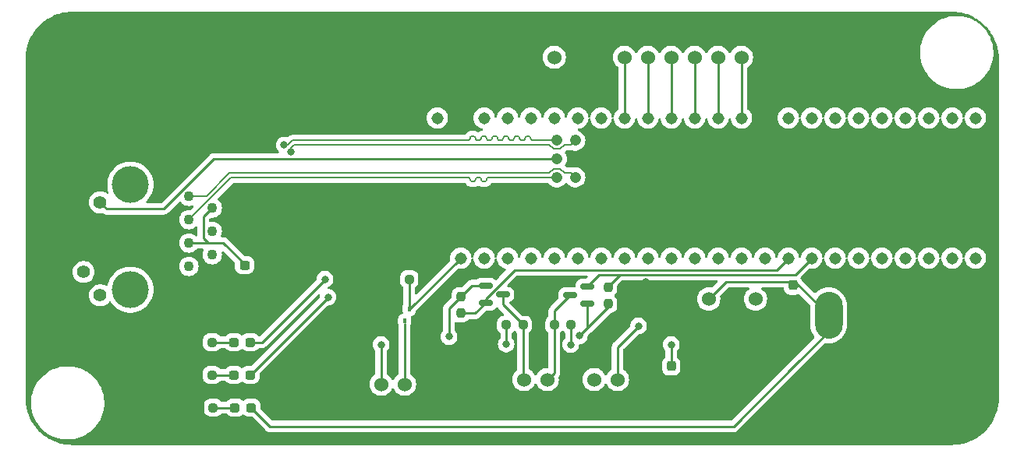
<source format=gbr>
%TF.GenerationSoftware,KiCad,Pcbnew,7.0.7*%
%TF.CreationDate,2024-03-26T15:49:53-05:00*%
%TF.ProjectId,InstrumentsBoard,496e7374-7275-46d6-956e-7473426f6172,rev?*%
%TF.SameCoordinates,Original*%
%TF.FileFunction,Copper,L1,Top*%
%TF.FilePolarity,Positive*%
%FSLAX46Y46*%
G04 Gerber Fmt 4.6, Leading zero omitted, Abs format (unit mm)*
G04 Created by KiCad (PCBNEW 7.0.7) date 2024-03-26 15:49:53*
%MOMM*%
%LPD*%
G01*
G04 APERTURE LIST*
G04 Aperture macros list*
%AMRoundRect*
0 Rectangle with rounded corners*
0 $1 Rounding radius*
0 $2 $3 $4 $5 $6 $7 $8 $9 X,Y pos of 4 corners*
0 Add a 4 corners polygon primitive as box body*
4,1,4,$2,$3,$4,$5,$6,$7,$8,$9,$2,$3,0*
0 Add four circle primitives for the rounded corners*
1,1,$1+$1,$2,$3*
1,1,$1+$1,$4,$5*
1,1,$1+$1,$6,$7*
1,1,$1+$1,$8,$9*
0 Add four rect primitives between the rounded corners*
20,1,$1+$1,$2,$3,$4,$5,0*
20,1,$1+$1,$4,$5,$6,$7,0*
20,1,$1+$1,$6,$7,$8,$9,0*
20,1,$1+$1,$8,$9,$2,$3,0*%
G04 Aperture macros list end*
%TA.AperFunction,SMDPad,CuDef*%
%ADD10RoundRect,0.237500X0.237500X-0.250000X0.237500X0.250000X-0.237500X0.250000X-0.237500X-0.250000X0*%
%TD*%
%TA.AperFunction,ComponentPad*%
%ADD11O,3.000000X5.100000*%
%TD*%
%TA.AperFunction,ComponentPad*%
%ADD12C,1.100000*%
%TD*%
%TA.AperFunction,ComponentPad*%
%ADD13C,1.400000*%
%TD*%
%TA.AperFunction,ComponentPad*%
%ADD14C,4.000000*%
%TD*%
%TA.AperFunction,ComponentPad*%
%ADD15C,2.000000*%
%TD*%
%TA.AperFunction,SMDPad,CuDef*%
%ADD16RoundRect,0.237500X-0.287500X-0.237500X0.287500X-0.237500X0.287500X0.237500X-0.287500X0.237500X0*%
%TD*%
%TA.AperFunction,ComponentPad*%
%ADD17C,1.524000*%
%TD*%
%TA.AperFunction,SMDPad,CuDef*%
%ADD18RoundRect,0.237500X-0.237500X0.300000X-0.237500X-0.300000X0.237500X-0.300000X0.237500X0.300000X0*%
%TD*%
%TA.AperFunction,SMDPad,CuDef*%
%ADD19RoundRect,0.237500X0.250000X0.237500X-0.250000X0.237500X-0.250000X-0.237500X0.250000X-0.237500X0*%
%TD*%
%TA.AperFunction,SMDPad,CuDef*%
%ADD20RoundRect,0.237500X-0.237500X0.250000X-0.237500X-0.250000X0.237500X-0.250000X0.237500X0.250000X0*%
%TD*%
%TA.AperFunction,SMDPad,CuDef*%
%ADD21RoundRect,0.150000X0.587500X0.150000X-0.587500X0.150000X-0.587500X-0.150000X0.587500X-0.150000X0*%
%TD*%
%TA.AperFunction,SMDPad,CuDef*%
%ADD22RoundRect,0.237500X-0.300000X-0.237500X0.300000X-0.237500X0.300000X0.237500X-0.300000X0.237500X0*%
%TD*%
%TA.AperFunction,ComponentPad*%
%ADD23C,1.308000*%
%TD*%
%TA.AperFunction,ComponentPad*%
%ADD24C,1.208000*%
%TD*%
%TA.AperFunction,SMDPad,CuDef*%
%ADD25RoundRect,0.150000X-0.587500X-0.150000X0.587500X-0.150000X0.587500X0.150000X-0.587500X0.150000X0*%
%TD*%
%TA.AperFunction,SMDPad,CuDef*%
%ADD26RoundRect,0.237500X-0.250000X-0.237500X0.250000X-0.237500X0.250000X0.237500X-0.250000X0.237500X0*%
%TD*%
%TA.AperFunction,SMDPad,CuDef*%
%ADD27R,0.400000X0.510000*%
%TD*%
%TA.AperFunction,ViaPad*%
%ADD28C,0.800000*%
%TD*%
%TA.AperFunction,Conductor*%
%ADD29C,0.254000*%
%TD*%
%TA.AperFunction,Conductor*%
%ADD30C,0.250000*%
%TD*%
%TA.AperFunction,Conductor*%
%ADD31C,0.200000*%
%TD*%
G04 APERTURE END LIST*
D10*
%TO.P,R6,1*%
%TO.N,+3V3*%
X87122000Y-58579500D03*
%TO.P,R6,2*%
%TO.N,CCD_CLK_3V3*%
X87122000Y-56754500D03*
%TD*%
D11*
%TO.P,Conn1,1,GND*%
%TO.N,GND*%
X111062800Y-67691000D03*
%TO.P,Conn1,2,V+Log*%
%TO.N,+12V*%
X111062800Y-59817000D03*
%TD*%
D12*
%TO.P,J1,1*%
%TO.N,T+*%
X41604500Y-46863000D03*
%TO.P,J1,2*%
%TO.N,Net-(C1-Pad1)*%
X44144500Y-48133000D03*
%TO.P,J1,3*%
%TO.N,T-*%
X41604500Y-49403000D03*
%TO.P,J1,4*%
%TO.N,R+*%
X44144500Y-50673000D03*
%TO.P,J1,5*%
%TO.N,Net-(C1-Pad1)*%
X41604500Y-51943000D03*
%TO.P,J1,6*%
%TO.N,R-*%
X44144500Y-53213000D03*
%TO.P,J1,7*%
%TO.N,unconnected-(J1-Pad7)*%
X41604500Y-54483000D03*
%TO.P,J1,8*%
%TO.N,GND*%
X44144500Y-55753000D03*
D13*
%TO.P,J1,9*%
X30174500Y-44983000D03*
%TO.P,J1,10*%
%TO.N,LED*%
X31964500Y-47523000D03*
%TO.P,J1,11*%
%TO.N,unconnected-(J1-Pad11)*%
X30174500Y-55093000D03*
%TO.P,J1,12*%
%TO.N,unconnected-(J1-Pad12)*%
X31964500Y-57633000D03*
D14*
%TO.P,J1,13*%
%TO.N,N/C*%
X35254500Y-45593000D03*
%TO.P,J1,14*%
X35254500Y-57023000D03*
D15*
%TO.P,J1,SH*%
%TO.N,GND*%
X38304500Y-43433000D03*
X38304500Y-59183000D03*
%TD*%
D16*
%TO.P,D2,1,K*%
%TO.N,Net-(D2-K)*%
X46510000Y-66294000D03*
%TO.P,D2,2,A*%
%TO.N,+5V*%
X48260000Y-66294000D03*
%TD*%
D17*
%TO.P,U2,1,Vi*%
%TO.N,+12V*%
X98044000Y-58039000D03*
%TO.P,U2,2,GND*%
%TO.N,GND*%
X100584000Y-58039000D03*
%TO.P,U2,3,Vo*%
%TO.N,+5V*%
X103124000Y-58039000D03*
%TD*%
D18*
%TO.P,C2,1*%
%TO.N,+12V*%
X107188000Y-56541500D03*
%TO.P,C2,2*%
%TO.N,GND*%
X107188000Y-58266500D03*
%TD*%
D17*
%TO.P,Conn4,1*%
%TO.N,+5V*%
X81280000Y-31750000D03*
%TO.P,Conn4,2*%
%TO.N,GND*%
X83820000Y-31750000D03*
%TO.P,Conn4,3*%
X86360000Y-31750000D03*
%TO.P,Conn4,4*%
%TO.N,EOS*%
X88900000Y-31750000D03*
%TO.P,Conn4,5*%
%TO.N,TRG*%
X91440000Y-31750000D03*
%TO.P,Conn4,6*%
%TO.N,START*%
X93980000Y-31750000D03*
%TO.P,Conn4,7*%
%TO.N,CLK*%
X96520000Y-31750000D03*
%TO.P,Conn4,8*%
%TO.N,VIDEO*%
X99060000Y-31750000D03*
%TO.P,Conn4,9*%
%TO.N,WHITE_LED*%
X101600000Y-31750000D03*
%TD*%
%TO.P,Conn5,1*%
%TO.N,Net-(Q3-D)*%
X65024000Y-67310000D03*
%TO.P,Conn5,2*%
%TO.N,+5V*%
X62484000Y-67310000D03*
%TD*%
D18*
%TO.P,C3,1*%
%TO.N,+5V*%
X93980000Y-65331000D03*
%TO.P,C3,2*%
%TO.N,GND*%
X93980000Y-67056000D03*
%TD*%
D17*
%TO.P,Conn2,1*%
%TO.N,CCD_Vout*%
X88138000Y-66802000D03*
%TO.P,Conn2,2*%
%TO.N,+5V*%
X85598000Y-66802000D03*
%TO.P,Conn2,3*%
%TO.N,GND*%
X83058000Y-66802000D03*
%TO.P,Conn2,4*%
%TO.N,CCD_CLK_5V*%
X80518000Y-66802000D03*
%TO.P,Conn2,5*%
%TO.N,CCD_ROG_5V*%
X77978000Y-66802000D03*
%TD*%
D16*
%TO.P,D1,1,K*%
%TO.N,Net-(D1-K)*%
X46510000Y-62738000D03*
%TO.P,D1,2,A*%
%TO.N,+3V3*%
X48260000Y-62738000D03*
%TD*%
D19*
%TO.P,R5,1*%
%TO.N,Net-(D3-K)*%
X44243000Y-69850000D03*
%TO.P,R5,2*%
%TO.N,GND*%
X42418000Y-69850000D03*
%TD*%
%TO.P,R8,1*%
%TO.N,Green_Laser_3V3*%
X65532000Y-55880000D03*
%TO.P,R8,2*%
%TO.N,GND*%
X63707000Y-55880000D03*
%TD*%
D20*
%TO.P,R7,1*%
%TO.N,+3V3*%
X71120000Y-57770500D03*
%TO.P,R7,2*%
%TO.N,CCD_ROG_3V3*%
X71120000Y-59595500D03*
%TD*%
D21*
%TO.P,Q1,1,G*%
%TO.N,+3V3*%
X84836000Y-58551000D03*
%TO.P,Q1,2,S*%
%TO.N,CCD_CLK_3V3*%
X84836000Y-56651000D03*
%TO.P,Q1,3,D*%
%TO.N,CCD_CLK_5V*%
X82961000Y-57601000D03*
%TD*%
D22*
%TO.P,C1,1*%
%TO.N,Net-(C1-Pad1)*%
X47651500Y-54356000D03*
%TO.P,C1,2*%
%TO.N,GND*%
X49376500Y-54356000D03*
%TD*%
D23*
%TO.P,U1,0,RX1*%
%TO.N,Green_Laser_3V3*%
X71120000Y-53594000D03*
%TO.P,U1,1,TX1*%
%TO.N,unconnected-(U1-TX1-Pad1)*%
X73660000Y-53594000D03*
%TO.P,U1,2,OUT2*%
%TO.N,unconnected-(U1-OUT2-Pad2)*%
X76200000Y-53594000D03*
%TO.P,U1,3,LRCLK2*%
%TO.N,unconnected-(U1-LRCLK2-Pad3)*%
X78740000Y-53594000D03*
%TO.P,U1,3.3V_1,3.3V*%
%TO.N,+3V3*%
X104140000Y-53594000D03*
%TO.P,U1,3.3V_2,3.3V*%
X73660000Y-38354000D03*
%TO.P,U1,4,BCLK2*%
%TO.N,unconnected-(U1-BCLK2-Pad4)*%
X81280000Y-53594000D03*
%TO.P,U1,5,IN2*%
%TO.N,unconnected-(U1-IN2-Pad5)*%
X83820000Y-53594000D03*
%TO.P,U1,6,OUT1D*%
%TO.N,unconnected-(U1-OUT1D-Pad6)*%
X86360000Y-53594000D03*
%TO.P,U1,7,RX2*%
%TO.N,unconnected-(U1-RX2-Pad7)*%
X88900000Y-53594000D03*
%TO.P,U1,8,TX2*%
%TO.N,unconnected-(U1-TX2-Pad8)*%
X91440000Y-53594000D03*
%TO.P,U1,9,OUT1C*%
%TO.N,unconnected-(U1-OUT1C-Pad9)*%
X93980000Y-53594000D03*
%TO.P,U1,10,CS1*%
%TO.N,unconnected-(U1-CS1-Pad10)*%
X96520000Y-53594000D03*
%TO.P,U1,11,MOSI*%
%TO.N,unconnected-(U1-MOSI-Pad11)*%
X99060000Y-53594000D03*
%TO.P,U1,12,MISO*%
%TO.N,unconnected-(U1-MISO-Pad12)*%
X101600000Y-53594000D03*
%TO.P,U1,13,SCK*%
%TO.N,WHITE_LED*%
X101600000Y-38354000D03*
%TO.P,U1,14,A0*%
%TO.N,VIDEO*%
X99060000Y-38354000D03*
%TO.P,U1,15,A1*%
%TO.N,CLK*%
X96520000Y-38354000D03*
%TO.P,U1,16,A2*%
%TO.N,START*%
X93980000Y-38354000D03*
%TO.P,U1,17,A3*%
%TO.N,TRG*%
X91440000Y-38354000D03*
%TO.P,U1,18,A4*%
%TO.N,EOS*%
X88900000Y-38354000D03*
%TO.P,U1,19,A5*%
%TO.N,unconnected-(U1-A5-Pad19)*%
X86360000Y-38354000D03*
%TO.P,U1,20,A6*%
%TO.N,unconnected-(U1-A6-Pad20)*%
X83820000Y-38354000D03*
%TO.P,U1,21,A7*%
%TO.N,unconnected-(U1-A7-Pad21)*%
X81280000Y-38354000D03*
%TO.P,U1,22,A8*%
%TO.N,unconnected-(U1-A8-Pad22)*%
X78740000Y-38354000D03*
%TO.P,U1,23,A9*%
%TO.N,unconnected-(U1-A9-Pad23)*%
X76200000Y-38354000D03*
%TO.P,U1,24,A10*%
%TO.N,CCD_ROG_3V3*%
X106680000Y-53594000D03*
%TO.P,U1,25,A11*%
%TO.N,CCD_CLK_3V3*%
X109220000Y-53594000D03*
%TO.P,U1,26,A12*%
%TO.N,CCD_Vout*%
X111760000Y-53594000D03*
%TO.P,U1,27,A13*%
%TO.N,unconnected-(U1-A13-Pad27)*%
X114300000Y-53594000D03*
%TO.P,U1,28,RX7*%
%TO.N,unconnected-(U1-RX7-Pad28)*%
X116840000Y-53594000D03*
%TO.P,U1,29,TX7*%
%TO.N,unconnected-(U1-TX7-Pad29)*%
X119380000Y-53594000D03*
%TO.P,U1,30,CRX3*%
%TO.N,unconnected-(U1-CRX3-Pad30)*%
X121920000Y-53594000D03*
%TO.P,U1,31,CTX3*%
%TO.N,unconnected-(U1-CTX3-Pad31)*%
X124460000Y-53594000D03*
%TO.P,U1,32,OUT1B*%
%TO.N,unconnected-(U1-OUT1B-Pad32)*%
X127000000Y-53594000D03*
%TO.P,U1,33,MCLK2*%
%TO.N,unconnected-(U1-MCLK2-Pad33)*%
X127000000Y-38354000D03*
%TO.P,U1,34,RX8*%
%TO.N,unconnected-(U1-RX8-Pad34)*%
X124460000Y-38354000D03*
%TO.P,U1,35,TX8*%
%TO.N,unconnected-(U1-TX8-Pad35)*%
X121920000Y-38354000D03*
%TO.P,U1,36,CS2*%
%TO.N,unconnected-(U1-CS2-Pad36)*%
X119380000Y-38354000D03*
%TO.P,U1,37,CS3*%
%TO.N,unconnected-(U1-CS3-Pad37)*%
X116840000Y-38354000D03*
%TO.P,U1,38,A14*%
%TO.N,unconnected-(U1-A14-Pad38)*%
X114300000Y-38354000D03*
%TO.P,U1,39,A15*%
%TO.N,unconnected-(U1-A15-Pad39)*%
X111760000Y-38354000D03*
%TO.P,U1,40,A16*%
%TO.N,unconnected-(U1-A16-Pad40)*%
X109220000Y-38354000D03*
%TO.P,U1,41,A17*%
%TO.N,unconnected-(U1-A17-Pad41)*%
X106680000Y-38354000D03*
%TO.P,U1,GND1,GND*%
%TO.N,GND*%
X68580000Y-53594000D03*
%TO.P,U1,GND2,GND*%
X104140000Y-38354000D03*
%TO.P,U1,GND3,GND*%
X71120000Y-38354000D03*
D24*
%TO.P,U1,GND5,GND*%
X83550000Y-42804000D03*
%TO.P,U1,LED,LED*%
%TO.N,LED*%
X81550000Y-42804000D03*
%TO.P,U1,R+,R+*%
%TO.N,R+*%
X81550000Y-40804000D03*
%TO.P,U1,R-,R-*%
%TO.N,R-*%
X83550000Y-40804000D03*
%TO.P,U1,T+,T+*%
%TO.N,T+*%
X83550000Y-44804000D03*
%TO.P,U1,T-,T-*%
%TO.N,T-*%
X81550000Y-44804000D03*
D23*
%TO.P,U1,VIN,VIN*%
%TO.N,+5V*%
X68580000Y-38354000D03*
%TD*%
D19*
%TO.P,R3,1*%
%TO.N,Net-(D1-K)*%
X44130000Y-62738000D03*
%TO.P,R3,2*%
%TO.N,GND*%
X42305000Y-62738000D03*
%TD*%
%TO.P,R4,1*%
%TO.N,Net-(D2-K)*%
X44130000Y-66293934D03*
%TO.P,R4,2*%
%TO.N,GND*%
X42305000Y-66293934D03*
%TD*%
D16*
%TO.P,D3,1,K*%
%TO.N,Net-(D3-K)*%
X46623000Y-69850000D03*
%TO.P,D3,2,A*%
%TO.N,+12V*%
X48373000Y-69850000D03*
%TD*%
D25*
%TO.P,Q2,1,G*%
%TO.N,+3V3*%
X73817000Y-56585000D03*
%TO.P,Q2,2,S*%
%TO.N,CCD_ROG_3V3*%
X73817000Y-58485000D03*
%TO.P,Q2,3,D*%
%TO.N,CCD_ROG_5V*%
X75692000Y-57535000D03*
%TD*%
D26*
%TO.P,R2,1*%
%TO.N,+5V*%
X76049500Y-60837000D03*
%TO.P,R2,2*%
%TO.N,CCD_ROG_5V*%
X77874500Y-60837000D03*
%TD*%
D27*
%TO.P,Q3,1,G*%
%TO.N,Green_Laser_3V3*%
X65524000Y-59123500D03*
%TO.P,Q3,2,S*%
%TO.N,GND*%
X64524000Y-59123500D03*
%TO.P,Q3,3,D*%
%TO.N,Net-(Q3-D)*%
X65024000Y-60413500D03*
%TD*%
D19*
%TO.P,R1,1*%
%TO.N,+5V*%
X83105122Y-60837000D03*
%TO.P,R1,2*%
%TO.N,CCD_CLK_5V*%
X81280122Y-60837000D03*
%TD*%
D28*
%TO.N,GND*%
X91186000Y-56134000D03*
X56896000Y-46736000D03*
X78994000Y-59445000D03*
X54610000Y-47752000D03*
X80518000Y-58683000D03*
X49530000Y-49276000D03*
X78740000Y-56397000D03*
%TO.N,+5V*%
X83058000Y-62992000D03*
X62484000Y-62992000D03*
X93980000Y-62992000D03*
X56715000Y-57839000D03*
X76049500Y-62954500D03*
%TO.N,CCD_Vout*%
X90424000Y-60960000D03*
%TO.N,R+*%
X51952768Y-41284768D03*
%TO.N,R-*%
X52695232Y-42027232D03*
%TO.N,+3V3*%
X56388000Y-55880000D03*
X69850000Y-62138500D03*
X83988451Y-62052951D03*
%TD*%
D29*
%TO.N,Net-(C1-Pad1)*%
X47651500Y-54356000D02*
X47651500Y-54255500D01*
X43180000Y-49097500D02*
X44144500Y-48133000D01*
X45339000Y-51943000D02*
X43688000Y-51943000D01*
X43180000Y-51943000D02*
X41604500Y-51943000D01*
X43180000Y-49097500D02*
X43180000Y-51435000D01*
X43180000Y-51435000D02*
X43688000Y-51943000D01*
X43688000Y-51943000D02*
X43180000Y-51943000D01*
X47651500Y-54255500D02*
X45339000Y-51943000D01*
%TO.N,+12V*%
X100737500Y-71882000D02*
X107442000Y-65177500D01*
X99949000Y-56134000D02*
X98044000Y-58039000D01*
X107379800Y-56134000D02*
X99949000Y-56134000D01*
X111062800Y-59817000D02*
X107379800Y-56134000D01*
D30*
X111062800Y-61149200D02*
X111062800Y-59817000D01*
D29*
X107442000Y-65177500D02*
X111062800Y-61556700D01*
X48373000Y-69850000D02*
X50405000Y-71882000D01*
X50405000Y-71882000D02*
X100737500Y-71882000D01*
X111062800Y-61556700D02*
X111062800Y-59817000D01*
%TO.N,+5V*%
X83105122Y-62944878D02*
X83058000Y-62992000D01*
D30*
X75983500Y-62954500D02*
X76049500Y-62954500D01*
D29*
X83105122Y-60837000D02*
X83105122Y-62944878D01*
D30*
X93980000Y-65331000D02*
X93980000Y-62992000D01*
D29*
X48260000Y-66294000D02*
X56715000Y-57839000D01*
D30*
X62484000Y-67310000D02*
X62484000Y-62992000D01*
D29*
X76049500Y-60837000D02*
X76049500Y-62954500D01*
D30*
X76049500Y-62888500D02*
X75983500Y-62954500D01*
%TO.N,CCD_CLK_5V*%
X81280000Y-60836878D02*
X81280000Y-59282000D01*
X81280122Y-60837000D02*
X81280122Y-66039878D01*
D29*
X81280000Y-60837122D02*
X81280122Y-60837000D01*
D30*
X81280000Y-59282000D02*
X82961000Y-57601000D01*
X81280122Y-60837000D02*
X81280000Y-60836878D01*
X81280122Y-66039878D02*
X80518000Y-66802000D01*
D29*
%TO.N,CCD_ROG_5V*%
X77874500Y-66698500D02*
X77978000Y-66802000D01*
X77874500Y-60837000D02*
X75692000Y-58654500D01*
X77874500Y-60837000D02*
X77874500Y-66698500D01*
X75692000Y-58654500D02*
X75692000Y-57535000D01*
D30*
%TO.N,CCD_Vout*%
X88138000Y-66802000D02*
X88138000Y-63246000D01*
X88138000Y-63246000D02*
X90424000Y-60960000D01*
%TO.N,Green_Laser_3V3*%
X71120000Y-53594000D02*
X65590500Y-59123500D01*
X65590500Y-59123500D02*
X65524000Y-59123500D01*
X65524000Y-56396000D02*
X65532000Y-56388000D01*
X65524000Y-59123500D02*
X65524000Y-56396000D01*
D29*
%TO.N,LED*%
X38899000Y-48223000D02*
X44318000Y-42804000D01*
X31964500Y-47523000D02*
X32664500Y-48223000D01*
X32664500Y-48223000D02*
X38899000Y-48223000D01*
X44318000Y-42804000D02*
X81550000Y-42804000D01*
D31*
%TO.N,T+*%
X83100000Y-44354000D02*
X83550000Y-44804000D01*
X43508103Y-46863000D02*
X46017103Y-44354000D01*
X82378450Y-44354000D02*
X83100000Y-44354000D01*
X81924450Y-43900000D02*
X82378450Y-44354000D01*
X81175550Y-43900000D02*
X81924450Y-43900000D01*
X41604500Y-46863000D02*
X43508103Y-46863000D01*
X46017103Y-44354000D02*
X80721550Y-44354000D01*
X80721550Y-44354000D02*
X81175550Y-43900000D01*
%TO.N,T-*%
X72503614Y-45268386D02*
X72368000Y-45268386D01*
X81550000Y-44804000D02*
X74168000Y-44804000D01*
X71768000Y-44804000D02*
X46203500Y-44804000D01*
X71903614Y-44804000D02*
X71768000Y-44804000D01*
X73703614Y-45268386D02*
X73568000Y-45268386D01*
X73103614Y-44804000D02*
X72968000Y-44804000D01*
X46203500Y-44804000D02*
X41604500Y-49403000D01*
X72135800Y-45036193D02*
G75*
G03*
X71903614Y-44804000I-232200J-7D01*
G01*
X74168000Y-44804007D02*
G75*
G03*
X73935807Y-45036193I0J-232193D01*
G01*
X72503614Y-45268407D02*
G75*
G03*
X72735807Y-45036193I-14J232207D01*
G01*
X73335800Y-45036193D02*
G75*
G03*
X73103614Y-44804000I-232200J-7D01*
G01*
X72968000Y-44804007D02*
G75*
G03*
X72735807Y-45036193I0J-232193D01*
G01*
X73703614Y-45268407D02*
G75*
G03*
X73935807Y-45036193I-14J232207D01*
G01*
X72135814Y-45036193D02*
G75*
G03*
X72368000Y-45268386I232186J-7D01*
G01*
X73335814Y-45036193D02*
G75*
G03*
X73568000Y-45268386I232186J-7D01*
G01*
%TO.N,R+*%
X77520734Y-40565265D02*
X77520734Y-40565266D01*
X78720724Y-40565275D02*
X78720724Y-40565276D01*
X73320734Y-40565266D02*
X73320734Y-40565265D01*
X76920734Y-40565266D02*
X76920734Y-40565265D01*
X72959468Y-40804000D02*
X73082000Y-40804000D01*
X75720734Y-40565266D02*
X75720734Y-40565265D01*
X51952768Y-41284768D02*
X52377033Y-41284768D01*
X72359468Y-40326531D02*
X72482000Y-40326531D01*
X75120734Y-40565265D02*
X75120734Y-40565266D01*
X52857801Y-40804000D02*
X71882000Y-40804000D01*
X52377033Y-41284768D02*
X52857801Y-40804000D01*
X73559468Y-40326531D02*
X73682000Y-40326531D01*
X74520734Y-40565266D02*
X74520734Y-40565265D01*
X72720734Y-40565265D02*
X72720734Y-40565266D01*
X72120734Y-40565266D02*
X72120734Y-40565265D01*
X73920734Y-40565265D02*
X73920734Y-40565266D01*
X76320734Y-40565265D02*
X76320734Y-40565266D01*
X74759468Y-40326531D02*
X74882000Y-40326531D01*
X78359448Y-40326551D02*
X78482000Y-40326551D01*
X77759468Y-40804000D02*
X77882000Y-40804000D01*
X79082000Y-40804000D02*
X81550000Y-40804000D01*
X78959448Y-40804000D02*
X79082000Y-40804000D01*
X74159468Y-40804000D02*
X74282000Y-40804000D01*
X75359468Y-40804000D02*
X75482000Y-40804000D01*
X75959468Y-40326531D02*
X76082000Y-40326531D01*
X77159468Y-40326531D02*
X77282000Y-40326531D01*
X78120724Y-40565276D02*
X78120724Y-40565275D01*
X76559468Y-40804000D02*
X76682000Y-40804000D01*
X75120769Y-40565265D02*
G75*
G03*
X74882000Y-40326531I-238769J-35D01*
G01*
X72359468Y-40326534D02*
G75*
G03*
X72120734Y-40565265I32J-238766D01*
G01*
X76682000Y-40804034D02*
G75*
G03*
X76920734Y-40565266I0J238734D01*
G01*
X74282000Y-40804034D02*
G75*
G03*
X74520734Y-40565266I0J238734D01*
G01*
X72720769Y-40565265D02*
G75*
G03*
X72482000Y-40326531I-238769J-35D01*
G01*
X75482000Y-40804034D02*
G75*
G03*
X75720734Y-40565266I0J238734D01*
G01*
X73920769Y-40565265D02*
G75*
G03*
X73682000Y-40326531I-238769J-35D01*
G01*
X73920800Y-40565266D02*
G75*
G03*
X74159468Y-40804000I238700J-34D01*
G01*
X78720700Y-40565276D02*
G75*
G03*
X78959448Y-40804000I238700J-24D01*
G01*
X75120800Y-40565266D02*
G75*
G03*
X75359468Y-40804000I238700J-34D01*
G01*
X72720800Y-40565266D02*
G75*
G03*
X72959468Y-40804000I238700J-34D01*
G01*
X77159468Y-40326534D02*
G75*
G03*
X76920734Y-40565265I32J-238766D01*
G01*
X74759468Y-40326534D02*
G75*
G03*
X74520734Y-40565265I32J-238766D01*
G01*
X76320769Y-40565265D02*
G75*
G03*
X76082000Y-40326531I-238769J-35D01*
G01*
X77882000Y-40804024D02*
G75*
G03*
X78120724Y-40565276I0J238724D01*
G01*
X71882000Y-40804034D02*
G75*
G03*
X72120734Y-40565266I0J238734D01*
G01*
X77520769Y-40565265D02*
G75*
G03*
X77282000Y-40326531I-238769J-35D01*
G01*
X75959468Y-40326534D02*
G75*
G03*
X75720734Y-40565265I32J-238766D01*
G01*
X73559468Y-40326534D02*
G75*
G03*
X73320734Y-40565265I32J-238766D01*
G01*
X76320800Y-40565266D02*
G75*
G03*
X76559468Y-40804000I238700J-34D01*
G01*
X78359448Y-40326624D02*
G75*
G03*
X78120724Y-40565275I-48J-238676D01*
G01*
X78720749Y-40565275D02*
G75*
G03*
X78482000Y-40326551I-238749J-25D01*
G01*
X77520800Y-40565266D02*
G75*
G03*
X77759468Y-40804000I238700J-34D01*
G01*
X73082000Y-40804034D02*
G75*
G03*
X73320734Y-40565266I0J238734D01*
G01*
%TO.N,R-*%
X81175550Y-41708000D02*
X81924450Y-41708000D01*
X53044199Y-41254000D02*
X80721550Y-41254000D01*
X52695232Y-42027232D02*
X52695232Y-41602967D01*
X83100000Y-41254000D02*
X83550000Y-40804000D01*
X80721550Y-41254000D02*
X81175550Y-41708000D01*
X52695232Y-41602967D02*
X53044199Y-41254000D01*
X82378450Y-41254000D02*
X83100000Y-41254000D01*
X81924450Y-41708000D02*
X82378450Y-41254000D01*
D29*
%TO.N,Net-(D1-K)*%
X44130000Y-62738000D02*
X46510000Y-62738000D01*
%TO.N,CCD_CLK_3V3*%
X87122000Y-56642000D02*
X88392000Y-55372000D01*
X88392000Y-55372000D02*
X107442000Y-55372000D01*
D30*
X84836000Y-56651000D02*
X84836000Y-56642000D01*
D29*
X86115000Y-55372000D02*
X84836000Y-56651000D01*
X88392000Y-55372000D02*
X86115000Y-55372000D01*
X87122000Y-56754500D02*
X87122000Y-56642000D01*
X107442000Y-55372000D02*
X109220000Y-53594000D01*
%TO.N,CCD_ROG_3V3*%
X72706500Y-59595500D02*
X73817000Y-58485000D01*
X75692000Y-56134000D02*
X75680920Y-56134000D01*
X105410000Y-54864000D02*
X76962000Y-54864000D01*
X73817000Y-57997920D02*
X73817000Y-58485000D01*
X106680000Y-53594000D02*
X105410000Y-54864000D01*
X75680920Y-56134000D02*
X73817000Y-57997920D01*
X76962000Y-54864000D02*
X75692000Y-56134000D01*
X71120000Y-59595500D02*
X72706500Y-59595500D01*
%TO.N,EOS*%
X88900000Y-31750000D02*
X88900000Y-38354000D01*
%TO.N,TRG*%
X91440000Y-31750000D02*
X91440000Y-38354000D01*
%TO.N,START*%
X93980000Y-38354000D02*
X93980000Y-31750000D01*
%TO.N,CLK*%
X96520000Y-31750000D02*
X96520000Y-38354000D01*
%TO.N,VIDEO*%
X99060000Y-38354000D02*
X99060000Y-31750000D01*
%TO.N,WHITE_LED*%
X101600000Y-31750000D02*
X101600000Y-38354000D01*
%TO.N,+3V3*%
X72305500Y-56585000D02*
X73817000Y-56585000D01*
X49530000Y-62738000D02*
X56388000Y-55880000D01*
X69850000Y-59040500D02*
X69850000Y-60960000D01*
X48260000Y-62738000D02*
X49530000Y-62738000D01*
X84836000Y-61205402D02*
X84831701Y-61209701D01*
X71120000Y-57770500D02*
X72305500Y-56585000D01*
X84836000Y-58551000D02*
X84836000Y-61205402D01*
X87122000Y-58919402D02*
X84831701Y-61209701D01*
X84831701Y-61209701D02*
X83988451Y-62052951D01*
D30*
X74017000Y-56585000D02*
X73817000Y-56585000D01*
D29*
X87122000Y-58579500D02*
X87122000Y-58919402D01*
X71120000Y-57770500D02*
X69850000Y-59040500D01*
X69850000Y-60960000D02*
X69850000Y-62138500D01*
%TO.N,Net-(D2-K)*%
X44130066Y-66294000D02*
X44130000Y-66293934D01*
X46510000Y-66294000D02*
X44130066Y-66294000D01*
%TO.N,Net-(D3-K)*%
X44243000Y-69850000D02*
X46623000Y-69850000D01*
D30*
%TO.N,Net-(Q3-D)*%
X65024000Y-60706000D02*
X65024000Y-67310000D01*
X65024000Y-67056000D02*
X64770000Y-67310000D01*
%TD*%
%TA.AperFunction,Conductor*%
%TO.N,GND*%
G36*
X84875758Y-55511185D02*
G01*
X84921513Y-55563989D01*
X84931457Y-55633147D01*
X84902432Y-55696703D01*
X84896400Y-55703181D01*
X84785400Y-55814181D01*
X84724077Y-55847666D01*
X84697719Y-55850500D01*
X84182804Y-55850500D01*
X84145932Y-55853401D01*
X84145926Y-55853402D01*
X83988106Y-55899254D01*
X83988103Y-55899255D01*
X83846637Y-55982917D01*
X83846629Y-55982923D01*
X83730423Y-56099129D01*
X83730417Y-56099137D01*
X83646755Y-56240603D01*
X83646754Y-56240606D01*
X83600902Y-56398426D01*
X83600901Y-56398432D01*
X83598000Y-56435304D01*
X83598000Y-56676500D01*
X83578315Y-56743539D01*
X83525511Y-56789294D01*
X83474000Y-56800500D01*
X82307804Y-56800500D01*
X82270932Y-56803401D01*
X82270926Y-56803402D01*
X82113106Y-56849254D01*
X82113103Y-56849255D01*
X81971637Y-56932917D01*
X81971629Y-56932923D01*
X81855423Y-57049129D01*
X81855417Y-57049137D01*
X81771755Y-57190603D01*
X81771754Y-57190606D01*
X81725902Y-57348426D01*
X81725901Y-57348432D01*
X81723000Y-57385304D01*
X81723000Y-57816696D01*
X81725901Y-57853562D01*
X81725902Y-57853569D01*
X81727492Y-57859041D01*
X81727290Y-57928911D01*
X81696095Y-57981313D01*
X80896208Y-58781199D01*
X80883951Y-58791020D01*
X80884134Y-58791241D01*
X80878123Y-58796213D01*
X80830772Y-58846636D01*
X80809889Y-58867519D01*
X80809877Y-58867532D01*
X80805621Y-58873017D01*
X80801837Y-58877447D01*
X80769937Y-58911418D01*
X80769936Y-58911420D01*
X80760284Y-58928976D01*
X80749610Y-58945226D01*
X80737329Y-58961061D01*
X80737324Y-58961068D01*
X80718815Y-59003838D01*
X80716245Y-59009084D01*
X80693803Y-59049906D01*
X80688822Y-59069307D01*
X80682521Y-59087710D01*
X80674562Y-59106102D01*
X80674561Y-59106105D01*
X80667271Y-59152127D01*
X80666087Y-59157846D01*
X80654501Y-59202972D01*
X80654500Y-59202982D01*
X80654500Y-59223016D01*
X80652973Y-59242415D01*
X80649840Y-59262194D01*
X80649840Y-59262195D01*
X80654225Y-59308583D01*
X80654500Y-59314421D01*
X80654499Y-59894883D01*
X80634814Y-59961923D01*
X80595600Y-60000419D01*
X80569274Y-60016658D01*
X80569271Y-60016660D01*
X80447283Y-60138648D01*
X80356715Y-60285481D01*
X80356713Y-60285486D01*
X80329341Y-60368088D01*
X80302448Y-60449247D01*
X80302448Y-60449248D01*
X80302447Y-60449248D01*
X80292122Y-60550315D01*
X80292122Y-61123669D01*
X80292123Y-61123687D01*
X80302447Y-61224752D01*
X80356714Y-61388515D01*
X80356715Y-61388518D01*
X80389724Y-61442034D01*
X80420675Y-61492214D01*
X80447283Y-61535351D01*
X80569272Y-61657340D01*
X80595718Y-61673652D01*
X80642443Y-61725600D01*
X80654622Y-61779191D01*
X80654622Y-65411307D01*
X80634937Y-65478346D01*
X80582133Y-65524101D01*
X80523413Y-65534218D01*
X80523413Y-65534677D01*
X80520750Y-65534677D01*
X80519827Y-65534836D01*
X80518008Y-65534677D01*
X80517998Y-65534677D01*
X80297937Y-65553929D01*
X80297929Y-65553930D01*
X80084554Y-65611104D01*
X80084548Y-65611107D01*
X79884340Y-65704465D01*
X79884338Y-65704466D01*
X79703377Y-65831175D01*
X79547175Y-65987377D01*
X79420466Y-66168338D01*
X79420465Y-66168340D01*
X79360382Y-66297189D01*
X79314209Y-66349628D01*
X79247016Y-66368780D01*
X79180135Y-66348564D01*
X79135618Y-66297189D01*
X79096751Y-66213840D01*
X79075534Y-66168339D01*
X78995955Y-66054688D01*
X78948827Y-65987381D01*
X78906459Y-65945013D01*
X78792620Y-65831174D01*
X78792616Y-65831171D01*
X78792615Y-65831170D01*
X78611663Y-65704466D01*
X78611660Y-65704464D01*
X78573593Y-65686713D01*
X78521155Y-65640540D01*
X78502000Y-65574332D01*
X78502000Y-61777956D01*
X78521685Y-61710917D01*
X78560903Y-61672418D01*
X78585350Y-61657340D01*
X78707340Y-61535350D01*
X78797908Y-61388516D01*
X78852174Y-61224753D01*
X78862500Y-61123677D01*
X78862499Y-60550324D01*
X78862229Y-60547684D01*
X78852174Y-60449247D01*
X78845062Y-60427784D01*
X78797908Y-60285484D01*
X78707340Y-60138650D01*
X78585350Y-60016660D01*
X78438516Y-59926092D01*
X78274753Y-59871826D01*
X78274751Y-59871825D01*
X78173684Y-59861500D01*
X78173677Y-59861500D01*
X77837781Y-59861500D01*
X77770742Y-59841815D01*
X77750100Y-59825181D01*
X76433817Y-58508898D01*
X76400332Y-58447575D01*
X76405316Y-58377883D01*
X76447188Y-58321950D01*
X76486903Y-58302141D01*
X76511175Y-58295088D01*
X76539898Y-58286744D01*
X76681365Y-58203081D01*
X76797581Y-58086865D01*
X76881244Y-57945398D01*
X76927098Y-57787569D01*
X76930000Y-57750694D01*
X76930000Y-57319306D01*
X76929982Y-57319082D01*
X76927098Y-57282432D01*
X76927097Y-57282426D01*
X76881245Y-57124606D01*
X76881244Y-57124603D01*
X76881244Y-57124602D01*
X76797581Y-56983135D01*
X76797579Y-56983133D01*
X76797576Y-56983129D01*
X76681370Y-56866923D01*
X76681362Y-56866917D01*
X76552872Y-56790929D01*
X76539898Y-56783256D01*
X76539897Y-56783255D01*
X76539896Y-56783255D01*
X76539893Y-56783254D01*
X76382073Y-56737402D01*
X76382067Y-56737401D01*
X76345196Y-56734500D01*
X76345194Y-56734500D01*
X76278280Y-56734500D01*
X76211241Y-56714815D01*
X76165486Y-56662011D01*
X76155542Y-56592853D01*
X76184567Y-56529297D01*
X76190599Y-56522819D01*
X77185600Y-55527819D01*
X77246923Y-55494334D01*
X77273281Y-55491500D01*
X84808719Y-55491500D01*
X84875758Y-55511185D01*
G37*
%TD.AperFunction*%
%TA.AperFunction,Conductor*%
G36*
X124677525Y-26806496D02*
G01*
X124882732Y-26815456D01*
X124887654Y-26815870D01*
X125105755Y-26843056D01*
X125310849Y-26870058D01*
X125315420Y-26870837D01*
X125530399Y-26915913D01*
X125732714Y-26960766D01*
X125736969Y-26961869D01*
X125855715Y-26997222D01*
X125947449Y-27024533D01*
X126000220Y-27041171D01*
X126145378Y-27086939D01*
X126149180Y-27088277D01*
X126353265Y-27167912D01*
X126353908Y-27168163D01*
X126545763Y-27247632D01*
X126549234Y-27249196D01*
X126739559Y-27342241D01*
X126746733Y-27345748D01*
X126931061Y-27441704D01*
X126934169Y-27443437D01*
X127056039Y-27516054D01*
X127123108Y-27556019D01*
X127298522Y-27667771D01*
X127301212Y-27669586D01*
X127480304Y-27797456D01*
X127645405Y-27924142D01*
X127647733Y-27926019D01*
X127815748Y-28068319D01*
X127953101Y-28194180D01*
X127970324Y-28209962D01*
X128127037Y-28366675D01*
X128268676Y-28521246D01*
X128410979Y-28689265D01*
X128412856Y-28691593D01*
X128539543Y-28856695D01*
X128667412Y-29035786D01*
X128669244Y-29038501D01*
X128780986Y-29213901D01*
X128893561Y-29402829D01*
X128895294Y-29405937D01*
X128991251Y-29590266D01*
X129087786Y-29787731D01*
X129089366Y-29791235D01*
X129168836Y-29983091D01*
X129200362Y-30063886D01*
X129248708Y-30187785D01*
X129250072Y-30191657D01*
X129312466Y-30389549D01*
X129375124Y-30600014D01*
X129376232Y-30604286D01*
X129421099Y-30806663D01*
X129466157Y-31021559D01*
X129466946Y-31026191D01*
X129493952Y-31231318D01*
X129521126Y-31449322D01*
X129521543Y-31454288D01*
X129530512Y-31659701D01*
X129539500Y-31877000D01*
X129539500Y-68834000D01*
X129530512Y-69051298D01*
X129521543Y-69256710D01*
X129521126Y-69261676D01*
X129493952Y-69479681D01*
X129466946Y-69684807D01*
X129466157Y-69689439D01*
X129421099Y-69904336D01*
X129376232Y-70106712D01*
X129375124Y-70110984D01*
X129312466Y-70321450D01*
X129250072Y-70519341D01*
X129248700Y-70523236D01*
X129168836Y-70727908D01*
X129089366Y-70919763D01*
X129087786Y-70923267D01*
X128991251Y-71120733D01*
X128895294Y-71305061D01*
X128893561Y-71308169D01*
X128780986Y-71497098D01*
X128669244Y-71672497D01*
X128667412Y-71675212D01*
X128539543Y-71854304D01*
X128412856Y-72019405D01*
X128410979Y-72021733D01*
X128268676Y-72189753D01*
X128127037Y-72344324D01*
X127970324Y-72501037D01*
X127815753Y-72642676D01*
X127647733Y-72784979D01*
X127645405Y-72786856D01*
X127480304Y-72913543D01*
X127301212Y-73041412D01*
X127298497Y-73043244D01*
X127123098Y-73154986D01*
X126934169Y-73267561D01*
X126931061Y-73269294D01*
X126746733Y-73365251D01*
X126549267Y-73461786D01*
X126545763Y-73463366D01*
X126353908Y-73542836D01*
X126149236Y-73622700D01*
X126145341Y-73624072D01*
X125947450Y-73686466D01*
X125736984Y-73749124D01*
X125732712Y-73750232D01*
X125530336Y-73795099D01*
X125315439Y-73840157D01*
X125310807Y-73840946D01*
X125105681Y-73867952D01*
X124887676Y-73895126D01*
X124882710Y-73895543D01*
X124677298Y-73904512D01*
X124460000Y-73913500D01*
X28956000Y-73913500D01*
X28738701Y-73904512D01*
X28533288Y-73895543D01*
X28528322Y-73895126D01*
X28310318Y-73867952D01*
X28105191Y-73840946D01*
X28100559Y-73840157D01*
X27885663Y-73795099D01*
X27683286Y-73750232D01*
X27679014Y-73749124D01*
X27468549Y-73686466D01*
X27270657Y-73624072D01*
X27266785Y-73622708D01*
X27134255Y-73570995D01*
X27062091Y-73542836D01*
X26870235Y-73463366D01*
X26866731Y-73461786D01*
X26669266Y-73365251D01*
X26484937Y-73269294D01*
X26481829Y-73267561D01*
X26292901Y-73154986D01*
X26237867Y-73119926D01*
X26117494Y-73043239D01*
X26114786Y-73041412D01*
X25935695Y-72913543D01*
X25770593Y-72786856D01*
X25768265Y-72784979D01*
X25600246Y-72642676D01*
X25585656Y-72629307D01*
X25445675Y-72501037D01*
X25288962Y-72344324D01*
X25234748Y-72285160D01*
X25147319Y-72189748D01*
X25005019Y-72021733D01*
X25003142Y-72019405D01*
X24876456Y-71854304D01*
X24748586Y-71675212D01*
X24746771Y-71672522D01*
X24635013Y-71497098D01*
X24595054Y-71430039D01*
X24522437Y-71308169D01*
X24520704Y-71305061D01*
X24424748Y-71120733D01*
X24328196Y-70923234D01*
X24326632Y-70919763D01*
X24247163Y-70727908D01*
X24229398Y-70682381D01*
X24167277Y-70523180D01*
X24165939Y-70519378D01*
X24103533Y-70321449D01*
X24048521Y-70136669D01*
X24040869Y-70110969D01*
X24039766Y-70106712D01*
X23994913Y-69904399D01*
X23949837Y-69689420D01*
X23949058Y-69684849D01*
X23922047Y-69479681D01*
X23917249Y-69441187D01*
X24470590Y-69441187D01*
X24500230Y-69836711D01*
X24500231Y-69836724D01*
X24569108Y-70227339D01*
X24676530Y-70609137D01*
X24676534Y-70609151D01*
X24821435Y-70978353D01*
X24821440Y-70978365D01*
X25002386Y-71331314D01*
X25002391Y-71331323D01*
X25217586Y-71664509D01*
X25448362Y-71953893D01*
X25464895Y-71974625D01*
X25674726Y-72189753D01*
X25741833Y-72258554D01*
X26045676Y-72513508D01*
X26373394Y-72736942D01*
X26721730Y-72926636D01*
X27087223Y-73080704D01*
X27087232Y-73080706D01*
X27087238Y-73080709D01*
X27466235Y-73197614D01*
X27466248Y-73197617D01*
X27854999Y-73276205D01*
X27855014Y-73276208D01*
X28193300Y-73310058D01*
X28249680Y-73315700D01*
X28249681Y-73315700D01*
X28547103Y-73315700D01*
X28745130Y-73305816D01*
X28844145Y-73300875D01*
X29236353Y-73241759D01*
X29620726Y-73143886D01*
X29993445Y-73008228D01*
X30350803Y-72836133D01*
X30689251Y-72629312D01*
X31005424Y-72389820D01*
X31296181Y-72120037D01*
X31558631Y-71822645D01*
X31790166Y-71500600D01*
X31988485Y-71157101D01*
X32151617Y-70795563D01*
X32277941Y-70419578D01*
X32342513Y-70136669D01*
X43255000Y-70136669D01*
X43255001Y-70136687D01*
X43265325Y-70237752D01*
X43301609Y-70347248D01*
X43319592Y-70401516D01*
X43410160Y-70548350D01*
X43532150Y-70670340D01*
X43678984Y-70760908D01*
X43842747Y-70815174D01*
X43943823Y-70825500D01*
X44542176Y-70825499D01*
X44542184Y-70825498D01*
X44542187Y-70825498D01*
X44597530Y-70819844D01*
X44643253Y-70815174D01*
X44807016Y-70760908D01*
X44953850Y-70670340D01*
X45075840Y-70548350D01*
X45083208Y-70536403D01*
X45135154Y-70489680D01*
X45188747Y-70477500D01*
X45639753Y-70477500D01*
X45706792Y-70497185D01*
X45745290Y-70536402D01*
X45752660Y-70548350D01*
X45874650Y-70670340D01*
X46021484Y-70760908D01*
X46185247Y-70815174D01*
X46286323Y-70825500D01*
X46959676Y-70825499D01*
X46959684Y-70825498D01*
X46959687Y-70825498D01*
X47015030Y-70819844D01*
X47060753Y-70815174D01*
X47224516Y-70760908D01*
X47371350Y-70670340D01*
X47410318Y-70631371D01*
X47471642Y-70597886D01*
X47541334Y-70602870D01*
X47585681Y-70631371D01*
X47624650Y-70670340D01*
X47771484Y-70760908D01*
X47935247Y-70815174D01*
X48036323Y-70825500D01*
X48409718Y-70825499D01*
X48476757Y-70845183D01*
X48497399Y-70861818D01*
X49902624Y-72267043D01*
X49912471Y-72279333D01*
X49912689Y-72279154D01*
X49917657Y-72285160D01*
X49968257Y-72332677D01*
X49989201Y-72353620D01*
X49989207Y-72353626D01*
X49994697Y-72357883D01*
X49999148Y-72361684D01*
X50033235Y-72393695D01*
X50033237Y-72393696D01*
X50050867Y-72403387D01*
X50067135Y-72414072D01*
X50083038Y-72426408D01*
X50125945Y-72444975D01*
X50131181Y-72447539D01*
X50156089Y-72461233D01*
X50172158Y-72470068D01*
X50172160Y-72470069D01*
X50172166Y-72470072D01*
X50191240Y-72474969D01*
X50191660Y-72475077D01*
X50210064Y-72481377D01*
X50228542Y-72489374D01*
X50272038Y-72496262D01*
X50274724Y-72496688D01*
X50280429Y-72497869D01*
X50325728Y-72509500D01*
X50345858Y-72509500D01*
X50365257Y-72511027D01*
X50385133Y-72514175D01*
X50427779Y-72510143D01*
X50431679Y-72509775D01*
X50437517Y-72509500D01*
X100654533Y-72509500D01*
X100670181Y-72511227D01*
X100670208Y-72510946D01*
X100677975Y-72511680D01*
X100677976Y-72511679D01*
X100677977Y-72511680D01*
X100747360Y-72509500D01*
X100776976Y-72509500D01*
X100783878Y-72508627D01*
X100789690Y-72508169D01*
X100836443Y-72506701D01*
X100855772Y-72501084D01*
X100874828Y-72497137D01*
X100894793Y-72494616D01*
X100938270Y-72477401D01*
X100943776Y-72475516D01*
X100988691Y-72462468D01*
X101006015Y-72452221D01*
X101023483Y-72443663D01*
X101042203Y-72436253D01*
X101080042Y-72408759D01*
X101084891Y-72405574D01*
X101125156Y-72381763D01*
X101139397Y-72367520D01*
X101154178Y-72354897D01*
X101170467Y-72343063D01*
X101170469Y-72343059D01*
X101170471Y-72343059D01*
X101182345Y-72328703D01*
X101200276Y-72307028D01*
X101204189Y-72302728D01*
X107913623Y-65593296D01*
X107913623Y-65593295D01*
X110628759Y-62878158D01*
X110690080Y-62844675D01*
X110742797Y-62844675D01*
X110761468Y-62848736D01*
X110777367Y-62852195D01*
X110777368Y-62852195D01*
X110777372Y-62852196D01*
X111031020Y-62870337D01*
X111062799Y-62872610D01*
X111062800Y-62872610D01*
X111062801Y-62872610D01*
X111091395Y-62870564D01*
X111348228Y-62852196D01*
X111397641Y-62841447D01*
X111627837Y-62791371D01*
X111627837Y-62791370D01*
X111627846Y-62791369D01*
X111895961Y-62691367D01*
X112147115Y-62554226D01*
X112376195Y-62382739D01*
X112578539Y-62180395D01*
X112750026Y-61951315D01*
X112887167Y-61700161D01*
X112987169Y-61432046D01*
X113047996Y-61152428D01*
X113063300Y-60938448D01*
X113063300Y-58695552D01*
X113047996Y-58481572D01*
X113046346Y-58473989D01*
X112987171Y-58201962D01*
X112987170Y-58201960D01*
X112987169Y-58201954D01*
X112887167Y-57933839D01*
X112886779Y-57933129D01*
X112750029Y-57682690D01*
X112750024Y-57682682D01*
X112578545Y-57453612D01*
X112578529Y-57453594D01*
X112376205Y-57251270D01*
X112376187Y-57251254D01*
X112147117Y-57079775D01*
X112147109Y-57079770D01*
X111895966Y-56942635D01*
X111895967Y-56942635D01*
X111692361Y-56866694D01*
X111627846Y-56842631D01*
X111627843Y-56842630D01*
X111627837Y-56842628D01*
X111348233Y-56781804D01*
X111062801Y-56761390D01*
X111062799Y-56761390D01*
X110777366Y-56781804D01*
X110497762Y-56842628D01*
X110229633Y-56942635D01*
X109978490Y-57079770D01*
X109978482Y-57079775D01*
X109749412Y-57251254D01*
X109749394Y-57251270D01*
X109654623Y-57346042D01*
X109593300Y-57379527D01*
X109523608Y-57374543D01*
X109479261Y-57346042D01*
X108138622Y-56005403D01*
X108108598Y-55956726D01*
X108098908Y-55927484D01*
X108098904Y-55927478D01*
X108098903Y-55927475D01*
X108040786Y-55833254D01*
X108026402Y-55809934D01*
X108007962Y-55742543D01*
X108028884Y-55675879D01*
X108044255Y-55657162D01*
X108931917Y-54769500D01*
X108993238Y-54736017D01*
X109042380Y-54735295D01*
X109113020Y-54748500D01*
X109113021Y-54748500D01*
X109326978Y-54748500D01*
X109326980Y-54748500D01*
X109537297Y-54709185D01*
X109736810Y-54631893D01*
X109918722Y-54519258D01*
X110076841Y-54375114D01*
X110205781Y-54204370D01*
X110301151Y-54012840D01*
X110301151Y-54012837D01*
X110301153Y-54012835D01*
X110359703Y-53807050D01*
X110359704Y-53807047D01*
X110366529Y-53733395D01*
X110392315Y-53668457D01*
X110449116Y-53627770D01*
X110518897Y-53624250D01*
X110579503Y-53659015D01*
X110611693Y-53721028D01*
X110613471Y-53733395D01*
X110620295Y-53807047D01*
X110620296Y-53807050D01*
X110678846Y-54012835D01*
X110678849Y-54012841D01*
X110750274Y-54156281D01*
X110774219Y-54204370D01*
X110903159Y-54375114D01*
X111061278Y-54519258D01*
X111061283Y-54519261D01*
X111061286Y-54519263D01*
X111243186Y-54631891D01*
X111243187Y-54631891D01*
X111243190Y-54631893D01*
X111442703Y-54709185D01*
X111653020Y-54748500D01*
X111653022Y-54748500D01*
X111866978Y-54748500D01*
X111866980Y-54748500D01*
X112077297Y-54709185D01*
X112276810Y-54631893D01*
X112458722Y-54519258D01*
X112616841Y-54375114D01*
X112745781Y-54204370D01*
X112841151Y-54012840D01*
X112841151Y-54012837D01*
X112841153Y-54012835D01*
X112899703Y-53807050D01*
X112899704Y-53807047D01*
X112906529Y-53733395D01*
X112932315Y-53668457D01*
X112989116Y-53627770D01*
X113058897Y-53624250D01*
X113119503Y-53659015D01*
X113151693Y-53721028D01*
X113153471Y-53733395D01*
X113160295Y-53807047D01*
X113160296Y-53807050D01*
X113218846Y-54012835D01*
X113218849Y-54012841D01*
X113290274Y-54156281D01*
X113314219Y-54204370D01*
X113443159Y-54375114D01*
X113601278Y-54519258D01*
X113601283Y-54519261D01*
X113601286Y-54519263D01*
X113783186Y-54631891D01*
X113783187Y-54631891D01*
X113783190Y-54631893D01*
X113982703Y-54709185D01*
X114193020Y-54748500D01*
X114193022Y-54748500D01*
X114406978Y-54748500D01*
X114406980Y-54748500D01*
X114617297Y-54709185D01*
X114816810Y-54631893D01*
X114998722Y-54519258D01*
X115156841Y-54375114D01*
X115285781Y-54204370D01*
X115381151Y-54012840D01*
X115381151Y-54012837D01*
X115381153Y-54012835D01*
X115439703Y-53807050D01*
X115439704Y-53807047D01*
X115446529Y-53733395D01*
X115472315Y-53668457D01*
X115529116Y-53627770D01*
X115598897Y-53624250D01*
X115659503Y-53659015D01*
X115691693Y-53721028D01*
X115693471Y-53733395D01*
X115700295Y-53807047D01*
X115700296Y-53807050D01*
X115758846Y-54012835D01*
X115758849Y-54012841D01*
X115830274Y-54156281D01*
X115854219Y-54204370D01*
X115983159Y-54375114D01*
X116141278Y-54519258D01*
X116141283Y-54519261D01*
X116141286Y-54519263D01*
X116323186Y-54631891D01*
X116323187Y-54631891D01*
X116323190Y-54631893D01*
X116522703Y-54709185D01*
X116733020Y-54748500D01*
X116733022Y-54748500D01*
X116946978Y-54748500D01*
X116946980Y-54748500D01*
X117157297Y-54709185D01*
X117356810Y-54631893D01*
X117538722Y-54519258D01*
X117696841Y-54375114D01*
X117825781Y-54204370D01*
X117921151Y-54012840D01*
X117921151Y-54012837D01*
X117921153Y-54012835D01*
X117979703Y-53807050D01*
X117979704Y-53807047D01*
X117986529Y-53733395D01*
X118012315Y-53668457D01*
X118069116Y-53627770D01*
X118138897Y-53624250D01*
X118199503Y-53659015D01*
X118231693Y-53721028D01*
X118233471Y-53733395D01*
X118240295Y-53807047D01*
X118240296Y-53807050D01*
X118298846Y-54012835D01*
X118298849Y-54012841D01*
X118370274Y-54156281D01*
X118394219Y-54204370D01*
X118523159Y-54375114D01*
X118681278Y-54519258D01*
X118681283Y-54519261D01*
X118681286Y-54519263D01*
X118863186Y-54631891D01*
X118863187Y-54631891D01*
X118863190Y-54631893D01*
X119062703Y-54709185D01*
X119273020Y-54748500D01*
X119273022Y-54748500D01*
X119486978Y-54748500D01*
X119486980Y-54748500D01*
X119697297Y-54709185D01*
X119896810Y-54631893D01*
X120078722Y-54519258D01*
X120236841Y-54375114D01*
X120365781Y-54204370D01*
X120461151Y-54012840D01*
X120461151Y-54012837D01*
X120461153Y-54012835D01*
X120519703Y-53807050D01*
X120519704Y-53807047D01*
X120526529Y-53733395D01*
X120552315Y-53668457D01*
X120609116Y-53627770D01*
X120678897Y-53624250D01*
X120739503Y-53659015D01*
X120771693Y-53721028D01*
X120773471Y-53733395D01*
X120780295Y-53807047D01*
X120780296Y-53807050D01*
X120838846Y-54012835D01*
X120838849Y-54012841D01*
X120910274Y-54156281D01*
X120934219Y-54204370D01*
X121063159Y-54375114D01*
X121221278Y-54519258D01*
X121221283Y-54519261D01*
X121221286Y-54519263D01*
X121403186Y-54631891D01*
X121403187Y-54631891D01*
X121403190Y-54631893D01*
X121602703Y-54709185D01*
X121813020Y-54748500D01*
X121813022Y-54748500D01*
X122026978Y-54748500D01*
X122026980Y-54748500D01*
X122237297Y-54709185D01*
X122436810Y-54631893D01*
X122618722Y-54519258D01*
X122776841Y-54375114D01*
X122905781Y-54204370D01*
X123001151Y-54012840D01*
X123001151Y-54012837D01*
X123001153Y-54012835D01*
X123059703Y-53807050D01*
X123059704Y-53807047D01*
X123066529Y-53733395D01*
X123092315Y-53668457D01*
X123149116Y-53627770D01*
X123218897Y-53624250D01*
X123279503Y-53659015D01*
X123311693Y-53721028D01*
X123313471Y-53733395D01*
X123320295Y-53807047D01*
X123320296Y-53807050D01*
X123378846Y-54012835D01*
X123378849Y-54012841D01*
X123450274Y-54156281D01*
X123474219Y-54204370D01*
X123603159Y-54375114D01*
X123761278Y-54519258D01*
X123761283Y-54519261D01*
X123761286Y-54519263D01*
X123943186Y-54631891D01*
X123943187Y-54631891D01*
X123943190Y-54631893D01*
X124142703Y-54709185D01*
X124353020Y-54748500D01*
X124353022Y-54748500D01*
X124566978Y-54748500D01*
X124566980Y-54748500D01*
X124777297Y-54709185D01*
X124976810Y-54631893D01*
X125158722Y-54519258D01*
X125316841Y-54375114D01*
X125445781Y-54204370D01*
X125541151Y-54012840D01*
X125541151Y-54012837D01*
X125541153Y-54012835D01*
X125599703Y-53807050D01*
X125599704Y-53807047D01*
X125606529Y-53733395D01*
X125632315Y-53668457D01*
X125689116Y-53627770D01*
X125758897Y-53624250D01*
X125819503Y-53659015D01*
X125851693Y-53721028D01*
X125853471Y-53733395D01*
X125860295Y-53807047D01*
X125860296Y-53807050D01*
X125918846Y-54012835D01*
X125918849Y-54012841D01*
X125990274Y-54156281D01*
X126014219Y-54204370D01*
X126143159Y-54375114D01*
X126301278Y-54519258D01*
X126301283Y-54519261D01*
X126301286Y-54519263D01*
X126483186Y-54631891D01*
X126483187Y-54631891D01*
X126483190Y-54631893D01*
X126682703Y-54709185D01*
X126893020Y-54748500D01*
X126893022Y-54748500D01*
X127106978Y-54748500D01*
X127106980Y-54748500D01*
X127317297Y-54709185D01*
X127516810Y-54631893D01*
X127698722Y-54519258D01*
X127856841Y-54375114D01*
X127985781Y-54204370D01*
X128081151Y-54012840D01*
X128081151Y-54012837D01*
X128081153Y-54012835D01*
X128139703Y-53807050D01*
X128139704Y-53807047D01*
X128158398Y-53605315D01*
X128159446Y-53594000D01*
X128139704Y-53380952D01*
X128129242Y-53344181D01*
X128081153Y-53175164D01*
X128081150Y-53175158D01*
X127985781Y-52983630D01*
X127856841Y-52812886D01*
X127698722Y-52668742D01*
X127698716Y-52668738D01*
X127698713Y-52668736D01*
X127516813Y-52556108D01*
X127516807Y-52556106D01*
X127317297Y-52478815D01*
X127106980Y-52439500D01*
X126893020Y-52439500D01*
X126682703Y-52478815D01*
X126556533Y-52527693D01*
X126483192Y-52556106D01*
X126483186Y-52556108D01*
X126301286Y-52668736D01*
X126301283Y-52668738D01*
X126301279Y-52668740D01*
X126301278Y-52668742D01*
X126253665Y-52712147D01*
X126143158Y-52812887D01*
X126014219Y-52983629D01*
X125918849Y-53175158D01*
X125918846Y-53175164D01*
X125860296Y-53380949D01*
X125860295Y-53380952D01*
X125853471Y-53454604D01*
X125827685Y-53519542D01*
X125770884Y-53560229D01*
X125701103Y-53563749D01*
X125640497Y-53528984D01*
X125608307Y-53466971D01*
X125606529Y-53454604D01*
X125599704Y-53380952D01*
X125599703Y-53380949D01*
X125593974Y-53360815D01*
X125589242Y-53344181D01*
X125541153Y-53175164D01*
X125541150Y-53175158D01*
X125445781Y-52983630D01*
X125316841Y-52812886D01*
X125158722Y-52668742D01*
X125158716Y-52668738D01*
X125158713Y-52668736D01*
X124976813Y-52556108D01*
X124976807Y-52556106D01*
X124777297Y-52478815D01*
X124566980Y-52439500D01*
X124353020Y-52439500D01*
X124142703Y-52478815D01*
X124016533Y-52527693D01*
X123943192Y-52556106D01*
X123943186Y-52556108D01*
X123761286Y-52668736D01*
X123761283Y-52668738D01*
X123761279Y-52668740D01*
X123761278Y-52668742D01*
X123713665Y-52712147D01*
X123603158Y-52812887D01*
X123474219Y-52983629D01*
X123378849Y-53175158D01*
X123378846Y-53175164D01*
X123320296Y-53380949D01*
X123320295Y-53380952D01*
X123313471Y-53454604D01*
X123287685Y-53519542D01*
X123230884Y-53560229D01*
X123161103Y-53563749D01*
X123100497Y-53528984D01*
X123068307Y-53466971D01*
X123066529Y-53454604D01*
X123059704Y-53380952D01*
X123059703Y-53380949D01*
X123053974Y-53360815D01*
X123049242Y-53344181D01*
X123001153Y-53175164D01*
X123001150Y-53175158D01*
X122905781Y-52983630D01*
X122776841Y-52812886D01*
X122618722Y-52668742D01*
X122618716Y-52668738D01*
X122618713Y-52668736D01*
X122436813Y-52556108D01*
X122436807Y-52556106D01*
X122237297Y-52478815D01*
X122026980Y-52439500D01*
X121813020Y-52439500D01*
X121602703Y-52478815D01*
X121476533Y-52527693D01*
X121403192Y-52556106D01*
X121403186Y-52556108D01*
X121221286Y-52668736D01*
X121221283Y-52668738D01*
X121221279Y-52668740D01*
X121221278Y-52668742D01*
X121173665Y-52712147D01*
X121063158Y-52812887D01*
X120934219Y-52983629D01*
X120838849Y-53175158D01*
X120838846Y-53175164D01*
X120780296Y-53380949D01*
X120780295Y-53380952D01*
X120773471Y-53454604D01*
X120747685Y-53519542D01*
X120690884Y-53560229D01*
X120621103Y-53563749D01*
X120560497Y-53528984D01*
X120528307Y-53466971D01*
X120526529Y-53454604D01*
X120519704Y-53380952D01*
X120519703Y-53380949D01*
X120513974Y-53360815D01*
X120509242Y-53344181D01*
X120461153Y-53175164D01*
X120461150Y-53175158D01*
X120365781Y-52983630D01*
X120236841Y-52812886D01*
X120078722Y-52668742D01*
X120078716Y-52668738D01*
X120078713Y-52668736D01*
X119896813Y-52556108D01*
X119896807Y-52556106D01*
X119697297Y-52478815D01*
X119486980Y-52439500D01*
X119273020Y-52439500D01*
X119062703Y-52478815D01*
X118936533Y-52527693D01*
X118863192Y-52556106D01*
X118863186Y-52556108D01*
X118681286Y-52668736D01*
X118681283Y-52668738D01*
X118681279Y-52668740D01*
X118681278Y-52668742D01*
X118633665Y-52712147D01*
X118523158Y-52812887D01*
X118394219Y-52983629D01*
X118298849Y-53175158D01*
X118298846Y-53175164D01*
X118240296Y-53380949D01*
X118240295Y-53380952D01*
X118233471Y-53454604D01*
X118207685Y-53519542D01*
X118150884Y-53560229D01*
X118081103Y-53563749D01*
X118020497Y-53528984D01*
X117988307Y-53466971D01*
X117986529Y-53454604D01*
X117979704Y-53380952D01*
X117979703Y-53380949D01*
X117973974Y-53360815D01*
X117969242Y-53344181D01*
X117921153Y-53175164D01*
X117921150Y-53175158D01*
X117825781Y-52983630D01*
X117696841Y-52812886D01*
X117538722Y-52668742D01*
X117538716Y-52668738D01*
X117538713Y-52668736D01*
X117356813Y-52556108D01*
X117356807Y-52556106D01*
X117157297Y-52478815D01*
X116946980Y-52439500D01*
X116733020Y-52439500D01*
X116522703Y-52478815D01*
X116396533Y-52527693D01*
X116323192Y-52556106D01*
X116323186Y-52556108D01*
X116141286Y-52668736D01*
X116141283Y-52668738D01*
X116141279Y-52668740D01*
X116141278Y-52668742D01*
X116093665Y-52712147D01*
X115983158Y-52812887D01*
X115854219Y-52983629D01*
X115758849Y-53175158D01*
X115758846Y-53175164D01*
X115700296Y-53380949D01*
X115700295Y-53380952D01*
X115693471Y-53454604D01*
X115667685Y-53519542D01*
X115610884Y-53560229D01*
X115541103Y-53563749D01*
X115480497Y-53528984D01*
X115448307Y-53466971D01*
X115446529Y-53454604D01*
X115439704Y-53380952D01*
X115439703Y-53380949D01*
X115433974Y-53360815D01*
X115429242Y-53344181D01*
X115381153Y-53175164D01*
X115381150Y-53175158D01*
X115285781Y-52983630D01*
X115156841Y-52812886D01*
X114998722Y-52668742D01*
X114998716Y-52668738D01*
X114998713Y-52668736D01*
X114816813Y-52556108D01*
X114816807Y-52556106D01*
X114617297Y-52478815D01*
X114406980Y-52439500D01*
X114193020Y-52439500D01*
X113982703Y-52478815D01*
X113856533Y-52527693D01*
X113783192Y-52556106D01*
X113783186Y-52556108D01*
X113601286Y-52668736D01*
X113601283Y-52668738D01*
X113601279Y-52668740D01*
X113601278Y-52668742D01*
X113553665Y-52712147D01*
X113443158Y-52812887D01*
X113314219Y-52983629D01*
X113218849Y-53175158D01*
X113218846Y-53175164D01*
X113160296Y-53380949D01*
X113160295Y-53380952D01*
X113153471Y-53454604D01*
X113127685Y-53519542D01*
X113070884Y-53560229D01*
X113001103Y-53563749D01*
X112940497Y-53528984D01*
X112908307Y-53466971D01*
X112906529Y-53454604D01*
X112899704Y-53380952D01*
X112899703Y-53380949D01*
X112893974Y-53360815D01*
X112889242Y-53344181D01*
X112841153Y-53175164D01*
X112841150Y-53175158D01*
X112745781Y-52983630D01*
X112616841Y-52812886D01*
X112458722Y-52668742D01*
X112458716Y-52668738D01*
X112458713Y-52668736D01*
X112276813Y-52556108D01*
X112276807Y-52556106D01*
X112077297Y-52478815D01*
X111866980Y-52439500D01*
X111653020Y-52439500D01*
X111442703Y-52478815D01*
X111316533Y-52527693D01*
X111243192Y-52556106D01*
X111243186Y-52556108D01*
X111061286Y-52668736D01*
X111061283Y-52668738D01*
X111061279Y-52668740D01*
X111061278Y-52668742D01*
X111013665Y-52712147D01*
X110903158Y-52812887D01*
X110774219Y-52983629D01*
X110678849Y-53175158D01*
X110678846Y-53175164D01*
X110620296Y-53380949D01*
X110620295Y-53380952D01*
X110613471Y-53454604D01*
X110587685Y-53519542D01*
X110530884Y-53560229D01*
X110461103Y-53563749D01*
X110400497Y-53528984D01*
X110368307Y-53466971D01*
X110366529Y-53454604D01*
X110359704Y-53380952D01*
X110359703Y-53380949D01*
X110353974Y-53360815D01*
X110349242Y-53344181D01*
X110301153Y-53175164D01*
X110301150Y-53175158D01*
X110205781Y-52983630D01*
X110076841Y-52812886D01*
X109918722Y-52668742D01*
X109918716Y-52668738D01*
X109918713Y-52668736D01*
X109736813Y-52556108D01*
X109736807Y-52556106D01*
X109537297Y-52478815D01*
X109326980Y-52439500D01*
X109113020Y-52439500D01*
X108902703Y-52478815D01*
X108776533Y-52527693D01*
X108703192Y-52556106D01*
X108703186Y-52556108D01*
X108521286Y-52668736D01*
X108521283Y-52668738D01*
X108521279Y-52668740D01*
X108521278Y-52668742D01*
X108473665Y-52712147D01*
X108363158Y-52812887D01*
X108234219Y-52983629D01*
X108138849Y-53175158D01*
X108138846Y-53175164D01*
X108080296Y-53380949D01*
X108080295Y-53380952D01*
X108073471Y-53454604D01*
X108047685Y-53519542D01*
X107990884Y-53560229D01*
X107921103Y-53563749D01*
X107860497Y-53528984D01*
X107828307Y-53466971D01*
X107826529Y-53454604D01*
X107819704Y-53380952D01*
X107819703Y-53380949D01*
X107813974Y-53360815D01*
X107809242Y-53344181D01*
X107761153Y-53175164D01*
X107761150Y-53175158D01*
X107665781Y-52983630D01*
X107536841Y-52812886D01*
X107378722Y-52668742D01*
X107378716Y-52668738D01*
X107378713Y-52668736D01*
X107196813Y-52556108D01*
X107196807Y-52556106D01*
X106997297Y-52478815D01*
X106786980Y-52439500D01*
X106573020Y-52439500D01*
X106362703Y-52478815D01*
X106236533Y-52527693D01*
X106163192Y-52556106D01*
X106163186Y-52556108D01*
X105981286Y-52668736D01*
X105981283Y-52668738D01*
X105981279Y-52668740D01*
X105981278Y-52668742D01*
X105933665Y-52712147D01*
X105823158Y-52812887D01*
X105694219Y-52983629D01*
X105598849Y-53175158D01*
X105598846Y-53175164D01*
X105540296Y-53380949D01*
X105540295Y-53380952D01*
X105533471Y-53454604D01*
X105507685Y-53519542D01*
X105450884Y-53560229D01*
X105381103Y-53563749D01*
X105320497Y-53528984D01*
X105288307Y-53466971D01*
X105286529Y-53454604D01*
X105279704Y-53380952D01*
X105279703Y-53380949D01*
X105273974Y-53360815D01*
X105269242Y-53344181D01*
X105221153Y-53175164D01*
X105221150Y-53175158D01*
X105125781Y-52983630D01*
X104996841Y-52812886D01*
X104838722Y-52668742D01*
X104838716Y-52668738D01*
X104838713Y-52668736D01*
X104656813Y-52556108D01*
X104656807Y-52556106D01*
X104457297Y-52478815D01*
X104246980Y-52439500D01*
X104033020Y-52439500D01*
X103822703Y-52478815D01*
X103696533Y-52527693D01*
X103623192Y-52556106D01*
X103623186Y-52556108D01*
X103441286Y-52668736D01*
X103441283Y-52668738D01*
X103441279Y-52668740D01*
X103441278Y-52668742D01*
X103393665Y-52712147D01*
X103283158Y-52812887D01*
X103154219Y-52983629D01*
X103058849Y-53175158D01*
X103058846Y-53175164D01*
X103000296Y-53380949D01*
X103000295Y-53380952D01*
X102993471Y-53454604D01*
X102967685Y-53519542D01*
X102910884Y-53560229D01*
X102841103Y-53563749D01*
X102780497Y-53528984D01*
X102748307Y-53466971D01*
X102746529Y-53454604D01*
X102739704Y-53380952D01*
X102739703Y-53380949D01*
X102733974Y-53360815D01*
X102729242Y-53344181D01*
X102681153Y-53175164D01*
X102681150Y-53175158D01*
X102585781Y-52983630D01*
X102456841Y-52812886D01*
X102298722Y-52668742D01*
X102298716Y-52668738D01*
X102298713Y-52668736D01*
X102116813Y-52556108D01*
X102116807Y-52556106D01*
X101917297Y-52478815D01*
X101706980Y-52439500D01*
X101493020Y-52439500D01*
X101282703Y-52478815D01*
X101156533Y-52527693D01*
X101083192Y-52556106D01*
X101083186Y-52556108D01*
X100901286Y-52668736D01*
X100901283Y-52668738D01*
X100901279Y-52668740D01*
X100901278Y-52668742D01*
X100853665Y-52712147D01*
X100743158Y-52812887D01*
X100614219Y-52983629D01*
X100518849Y-53175158D01*
X100518846Y-53175164D01*
X100460296Y-53380949D01*
X100460295Y-53380952D01*
X100453471Y-53454604D01*
X100427685Y-53519542D01*
X100370884Y-53560229D01*
X100301103Y-53563749D01*
X100240497Y-53528984D01*
X100208307Y-53466971D01*
X100206529Y-53454604D01*
X100199704Y-53380952D01*
X100199703Y-53380949D01*
X100193974Y-53360815D01*
X100189242Y-53344181D01*
X100141153Y-53175164D01*
X100141150Y-53175158D01*
X100045781Y-52983630D01*
X99916841Y-52812886D01*
X99758722Y-52668742D01*
X99758716Y-52668738D01*
X99758713Y-52668736D01*
X99576813Y-52556108D01*
X99576807Y-52556106D01*
X99377297Y-52478815D01*
X99166980Y-52439500D01*
X98953020Y-52439500D01*
X98742703Y-52478815D01*
X98616533Y-52527693D01*
X98543192Y-52556106D01*
X98543186Y-52556108D01*
X98361286Y-52668736D01*
X98361283Y-52668738D01*
X98361279Y-52668740D01*
X98361278Y-52668742D01*
X98313665Y-52712147D01*
X98203158Y-52812887D01*
X98074219Y-52983629D01*
X97978849Y-53175158D01*
X97978846Y-53175164D01*
X97920296Y-53380949D01*
X97920295Y-53380952D01*
X97913471Y-53454604D01*
X97887685Y-53519542D01*
X97830884Y-53560229D01*
X97761103Y-53563749D01*
X97700497Y-53528984D01*
X97668307Y-53466971D01*
X97666529Y-53454604D01*
X97659704Y-53380952D01*
X97659703Y-53380949D01*
X97653974Y-53360815D01*
X97649242Y-53344181D01*
X97601153Y-53175164D01*
X97601150Y-53175158D01*
X97505781Y-52983630D01*
X97376841Y-52812886D01*
X97218722Y-52668742D01*
X97218716Y-52668738D01*
X97218713Y-52668736D01*
X97036813Y-52556108D01*
X97036807Y-52556106D01*
X96837297Y-52478815D01*
X96626980Y-52439500D01*
X96413020Y-52439500D01*
X96202703Y-52478815D01*
X96076533Y-52527693D01*
X96003192Y-52556106D01*
X96003186Y-52556108D01*
X95821286Y-52668736D01*
X95821283Y-52668738D01*
X95821279Y-52668740D01*
X95821278Y-52668742D01*
X95773665Y-52712147D01*
X95663158Y-52812887D01*
X95534219Y-52983629D01*
X95438849Y-53175158D01*
X95438846Y-53175164D01*
X95380296Y-53380949D01*
X95380295Y-53380952D01*
X95373471Y-53454604D01*
X95347685Y-53519542D01*
X95290884Y-53560229D01*
X95221103Y-53563749D01*
X95160497Y-53528984D01*
X95128307Y-53466971D01*
X95126529Y-53454604D01*
X95119704Y-53380952D01*
X95119703Y-53380949D01*
X95113974Y-53360815D01*
X95109242Y-53344181D01*
X95061153Y-53175164D01*
X95061150Y-53175158D01*
X94965781Y-52983630D01*
X94836841Y-52812886D01*
X94678722Y-52668742D01*
X94678716Y-52668738D01*
X94678713Y-52668736D01*
X94496813Y-52556108D01*
X94496807Y-52556106D01*
X94297297Y-52478815D01*
X94086980Y-52439500D01*
X93873020Y-52439500D01*
X93662703Y-52478815D01*
X93536533Y-52527693D01*
X93463192Y-52556106D01*
X93463186Y-52556108D01*
X93281286Y-52668736D01*
X93281283Y-52668738D01*
X93281279Y-52668740D01*
X93281278Y-52668742D01*
X93233665Y-52712147D01*
X93123158Y-52812887D01*
X92994219Y-52983629D01*
X92898849Y-53175158D01*
X92898846Y-53175164D01*
X92840296Y-53380949D01*
X92840295Y-53380952D01*
X92833471Y-53454604D01*
X92807685Y-53519542D01*
X92750884Y-53560229D01*
X92681103Y-53563749D01*
X92620497Y-53528984D01*
X92588307Y-53466971D01*
X92586529Y-53454604D01*
X92579704Y-53380952D01*
X92579703Y-53380949D01*
X92573974Y-53360815D01*
X92569242Y-53344181D01*
X92521153Y-53175164D01*
X92521150Y-53175158D01*
X92425781Y-52983630D01*
X92296841Y-52812886D01*
X92138722Y-52668742D01*
X92138716Y-52668738D01*
X92138713Y-52668736D01*
X91956813Y-52556108D01*
X91956807Y-52556106D01*
X91757297Y-52478815D01*
X91546980Y-52439500D01*
X91333020Y-52439500D01*
X91122703Y-52478815D01*
X90996533Y-52527693D01*
X90923192Y-52556106D01*
X90923186Y-52556108D01*
X90741286Y-52668736D01*
X90741283Y-52668738D01*
X90741279Y-52668740D01*
X90741278Y-52668742D01*
X90693665Y-52712147D01*
X90583158Y-52812887D01*
X90454219Y-52983629D01*
X90358849Y-53175158D01*
X90358846Y-53175164D01*
X90300296Y-53380949D01*
X90300295Y-53380952D01*
X90293471Y-53454604D01*
X90267685Y-53519542D01*
X90210884Y-53560229D01*
X90141103Y-53563749D01*
X90080497Y-53528984D01*
X90048307Y-53466971D01*
X90046529Y-53454604D01*
X90039704Y-53380952D01*
X90039703Y-53380949D01*
X90033974Y-53360815D01*
X90029242Y-53344181D01*
X89981153Y-53175164D01*
X89981150Y-53175158D01*
X89885781Y-52983630D01*
X89756841Y-52812886D01*
X89598722Y-52668742D01*
X89598716Y-52668738D01*
X89598713Y-52668736D01*
X89416813Y-52556108D01*
X89416807Y-52556106D01*
X89217297Y-52478815D01*
X89006980Y-52439500D01*
X88793020Y-52439500D01*
X88582703Y-52478815D01*
X88456533Y-52527693D01*
X88383192Y-52556106D01*
X88383186Y-52556108D01*
X88201286Y-52668736D01*
X88201283Y-52668738D01*
X88201279Y-52668740D01*
X88201278Y-52668742D01*
X88153665Y-52712147D01*
X88043158Y-52812887D01*
X87914219Y-52983629D01*
X87818849Y-53175158D01*
X87818846Y-53175164D01*
X87760296Y-53380949D01*
X87760295Y-53380952D01*
X87753471Y-53454604D01*
X87727685Y-53519542D01*
X87670884Y-53560229D01*
X87601103Y-53563749D01*
X87540497Y-53528984D01*
X87508307Y-53466971D01*
X87506529Y-53454604D01*
X87499704Y-53380952D01*
X87499703Y-53380949D01*
X87493974Y-53360815D01*
X87489242Y-53344181D01*
X87441153Y-53175164D01*
X87441150Y-53175158D01*
X87345781Y-52983630D01*
X87216841Y-52812886D01*
X87058722Y-52668742D01*
X87058716Y-52668738D01*
X87058713Y-52668736D01*
X86876813Y-52556108D01*
X86876807Y-52556106D01*
X86677297Y-52478815D01*
X86466980Y-52439500D01*
X86253020Y-52439500D01*
X86042703Y-52478815D01*
X85916533Y-52527693D01*
X85843192Y-52556106D01*
X85843186Y-52556108D01*
X85661286Y-52668736D01*
X85661283Y-52668738D01*
X85661279Y-52668740D01*
X85661278Y-52668742D01*
X85613665Y-52712147D01*
X85503158Y-52812887D01*
X85374219Y-52983629D01*
X85278849Y-53175158D01*
X85278846Y-53175164D01*
X85220296Y-53380949D01*
X85220295Y-53380952D01*
X85213471Y-53454604D01*
X85187685Y-53519542D01*
X85130884Y-53560229D01*
X85061103Y-53563749D01*
X85000497Y-53528984D01*
X84968307Y-53466971D01*
X84966529Y-53454604D01*
X84959704Y-53380952D01*
X84959703Y-53380949D01*
X84953974Y-53360815D01*
X84949242Y-53344181D01*
X84901153Y-53175164D01*
X84901150Y-53175158D01*
X84805781Y-52983630D01*
X84676841Y-52812886D01*
X84518722Y-52668742D01*
X84518716Y-52668738D01*
X84518713Y-52668736D01*
X84336813Y-52556108D01*
X84336807Y-52556106D01*
X84137297Y-52478815D01*
X83926980Y-52439500D01*
X83713020Y-52439500D01*
X83502703Y-52478815D01*
X83376533Y-52527693D01*
X83303192Y-52556106D01*
X83303186Y-52556108D01*
X83121286Y-52668736D01*
X83121283Y-52668738D01*
X83121279Y-52668740D01*
X83121278Y-52668742D01*
X83073665Y-52712147D01*
X82963158Y-52812887D01*
X82834219Y-52983629D01*
X82738849Y-53175158D01*
X82738846Y-53175164D01*
X82680296Y-53380949D01*
X82680295Y-53380952D01*
X82673471Y-53454604D01*
X82647685Y-53519542D01*
X82590884Y-53560229D01*
X82521103Y-53563749D01*
X82460497Y-53528984D01*
X82428307Y-53466971D01*
X82426529Y-53454604D01*
X82419704Y-53380952D01*
X82419703Y-53380949D01*
X82413974Y-53360815D01*
X82409242Y-53344181D01*
X82361153Y-53175164D01*
X82361150Y-53175158D01*
X82265781Y-52983630D01*
X82136841Y-52812886D01*
X81978722Y-52668742D01*
X81978716Y-52668738D01*
X81978713Y-52668736D01*
X81796813Y-52556108D01*
X81796807Y-52556106D01*
X81597297Y-52478815D01*
X81386980Y-52439500D01*
X81173020Y-52439500D01*
X80962703Y-52478815D01*
X80836533Y-52527693D01*
X80763192Y-52556106D01*
X80763186Y-52556108D01*
X80581286Y-52668736D01*
X80581283Y-52668738D01*
X80581279Y-52668740D01*
X80581278Y-52668742D01*
X80533665Y-52712147D01*
X80423158Y-52812887D01*
X80294219Y-52983629D01*
X80198849Y-53175158D01*
X80198846Y-53175164D01*
X80140296Y-53380949D01*
X80140295Y-53380952D01*
X80133471Y-53454604D01*
X80107685Y-53519542D01*
X80050884Y-53560229D01*
X79981103Y-53563749D01*
X79920497Y-53528984D01*
X79888307Y-53466971D01*
X79886529Y-53454604D01*
X79879704Y-53380952D01*
X79879703Y-53380949D01*
X79873974Y-53360815D01*
X79869242Y-53344181D01*
X79821153Y-53175164D01*
X79821150Y-53175158D01*
X79725781Y-52983630D01*
X79596841Y-52812886D01*
X79438722Y-52668742D01*
X79438716Y-52668738D01*
X79438713Y-52668736D01*
X79256813Y-52556108D01*
X79256807Y-52556106D01*
X79057297Y-52478815D01*
X78846980Y-52439500D01*
X78633020Y-52439500D01*
X78422703Y-52478815D01*
X78296533Y-52527693D01*
X78223192Y-52556106D01*
X78223186Y-52556108D01*
X78041286Y-52668736D01*
X78041283Y-52668738D01*
X78041279Y-52668740D01*
X78041278Y-52668742D01*
X77993665Y-52712147D01*
X77883158Y-52812887D01*
X77754219Y-52983629D01*
X77658849Y-53175158D01*
X77658846Y-53175164D01*
X77600296Y-53380949D01*
X77600295Y-53380952D01*
X77593471Y-53454604D01*
X77567685Y-53519542D01*
X77510884Y-53560229D01*
X77441103Y-53563749D01*
X77380497Y-53528984D01*
X77348307Y-53466971D01*
X77346529Y-53454604D01*
X77339704Y-53380952D01*
X77339703Y-53380949D01*
X77333974Y-53360815D01*
X77329242Y-53344181D01*
X77281153Y-53175164D01*
X77281150Y-53175158D01*
X77185781Y-52983630D01*
X77056841Y-52812886D01*
X76898722Y-52668742D01*
X76898716Y-52668738D01*
X76898713Y-52668736D01*
X76716813Y-52556108D01*
X76716807Y-52556106D01*
X76517297Y-52478815D01*
X76306980Y-52439500D01*
X76093020Y-52439500D01*
X75882703Y-52478815D01*
X75756533Y-52527693D01*
X75683192Y-52556106D01*
X75683186Y-52556108D01*
X75501286Y-52668736D01*
X75501283Y-52668738D01*
X75501279Y-52668740D01*
X75501278Y-52668742D01*
X75453665Y-52712147D01*
X75343158Y-52812887D01*
X75214219Y-52983629D01*
X75118849Y-53175158D01*
X75118846Y-53175164D01*
X75060296Y-53380949D01*
X75060295Y-53380952D01*
X75053471Y-53454604D01*
X75027685Y-53519542D01*
X74970884Y-53560229D01*
X74901103Y-53563749D01*
X74840497Y-53528984D01*
X74808307Y-53466971D01*
X74806529Y-53454604D01*
X74799704Y-53380952D01*
X74799703Y-53380949D01*
X74793974Y-53360815D01*
X74789242Y-53344181D01*
X74741153Y-53175164D01*
X74741150Y-53175158D01*
X74645781Y-52983630D01*
X74516841Y-52812886D01*
X74358722Y-52668742D01*
X74358716Y-52668738D01*
X74358713Y-52668736D01*
X74176813Y-52556108D01*
X74176807Y-52556106D01*
X73977297Y-52478815D01*
X73766980Y-52439500D01*
X73553020Y-52439500D01*
X73342703Y-52478815D01*
X73216533Y-52527693D01*
X73143192Y-52556106D01*
X73143186Y-52556108D01*
X72961286Y-52668736D01*
X72961283Y-52668738D01*
X72961279Y-52668740D01*
X72961278Y-52668742D01*
X72913665Y-52712147D01*
X72803158Y-52812887D01*
X72674219Y-52983629D01*
X72578849Y-53175158D01*
X72578846Y-53175164D01*
X72520296Y-53380949D01*
X72520295Y-53380952D01*
X72513471Y-53454604D01*
X72487685Y-53519542D01*
X72430884Y-53560229D01*
X72361103Y-53563749D01*
X72300497Y-53528984D01*
X72268307Y-53466971D01*
X72266529Y-53454604D01*
X72259704Y-53380952D01*
X72259703Y-53380949D01*
X72253974Y-53360815D01*
X72249242Y-53344181D01*
X72201153Y-53175164D01*
X72201150Y-53175158D01*
X72105781Y-52983630D01*
X71976841Y-52812886D01*
X71818722Y-52668742D01*
X71818716Y-52668738D01*
X71818713Y-52668736D01*
X71636813Y-52556108D01*
X71636807Y-52556106D01*
X71437297Y-52478815D01*
X71226980Y-52439500D01*
X71013020Y-52439500D01*
X70802703Y-52478815D01*
X70676533Y-52527693D01*
X70603192Y-52556106D01*
X70603186Y-52556108D01*
X70421286Y-52668736D01*
X70421283Y-52668738D01*
X70421279Y-52668740D01*
X70421278Y-52668742D01*
X70373665Y-52712147D01*
X70263158Y-52812887D01*
X70134219Y-52983629D01*
X70038849Y-53175158D01*
X70038846Y-53175164D01*
X69980296Y-53380949D01*
X69980295Y-53380952D01*
X69960554Y-53593999D01*
X69960554Y-53594000D01*
X69978492Y-53787584D01*
X69965077Y-53856154D01*
X69942702Y-53886706D01*
X66361181Y-57468228D01*
X66299858Y-57501713D01*
X66230166Y-57496729D01*
X66174233Y-57454857D01*
X66149816Y-57389393D01*
X66149500Y-57380547D01*
X66149500Y-56827124D01*
X66169185Y-56760085D01*
X66208400Y-56721588D01*
X66242850Y-56700340D01*
X66364840Y-56578350D01*
X66455408Y-56431516D01*
X66509674Y-56267753D01*
X66520000Y-56166677D01*
X66519999Y-55593324D01*
X66517002Y-55563989D01*
X66509674Y-55492247D01*
X66466077Y-55360682D01*
X66455408Y-55328484D01*
X66364840Y-55181650D01*
X66242850Y-55059660D01*
X66096016Y-54969092D01*
X65932253Y-54914826D01*
X65932251Y-54914825D01*
X65831178Y-54904500D01*
X65232830Y-54904500D01*
X65232812Y-54904501D01*
X65131747Y-54914825D01*
X64967984Y-54969092D01*
X64967981Y-54969093D01*
X64821148Y-55059661D01*
X64699161Y-55181648D01*
X64608593Y-55328481D01*
X64608591Y-55328486D01*
X64581219Y-55411088D01*
X64554326Y-55492247D01*
X64554326Y-55492248D01*
X64554325Y-55492248D01*
X64544000Y-55593315D01*
X64544000Y-56166669D01*
X64544001Y-56166687D01*
X64554325Y-56267752D01*
X64573207Y-56324732D01*
X64598122Y-56399921D01*
X64608592Y-56431515D01*
X64608593Y-56431518D01*
X64623276Y-56455323D01*
X64683988Y-56553753D01*
X64699161Y-56578351D01*
X64821150Y-56700340D01*
X64839594Y-56711716D01*
X64886320Y-56763664D01*
X64898499Y-56817256D01*
X64898500Y-58561013D01*
X64883333Y-58620439D01*
X64880203Y-58626170D01*
X64832048Y-58755281D01*
X64829909Y-58761017D01*
X64823500Y-58820627D01*
X64823500Y-58820634D01*
X64823500Y-58820635D01*
X64823500Y-59426370D01*
X64823501Y-59426376D01*
X64829908Y-59485982D01*
X64833739Y-59496253D01*
X64838720Y-59565945D01*
X64805233Y-59627267D01*
X64743908Y-59660749D01*
X64730812Y-59662871D01*
X64716519Y-59664407D01*
X64581671Y-59714702D01*
X64581664Y-59714706D01*
X64466455Y-59800952D01*
X64466452Y-59800955D01*
X64380206Y-59916164D01*
X64380202Y-59916171D01*
X64329910Y-60051013D01*
X64329909Y-60051017D01*
X64323500Y-60110627D01*
X64323500Y-60110634D01*
X64323500Y-60110635D01*
X64323500Y-60716370D01*
X64323501Y-60716376D01*
X64329908Y-60775983D01*
X64368976Y-60880728D01*
X64380204Y-60910831D01*
X64380206Y-60910834D01*
X64383332Y-60916559D01*
X64398499Y-60975985D01*
X64398499Y-66142201D01*
X64378814Y-66209240D01*
X64345622Y-66243776D01*
X64209378Y-66339174D01*
X64053175Y-66495377D01*
X63926466Y-66676338D01*
X63926465Y-66676340D01*
X63866382Y-66805189D01*
X63820209Y-66857628D01*
X63753016Y-66876780D01*
X63686135Y-66856564D01*
X63641618Y-66805189D01*
X63596938Y-66709374D01*
X63581534Y-66676339D01*
X63454826Y-66495380D01*
X63298620Y-66339174D01*
X63162376Y-66243775D01*
X63118752Y-66189198D01*
X63109500Y-66142200D01*
X63109500Y-63690687D01*
X63129185Y-63623648D01*
X63141350Y-63607715D01*
X63159891Y-63587122D01*
X63216533Y-63524216D01*
X63311179Y-63360284D01*
X63369674Y-63180256D01*
X63389460Y-62992000D01*
X63369674Y-62803744D01*
X63311179Y-62623716D01*
X63216533Y-62459784D01*
X63089871Y-62319112D01*
X63033306Y-62278015D01*
X62936734Y-62207851D01*
X62936729Y-62207848D01*
X62763807Y-62130857D01*
X62763802Y-62130855D01*
X62610732Y-62098320D01*
X62578646Y-62091500D01*
X62389354Y-62091500D01*
X62357268Y-62098320D01*
X62204197Y-62130855D01*
X62204192Y-62130857D01*
X62031270Y-62207848D01*
X62031265Y-62207851D01*
X61878129Y-62319111D01*
X61751466Y-62459785D01*
X61656821Y-62623715D01*
X61656818Y-62623722D01*
X61602347Y-62791369D01*
X61598326Y-62803744D01*
X61578540Y-62992000D01*
X61598326Y-63180256D01*
X61598327Y-63180259D01*
X61656818Y-63360277D01*
X61656821Y-63360284D01*
X61751467Y-63524216D01*
X61780493Y-63556452D01*
X61826650Y-63607715D01*
X61856880Y-63670706D01*
X61858500Y-63690687D01*
X61858500Y-66142201D01*
X61838815Y-66209240D01*
X61805623Y-66243776D01*
X61669377Y-66339175D01*
X61513175Y-66495377D01*
X61386466Y-66676338D01*
X61386465Y-66676340D01*
X61293107Y-66876548D01*
X61293104Y-66876554D01*
X61235930Y-67089929D01*
X61235929Y-67089937D01*
X61216677Y-67309997D01*
X61216677Y-67310002D01*
X61235929Y-67530062D01*
X61235930Y-67530070D01*
X61293104Y-67743445D01*
X61293105Y-67743447D01*
X61293106Y-67743450D01*
X61365889Y-67899534D01*
X61386466Y-67943662D01*
X61386468Y-67943666D01*
X61513170Y-68124615D01*
X61513175Y-68124621D01*
X61669378Y-68280824D01*
X61669384Y-68280829D01*
X61850333Y-68407531D01*
X61850335Y-68407532D01*
X61850338Y-68407534D01*
X62050550Y-68500894D01*
X62263932Y-68558070D01*
X62421123Y-68571822D01*
X62483998Y-68577323D01*
X62484000Y-68577323D01*
X62484002Y-68577323D01*
X62539017Y-68572509D01*
X62704068Y-68558070D01*
X62917450Y-68500894D01*
X63117662Y-68407534D01*
X63298620Y-68280826D01*
X63454826Y-68124620D01*
X63581534Y-67943662D01*
X63641617Y-67814811D01*
X63687790Y-67762371D01*
X63754983Y-67743219D01*
X63821865Y-67763435D01*
X63866382Y-67814811D01*
X63926464Y-67943658D01*
X63926468Y-67943666D01*
X64053170Y-68124615D01*
X64053175Y-68124621D01*
X64209378Y-68280824D01*
X64209384Y-68280829D01*
X64390333Y-68407531D01*
X64390335Y-68407532D01*
X64390338Y-68407534D01*
X64590550Y-68500894D01*
X64803932Y-68558070D01*
X64961123Y-68571822D01*
X65023998Y-68577323D01*
X65024000Y-68577323D01*
X65024002Y-68577323D01*
X65079017Y-68572509D01*
X65244068Y-68558070D01*
X65457450Y-68500894D01*
X65657662Y-68407534D01*
X65838620Y-68280826D01*
X65994826Y-68124620D01*
X66121534Y-67943662D01*
X66214894Y-67743450D01*
X66272070Y-67530068D01*
X66291323Y-67310000D01*
X66286876Y-67259174D01*
X66280247Y-67183400D01*
X66272070Y-67089932D01*
X66214894Y-66876550D01*
X66121534Y-66676339D01*
X65994826Y-66495380D01*
X65838620Y-66339174D01*
X65702376Y-66243775D01*
X65658752Y-66189198D01*
X65649500Y-66142200D01*
X65649500Y-60975986D01*
X65664671Y-60916554D01*
X65667793Y-60910833D01*
X65667796Y-60910831D01*
X65718091Y-60775983D01*
X65724500Y-60716373D01*
X65724499Y-60110628D01*
X65718091Y-60051017D01*
X65717083Y-60048316D01*
X65714262Y-60040749D01*
X65709278Y-59971058D01*
X65742764Y-59909735D01*
X65804087Y-59876251D01*
X65817190Y-59874127D01*
X65831483Y-59872591D01*
X65966331Y-59822296D01*
X66081546Y-59736046D01*
X66167796Y-59620831D01*
X66218091Y-59485983D01*
X66222833Y-59441879D01*
X66224499Y-59426387D01*
X66224499Y-59426382D01*
X66224500Y-59426373D01*
X66224499Y-59425476D01*
X66224558Y-59425276D01*
X66224677Y-59423066D01*
X66224855Y-59423075D01*
X66224856Y-59423069D01*
X66224977Y-59423082D01*
X66225199Y-59423093D01*
X66244168Y-59358436D01*
X66260813Y-59337775D01*
X70829533Y-54769055D01*
X70890854Y-54735572D01*
X70939995Y-54734849D01*
X71013020Y-54748500D01*
X71013022Y-54748500D01*
X71226978Y-54748500D01*
X71226980Y-54748500D01*
X71437297Y-54709185D01*
X71636810Y-54631893D01*
X71818722Y-54519258D01*
X71976841Y-54375114D01*
X72105781Y-54204370D01*
X72201151Y-54012840D01*
X72201151Y-54012837D01*
X72201153Y-54012835D01*
X72259703Y-53807050D01*
X72259704Y-53807047D01*
X72266529Y-53733395D01*
X72292315Y-53668457D01*
X72349116Y-53627770D01*
X72418897Y-53624250D01*
X72479503Y-53659015D01*
X72511693Y-53721028D01*
X72513471Y-53733395D01*
X72520295Y-53807047D01*
X72520296Y-53807050D01*
X72578846Y-54012835D01*
X72578849Y-54012841D01*
X72650274Y-54156281D01*
X72674219Y-54204370D01*
X72803159Y-54375114D01*
X72961278Y-54519258D01*
X72961283Y-54519261D01*
X72961286Y-54519263D01*
X73143186Y-54631891D01*
X73143187Y-54631891D01*
X73143190Y-54631893D01*
X73342703Y-54709185D01*
X73553020Y-54748500D01*
X73553022Y-54748500D01*
X73766978Y-54748500D01*
X73766980Y-54748500D01*
X73977297Y-54709185D01*
X74176810Y-54631893D01*
X74358722Y-54519258D01*
X74516841Y-54375114D01*
X74645781Y-54204370D01*
X74741151Y-54012840D01*
X74741151Y-54012837D01*
X74741153Y-54012835D01*
X74799703Y-53807050D01*
X74799704Y-53807047D01*
X74806529Y-53733395D01*
X74832315Y-53668457D01*
X74889116Y-53627770D01*
X74958897Y-53624250D01*
X75019503Y-53659015D01*
X75051693Y-53721028D01*
X75053471Y-53733395D01*
X75060295Y-53807047D01*
X75060296Y-53807050D01*
X75118846Y-54012835D01*
X75118849Y-54012841D01*
X75190274Y-54156281D01*
X75214219Y-54204370D01*
X75343159Y-54375114D01*
X75501278Y-54519258D01*
X75501283Y-54519261D01*
X75501286Y-54519263D01*
X75683186Y-54631891D01*
X75683187Y-54631891D01*
X75683190Y-54631893D01*
X75882703Y-54709185D01*
X75943557Y-54720560D01*
X76005835Y-54752226D01*
X76041109Y-54812539D01*
X76038176Y-54882347D01*
X76008451Y-54930129D01*
X75331456Y-55607123D01*
X75306901Y-55626171D01*
X75293261Y-55634238D01*
X75279027Y-55648472D01*
X75264238Y-55661104D01*
X75247952Y-55672937D01*
X75218147Y-55708963D01*
X75214215Y-55713285D01*
X74996154Y-55931345D01*
X74934831Y-55964830D01*
X74865139Y-55959846D01*
X74820792Y-55931345D01*
X74806370Y-55916923D01*
X74806362Y-55916917D01*
X74664896Y-55833255D01*
X74664893Y-55833254D01*
X74507073Y-55787402D01*
X74507067Y-55787401D01*
X74470196Y-55784500D01*
X74470194Y-55784500D01*
X73163806Y-55784500D01*
X73163804Y-55784500D01*
X73126932Y-55787401D01*
X73126926Y-55787402D01*
X72969106Y-55833254D01*
X72969103Y-55833255D01*
X72827637Y-55916917D01*
X72827629Y-55916923D01*
X72823372Y-55921181D01*
X72762049Y-55954666D01*
X72735691Y-55957500D01*
X72388467Y-55957500D01*
X72372819Y-55955772D01*
X72372793Y-55956054D01*
X72365025Y-55955319D01*
X72295654Y-55957500D01*
X72266021Y-55957500D01*
X72259107Y-55958373D01*
X72253290Y-55958830D01*
X72206558Y-55960299D01*
X72206554Y-55960300D01*
X72187222Y-55965916D01*
X72168182Y-55969859D01*
X72148212Y-55972382D01*
X72148208Y-55972383D01*
X72104737Y-55989594D01*
X72099210Y-55991486D01*
X72054312Y-56004530D01*
X72054305Y-56004533D01*
X72036980Y-56014779D01*
X72019510Y-56023337D01*
X72000798Y-56030745D01*
X71962963Y-56058233D01*
X71958080Y-56061440D01*
X71917846Y-56085234D01*
X71903606Y-56099474D01*
X71888820Y-56112102D01*
X71872533Y-56123936D01*
X71872532Y-56123936D01*
X71842727Y-56159963D01*
X71838795Y-56164285D01*
X71256898Y-56746181D01*
X71195575Y-56779666D01*
X71169217Y-56782500D01*
X70833331Y-56782500D01*
X70833312Y-56782501D01*
X70732247Y-56792825D01*
X70568484Y-56847092D01*
X70568481Y-56847093D01*
X70421648Y-56937661D01*
X70299661Y-57059648D01*
X70209093Y-57206481D01*
X70209091Y-57206486D01*
X70183925Y-57282432D01*
X70154826Y-57370247D01*
X70154826Y-57370248D01*
X70154825Y-57370248D01*
X70144500Y-57471315D01*
X70144500Y-57807217D01*
X70124815Y-57874256D01*
X70108181Y-57894898D01*
X69464953Y-58538126D01*
X69452669Y-58547969D01*
X69452849Y-58548187D01*
X69446838Y-58553159D01*
X69399322Y-58603758D01*
X69378375Y-58624705D01*
X69374106Y-58630209D01*
X69370315Y-58634647D01*
X69338308Y-58668730D01*
X69338305Y-58668734D01*
X69328606Y-58686377D01*
X69317928Y-58702633D01*
X69305594Y-58718534D01*
X69305589Y-58718542D01*
X69287025Y-58761443D01*
X69284454Y-58766691D01*
X69261927Y-58807667D01*
X69256920Y-58827168D01*
X69250621Y-58845564D01*
X69245250Y-58857979D01*
X69242625Y-58864044D01*
X69242624Y-58864046D01*
X69235312Y-58910216D01*
X69234127Y-58915938D01*
X69222500Y-58961223D01*
X69222500Y-58981358D01*
X69220973Y-59000757D01*
X69219537Y-59009826D01*
X69217825Y-59020633D01*
X69221205Y-59056388D01*
X69222225Y-59067177D01*
X69222500Y-59073015D01*
X69222500Y-61442034D01*
X69202815Y-61509073D01*
X69190650Y-61525006D01*
X69117466Y-61606285D01*
X69022821Y-61770215D01*
X69022818Y-61770222D01*
X68964327Y-61950240D01*
X68964326Y-61950244D01*
X68944540Y-62138500D01*
X68964326Y-62326756D01*
X68964327Y-62326759D01*
X69022818Y-62506777D01*
X69022821Y-62506784D01*
X69117467Y-62670716D01*
X69203481Y-62766244D01*
X69244129Y-62811388D01*
X69397265Y-62922648D01*
X69397270Y-62922651D01*
X69570192Y-62999642D01*
X69570197Y-62999644D01*
X69755354Y-63039000D01*
X69755355Y-63039000D01*
X69944644Y-63039000D01*
X69944646Y-63039000D01*
X70129803Y-62999644D01*
X70302730Y-62922651D01*
X70455871Y-62811388D01*
X70582533Y-62670716D01*
X70677179Y-62506784D01*
X70735674Y-62326756D01*
X70755460Y-62138500D01*
X70735674Y-61950244D01*
X70677179Y-61770216D01*
X70582533Y-61606284D01*
X70509350Y-61525006D01*
X70479120Y-61462015D01*
X70477500Y-61442034D01*
X70477500Y-60660478D01*
X70497185Y-60593439D01*
X70549989Y-60547684D01*
X70619147Y-60537740D01*
X70640488Y-60542768D01*
X70732247Y-60573174D01*
X70833323Y-60583500D01*
X71406676Y-60583499D01*
X71406684Y-60583498D01*
X71406687Y-60583498D01*
X71462030Y-60577844D01*
X71507753Y-60573174D01*
X71671516Y-60518908D01*
X71818350Y-60428340D01*
X71940340Y-60306350D01*
X71955417Y-60281905D01*
X72007365Y-60235179D01*
X72060957Y-60223000D01*
X72623533Y-60223000D01*
X72639181Y-60224727D01*
X72639208Y-60224446D01*
X72646975Y-60225180D01*
X72646976Y-60225179D01*
X72646977Y-60225180D01*
X72716360Y-60223000D01*
X72745976Y-60223000D01*
X72752878Y-60222127D01*
X72758690Y-60221669D01*
X72805443Y-60220201D01*
X72824772Y-60214584D01*
X72843828Y-60210637D01*
X72863793Y-60208116D01*
X72907270Y-60190901D01*
X72912776Y-60189016D01*
X72957691Y-60175968D01*
X72975015Y-60165721D01*
X72992483Y-60157163D01*
X73011203Y-60149753D01*
X73049042Y-60122259D01*
X73053891Y-60119074D01*
X73094156Y-60095263D01*
X73108397Y-60081020D01*
X73123178Y-60068397D01*
X73139467Y-60056563D01*
X73139469Y-60056559D01*
X73139471Y-60056559D01*
X73152549Y-60040749D01*
X73169276Y-60020528D01*
X73173189Y-60016228D01*
X73867599Y-59321819D01*
X73928923Y-59288334D01*
X73955281Y-59285500D01*
X74470196Y-59285500D01*
X74488631Y-59284049D01*
X74507069Y-59282598D01*
X74507071Y-59282597D01*
X74507073Y-59282597D01*
X74577299Y-59262194D01*
X74664898Y-59236744D01*
X74806365Y-59153081D01*
X74922581Y-59036865D01*
X74948358Y-58993277D01*
X74999425Y-58945594D01*
X75068167Y-58933089D01*
X75132757Y-58959734D01*
X75155406Y-58983509D01*
X75165227Y-58997026D01*
X75168437Y-59001913D01*
X75192234Y-59042152D01*
X75192240Y-59042160D01*
X75206469Y-59056388D01*
X75219109Y-59071187D01*
X75230934Y-59087464D01*
X75230936Y-59087465D01*
X75230937Y-59087467D01*
X75253467Y-59106105D01*
X75266957Y-59117265D01*
X75271268Y-59121187D01*
X75555899Y-59405818D01*
X75802847Y-59652766D01*
X75836332Y-59714089D01*
X75831348Y-59783781D01*
X75789476Y-59839714D01*
X75727767Y-59863805D01*
X75649247Y-59871825D01*
X75485484Y-59926092D01*
X75485481Y-59926093D01*
X75338648Y-60016661D01*
X75216661Y-60138648D01*
X75126093Y-60285481D01*
X75126091Y-60285486D01*
X75098719Y-60368088D01*
X75071826Y-60449247D01*
X75071826Y-60449248D01*
X75071825Y-60449248D01*
X75061500Y-60550315D01*
X75061500Y-61123669D01*
X75061501Y-61123687D01*
X75071825Y-61224752D01*
X75126092Y-61388515D01*
X75126093Y-61388518D01*
X75159102Y-61442034D01*
X75216660Y-61535350D01*
X75338650Y-61657340D01*
X75363095Y-61672418D01*
X75409820Y-61724363D01*
X75422000Y-61777956D01*
X75422000Y-62258034D01*
X75402315Y-62325073D01*
X75390150Y-62341006D01*
X75316966Y-62422285D01*
X75222321Y-62586215D01*
X75222318Y-62586222D01*
X75165785Y-62760214D01*
X75163826Y-62766244D01*
X75144040Y-62954500D01*
X75163826Y-63142756D01*
X75163827Y-63142759D01*
X75222318Y-63322777D01*
X75222321Y-63322784D01*
X75316967Y-63486716D01*
X75443628Y-63627387D01*
X75443629Y-63627388D01*
X75596765Y-63738648D01*
X75596770Y-63738651D01*
X75769692Y-63815642D01*
X75769697Y-63815644D01*
X75954854Y-63855000D01*
X75954855Y-63855000D01*
X76144144Y-63855000D01*
X76144146Y-63855000D01*
X76329303Y-63815644D01*
X76502230Y-63738651D01*
X76655371Y-63627388D01*
X76782033Y-63486716D01*
X76876679Y-63322784D01*
X76935174Y-63142756D01*
X76954960Y-62954500D01*
X76935174Y-62766244D01*
X76876679Y-62586216D01*
X76782033Y-62422284D01*
X76708850Y-62341006D01*
X76678620Y-62278015D01*
X76677000Y-62258034D01*
X76677000Y-61777956D01*
X76696685Y-61710917D01*
X76735903Y-61672418D01*
X76760350Y-61657340D01*
X76874318Y-61543371D01*
X76935642Y-61509886D01*
X77005334Y-61514870D01*
X77049681Y-61543370D01*
X77163650Y-61657340D01*
X77188095Y-61672418D01*
X77234820Y-61724363D01*
X77247000Y-61777956D01*
X77247000Y-65708072D01*
X77227315Y-65775111D01*
X77194124Y-65809647D01*
X77163375Y-65831177D01*
X77007175Y-65987377D01*
X76880466Y-66168338D01*
X76880465Y-66168340D01*
X76787107Y-66368548D01*
X76787104Y-66368554D01*
X76729930Y-66581929D01*
X76729929Y-66581937D01*
X76710677Y-66801997D01*
X76710677Y-66802002D01*
X76729929Y-67022062D01*
X76729930Y-67022070D01*
X76787104Y-67235445D01*
X76787105Y-67235447D01*
X76787106Y-67235450D01*
X76880464Y-67435658D01*
X76880466Y-67435662D01*
X76880468Y-67435666D01*
X77007170Y-67616615D01*
X77007175Y-67616621D01*
X77163378Y-67772824D01*
X77163384Y-67772829D01*
X77344333Y-67899531D01*
X77344335Y-67899532D01*
X77344338Y-67899534D01*
X77544550Y-67992894D01*
X77757932Y-68050070D01*
X77915123Y-68063822D01*
X77977998Y-68069323D01*
X77978000Y-68069323D01*
X77978002Y-68069323D01*
X78033016Y-68064509D01*
X78198068Y-68050070D01*
X78411450Y-67992894D01*
X78611662Y-67899534D01*
X78792620Y-67772826D01*
X78948826Y-67616620D01*
X79075534Y-67435662D01*
X79135617Y-67306811D01*
X79181790Y-67254371D01*
X79248983Y-67235219D01*
X79315865Y-67255435D01*
X79360382Y-67306811D01*
X79420464Y-67435658D01*
X79420468Y-67435666D01*
X79547170Y-67616615D01*
X79547175Y-67616621D01*
X79703378Y-67772824D01*
X79703384Y-67772829D01*
X79884333Y-67899531D01*
X79884335Y-67899532D01*
X79884338Y-67899534D01*
X80084550Y-67992894D01*
X80297932Y-68050070D01*
X80455123Y-68063822D01*
X80517998Y-68069323D01*
X80518000Y-68069323D01*
X80518002Y-68069323D01*
X80573017Y-68064509D01*
X80738068Y-68050070D01*
X80951450Y-67992894D01*
X81151662Y-67899534D01*
X81332620Y-67772826D01*
X81488826Y-67616620D01*
X81615534Y-67435662D01*
X81708894Y-67235450D01*
X81766070Y-67022068D01*
X81785323Y-66802002D01*
X84330677Y-66802002D01*
X84349929Y-67022062D01*
X84349930Y-67022070D01*
X84407104Y-67235445D01*
X84407105Y-67235447D01*
X84407106Y-67235450D01*
X84500464Y-67435658D01*
X84500466Y-67435662D01*
X84500468Y-67435666D01*
X84627170Y-67616615D01*
X84627175Y-67616621D01*
X84783378Y-67772824D01*
X84783384Y-67772829D01*
X84964333Y-67899531D01*
X84964335Y-67899532D01*
X84964338Y-67899534D01*
X85164550Y-67992894D01*
X85377932Y-68050070D01*
X85535123Y-68063822D01*
X85597998Y-68069323D01*
X85598000Y-68069323D01*
X85598002Y-68069323D01*
X85653016Y-68064509D01*
X85818068Y-68050070D01*
X86031450Y-67992894D01*
X86231662Y-67899534D01*
X86412620Y-67772826D01*
X86568826Y-67616620D01*
X86695534Y-67435662D01*
X86755617Y-67306811D01*
X86801790Y-67254371D01*
X86868983Y-67235219D01*
X86935865Y-67255435D01*
X86980382Y-67306811D01*
X87040464Y-67435658D01*
X87040468Y-67435666D01*
X87167170Y-67616615D01*
X87167175Y-67616621D01*
X87323378Y-67772824D01*
X87323384Y-67772829D01*
X87504333Y-67899531D01*
X87504335Y-67899532D01*
X87504338Y-67899534D01*
X87704550Y-67992894D01*
X87917932Y-68050070D01*
X88075123Y-68063822D01*
X88137998Y-68069323D01*
X88138000Y-68069323D01*
X88138002Y-68069323D01*
X88193016Y-68064509D01*
X88358068Y-68050070D01*
X88571450Y-67992894D01*
X88771662Y-67899534D01*
X88952620Y-67772826D01*
X89108826Y-67616620D01*
X89235534Y-67435662D01*
X89328894Y-67235450D01*
X89386070Y-67022068D01*
X89405323Y-66802000D01*
X89386070Y-66581932D01*
X89328894Y-66368550D01*
X89235534Y-66168339D01*
X89155955Y-66054688D01*
X89108827Y-65987381D01*
X89066459Y-65945013D01*
X88952620Y-65831174D01*
X88816376Y-65735775D01*
X88772752Y-65681198D01*
X88772549Y-65680169D01*
X93004500Y-65680169D01*
X93004501Y-65680187D01*
X93014825Y-65781252D01*
X93069092Y-65945015D01*
X93069093Y-65945018D01*
X93095220Y-65987377D01*
X93159660Y-66091850D01*
X93281650Y-66213840D01*
X93428484Y-66304408D01*
X93592247Y-66358674D01*
X93693323Y-66369000D01*
X94266676Y-66368999D01*
X94266684Y-66368998D01*
X94266687Y-66368998D01*
X94322030Y-66363344D01*
X94367753Y-66358674D01*
X94531516Y-66304408D01*
X94678350Y-66213840D01*
X94800340Y-66091850D01*
X94890908Y-65945016D01*
X94945174Y-65781253D01*
X94955500Y-65680177D01*
X94955499Y-64981824D01*
X94945174Y-64880747D01*
X94890908Y-64716984D01*
X94800340Y-64570150D01*
X94678350Y-64448160D01*
X94678349Y-64448159D01*
X94664401Y-64439556D01*
X94617677Y-64387608D01*
X94605500Y-64334022D01*
X94605500Y-63690686D01*
X94625185Y-63623647D01*
X94637350Y-63607715D01*
X94655891Y-63587122D01*
X94712533Y-63524216D01*
X94807179Y-63360284D01*
X94865674Y-63180256D01*
X94885460Y-62992000D01*
X94865674Y-62803744D01*
X94807179Y-62623716D01*
X94712533Y-62459784D01*
X94585871Y-62319112D01*
X94529306Y-62278015D01*
X94432734Y-62207851D01*
X94432729Y-62207848D01*
X94259807Y-62130857D01*
X94259802Y-62130855D01*
X94106732Y-62098320D01*
X94074646Y-62091500D01*
X93885354Y-62091500D01*
X93853268Y-62098320D01*
X93700197Y-62130855D01*
X93700192Y-62130857D01*
X93527270Y-62207848D01*
X93527265Y-62207851D01*
X93374129Y-62319111D01*
X93247466Y-62459785D01*
X93152821Y-62623715D01*
X93152818Y-62623722D01*
X93098347Y-62791369D01*
X93094326Y-62803744D01*
X93074540Y-62992000D01*
X93094326Y-63180256D01*
X93094327Y-63180259D01*
X93152818Y-63360277D01*
X93152821Y-63360284D01*
X93247467Y-63524216D01*
X93276493Y-63556452D01*
X93322650Y-63607715D01*
X93352880Y-63670706D01*
X93354500Y-63690687D01*
X93354500Y-64334018D01*
X93334815Y-64401057D01*
X93295600Y-64439555D01*
X93281650Y-64448160D01*
X93281649Y-64448160D01*
X93159661Y-64570148D01*
X93069093Y-64716981D01*
X93069091Y-64716984D01*
X93069092Y-64716984D01*
X93014826Y-64880747D01*
X93014826Y-64880748D01*
X93014825Y-64880748D01*
X93004500Y-64981815D01*
X93004500Y-65680169D01*
X88772549Y-65680169D01*
X88763500Y-65634200D01*
X88763500Y-63556452D01*
X88783185Y-63489413D01*
X88799819Y-63468771D01*
X90371772Y-61896819D01*
X90433095Y-61863334D01*
X90459453Y-61860500D01*
X90518644Y-61860500D01*
X90518646Y-61860500D01*
X90703803Y-61821144D01*
X90876730Y-61744151D01*
X91029871Y-61632888D01*
X91156533Y-61492216D01*
X91251179Y-61328284D01*
X91309674Y-61148256D01*
X91329460Y-60960000D01*
X91309674Y-60771744D01*
X91251179Y-60591716D01*
X91156533Y-60427784D01*
X91029871Y-60287112D01*
X91027633Y-60285486D01*
X90876734Y-60175851D01*
X90876729Y-60175848D01*
X90703807Y-60098857D01*
X90703802Y-60098855D01*
X90558000Y-60067865D01*
X90518646Y-60059500D01*
X90329354Y-60059500D01*
X90296897Y-60066398D01*
X90144197Y-60098855D01*
X90144192Y-60098857D01*
X89971270Y-60175848D01*
X89971265Y-60175851D01*
X89818129Y-60287111D01*
X89691466Y-60427785D01*
X89596821Y-60591715D01*
X89596818Y-60591722D01*
X89556317Y-60716373D01*
X89538326Y-60771744D01*
X89526872Y-60880728D01*
X89520679Y-60939649D01*
X89494094Y-61004263D01*
X89485039Y-61014368D01*
X87754208Y-62745199D01*
X87741951Y-62755020D01*
X87742134Y-62755241D01*
X87736123Y-62760213D01*
X87688772Y-62810636D01*
X87667889Y-62831519D01*
X87667877Y-62831532D01*
X87663621Y-62837017D01*
X87659837Y-62841447D01*
X87627937Y-62875418D01*
X87627936Y-62875420D01*
X87618284Y-62892976D01*
X87607610Y-62909226D01*
X87595329Y-62925061D01*
X87595324Y-62925068D01*
X87576815Y-62967838D01*
X87574245Y-62973084D01*
X87551803Y-63013906D01*
X87546822Y-63033307D01*
X87540521Y-63051710D01*
X87532562Y-63070102D01*
X87532561Y-63070105D01*
X87525271Y-63116127D01*
X87524087Y-63121846D01*
X87512501Y-63166972D01*
X87512500Y-63166982D01*
X87512500Y-63187016D01*
X87510973Y-63206415D01*
X87508262Y-63223534D01*
X87507840Y-63226196D01*
X87511183Y-63261559D01*
X87512225Y-63272583D01*
X87512500Y-63278421D01*
X87512500Y-65634201D01*
X87492815Y-65701240D01*
X87459623Y-65735776D01*
X87323377Y-65831175D01*
X87167175Y-65987377D01*
X87040466Y-66168338D01*
X87040465Y-66168340D01*
X86980382Y-66297189D01*
X86934209Y-66349628D01*
X86867016Y-66368780D01*
X86800135Y-66348564D01*
X86755618Y-66297189D01*
X86716751Y-66213840D01*
X86695534Y-66168339D01*
X86615955Y-66054688D01*
X86568827Y-65987381D01*
X86526459Y-65945013D01*
X86412620Y-65831174D01*
X86412616Y-65831171D01*
X86412615Y-65831170D01*
X86231666Y-65704468D01*
X86231662Y-65704466D01*
X86179574Y-65680177D01*
X86031450Y-65611106D01*
X86031447Y-65611105D01*
X86031445Y-65611104D01*
X85818070Y-65553930D01*
X85818062Y-65553929D01*
X85598002Y-65534677D01*
X85597998Y-65534677D01*
X85377937Y-65553929D01*
X85377929Y-65553930D01*
X85164554Y-65611104D01*
X85164548Y-65611107D01*
X84964340Y-65704465D01*
X84964338Y-65704466D01*
X84783377Y-65831175D01*
X84627175Y-65987377D01*
X84500466Y-66168338D01*
X84500465Y-66168340D01*
X84407107Y-66368548D01*
X84407104Y-66368554D01*
X84349930Y-66581929D01*
X84349929Y-66581937D01*
X84330677Y-66801997D01*
X84330677Y-66802002D01*
X81785323Y-66802002D01*
X81785323Y-66802000D01*
X81766070Y-66581932D01*
X81753540Y-66535170D01*
X81755201Y-66465321D01*
X81782926Y-66418187D01*
X81790184Y-66410460D01*
X81799835Y-66392902D01*
X81810518Y-66376639D01*
X81822795Y-66360814D01*
X81841307Y-66318031D01*
X81843860Y-66312819D01*
X81866319Y-66271970D01*
X81871302Y-66252558D01*
X81877603Y-66234158D01*
X81885559Y-66215774D01*
X81892851Y-66169730D01*
X81894028Y-66164049D01*
X81905622Y-66118897D01*
X81905622Y-66098860D01*
X81907149Y-66079460D01*
X81910282Y-66059682D01*
X81905897Y-66013293D01*
X81905622Y-66007455D01*
X81905622Y-63008792D01*
X81908458Y-62999130D01*
X81907645Y-62997514D01*
X81905622Y-62975207D01*
X81905622Y-61779191D01*
X81925307Y-61712152D01*
X81964526Y-61673652D01*
X81967221Y-61671989D01*
X81990972Y-61657340D01*
X82104941Y-61543371D01*
X82166264Y-61509886D01*
X82235956Y-61514870D01*
X82280302Y-61543371D01*
X82394272Y-61657340D01*
X82418717Y-61672418D01*
X82465442Y-61724363D01*
X82477622Y-61777956D01*
X82477622Y-62243199D01*
X82457937Y-62310238D01*
X82445772Y-62326171D01*
X82325466Y-62459785D01*
X82230821Y-62623715D01*
X82230818Y-62623722D01*
X82176347Y-62791369D01*
X82172326Y-62803744D01*
X82154528Y-62973084D01*
X82152943Y-62988169D01*
X82151919Y-62990655D01*
X82152942Y-62995827D01*
X82172326Y-63180256D01*
X82172327Y-63180259D01*
X82230818Y-63360277D01*
X82230821Y-63360284D01*
X82325467Y-63524216D01*
X82414996Y-63623648D01*
X82452129Y-63664888D01*
X82605265Y-63776148D01*
X82605270Y-63776151D01*
X82778192Y-63853142D01*
X82778197Y-63853144D01*
X82963354Y-63892500D01*
X82963355Y-63892500D01*
X83152644Y-63892500D01*
X83152646Y-63892500D01*
X83337803Y-63853144D01*
X83510730Y-63776151D01*
X83663871Y-63664888D01*
X83790533Y-63524216D01*
X83885179Y-63360284D01*
X83943674Y-63180256D01*
X83955841Y-63064488D01*
X83982426Y-62999875D01*
X84039723Y-62959890D01*
X84079162Y-62953451D01*
X84083095Y-62953451D01*
X84083097Y-62953451D01*
X84268254Y-62914095D01*
X84441181Y-62837102D01*
X84594322Y-62725839D01*
X84720984Y-62585167D01*
X84815630Y-62421235D01*
X84874125Y-62241207D01*
X84891440Y-62076456D01*
X84918023Y-62011845D01*
X84927070Y-62001749D01*
X85221043Y-61707776D01*
X85233325Y-61697939D01*
X85233144Y-61697720D01*
X85239156Y-61692745D01*
X85239162Y-61692742D01*
X85262173Y-61668237D01*
X85286678Y-61642143D01*
X85361865Y-61566958D01*
X85361898Y-61566921D01*
X87325049Y-59603770D01*
X87386370Y-59570287D01*
X87406432Y-59567613D01*
X87408662Y-59567499D01*
X87408676Y-59567499D01*
X87509753Y-59557174D01*
X87673516Y-59502908D01*
X87820350Y-59412340D01*
X87942340Y-59290350D01*
X88032908Y-59143516D01*
X88087174Y-58979753D01*
X88097500Y-58878677D01*
X88097499Y-58280324D01*
X88096373Y-58269304D01*
X88087174Y-58179247D01*
X88074368Y-58140602D01*
X88032908Y-58015484D01*
X87942340Y-57868650D01*
X87828370Y-57754680D01*
X87794886Y-57693357D01*
X87799870Y-57623665D01*
X87828367Y-57579322D01*
X87942340Y-57465350D01*
X88032908Y-57318516D01*
X88087174Y-57154753D01*
X88097500Y-57053677D01*
X88097499Y-56605279D01*
X88117183Y-56538241D01*
X88133813Y-56517604D01*
X88615599Y-56035819D01*
X88676923Y-56002334D01*
X88703281Y-55999500D01*
X98896719Y-55999500D01*
X98963758Y-56019185D01*
X99009513Y-56071989D01*
X99019457Y-56141147D01*
X98990432Y-56204703D01*
X98984400Y-56211181D01*
X98425564Y-56770015D01*
X98364241Y-56803500D01*
X98305791Y-56802109D01*
X98264073Y-56790931D01*
X98264070Y-56790930D01*
X98264068Y-56790930D01*
X98135317Y-56779666D01*
X98044002Y-56771677D01*
X98043998Y-56771677D01*
X97823937Y-56790929D01*
X97823929Y-56790930D01*
X97610554Y-56848104D01*
X97610548Y-56848107D01*
X97410340Y-56941465D01*
X97410338Y-56941466D01*
X97229377Y-57068175D01*
X97073175Y-57224377D01*
X96946466Y-57405338D01*
X96946465Y-57405340D01*
X96853107Y-57605548D01*
X96853104Y-57605554D01*
X96795930Y-57818929D01*
X96795929Y-57818937D01*
X96776677Y-58038997D01*
X96776677Y-58039002D01*
X96795929Y-58259062D01*
X96795930Y-58259070D01*
X96853104Y-58472445D01*
X96853105Y-58472447D01*
X96853106Y-58472450D01*
X96924786Y-58626169D01*
X96946466Y-58672662D01*
X96946468Y-58672666D01*
X97073170Y-58853615D01*
X97073175Y-58853621D01*
X97229378Y-59009824D01*
X97229384Y-59009829D01*
X97410333Y-59136531D01*
X97410335Y-59136532D01*
X97410338Y-59136534D01*
X97610550Y-59229894D01*
X97823932Y-59287070D01*
X97981123Y-59300822D01*
X98043998Y-59306323D01*
X98044000Y-59306323D01*
X98044002Y-59306323D01*
X98099016Y-59301509D01*
X98264068Y-59287070D01*
X98477450Y-59229894D01*
X98677662Y-59136534D01*
X98858620Y-59009826D01*
X99014826Y-58853620D01*
X99141534Y-58672662D01*
X99234894Y-58472450D01*
X99292070Y-58259068D01*
X99311323Y-58039000D01*
X99311270Y-58038397D01*
X99298716Y-57894898D01*
X99292070Y-57818932D01*
X99280889Y-57777207D01*
X99282553Y-57707357D01*
X99312982Y-57657435D01*
X100172599Y-56797819D01*
X100233923Y-56764334D01*
X100260281Y-56761500D01*
X102354079Y-56761500D01*
X102421118Y-56781185D01*
X102466873Y-56833989D01*
X102476817Y-56903147D01*
X102447792Y-56966703D01*
X102425202Y-56987075D01*
X102309377Y-57068175D01*
X102153175Y-57224377D01*
X102026466Y-57405338D01*
X102026465Y-57405340D01*
X101933107Y-57605548D01*
X101933104Y-57605554D01*
X101875930Y-57818929D01*
X101875929Y-57818937D01*
X101856677Y-58038997D01*
X101856677Y-58039002D01*
X101875929Y-58259062D01*
X101875930Y-58259070D01*
X101933104Y-58472445D01*
X101933105Y-58472447D01*
X101933106Y-58472450D01*
X102004786Y-58626169D01*
X102026466Y-58672662D01*
X102026468Y-58672666D01*
X102153170Y-58853615D01*
X102153175Y-58853621D01*
X102309378Y-59009824D01*
X102309384Y-59009829D01*
X102490333Y-59136531D01*
X102490335Y-59136532D01*
X102490338Y-59136534D01*
X102690550Y-59229894D01*
X102903932Y-59287070D01*
X103061123Y-59300822D01*
X103123998Y-59306323D01*
X103124000Y-59306323D01*
X103124002Y-59306323D01*
X103179017Y-59301509D01*
X103344068Y-59287070D01*
X103557450Y-59229894D01*
X103757662Y-59136534D01*
X103938620Y-59009826D01*
X104094826Y-58853620D01*
X104221534Y-58672662D01*
X104314894Y-58472450D01*
X104372070Y-58259068D01*
X104391323Y-58039000D01*
X104391270Y-58038397D01*
X104378716Y-57894898D01*
X104372070Y-57818932D01*
X104314894Y-57605550D01*
X104221534Y-57405339D01*
X104135474Y-57282432D01*
X104094827Y-57224381D01*
X104023790Y-57153344D01*
X103938620Y-57068174D01*
X103938616Y-57068171D01*
X103938615Y-57068170D01*
X103822799Y-56987075D01*
X103779174Y-56932498D01*
X103771980Y-56863000D01*
X103803503Y-56800645D01*
X103863733Y-56765231D01*
X103893922Y-56761500D01*
X106088501Y-56761500D01*
X106155540Y-56781185D01*
X106201295Y-56833989D01*
X106212501Y-56885500D01*
X106212501Y-56890686D01*
X106222825Y-56991752D01*
X106248150Y-57068175D01*
X106276372Y-57153344D01*
X106277092Y-57155515D01*
X106277093Y-57155518D01*
X106306297Y-57202865D01*
X106367660Y-57302350D01*
X106489650Y-57424340D01*
X106636484Y-57514908D01*
X106800247Y-57569174D01*
X106901323Y-57579500D01*
X107474676Y-57579499D01*
X107474684Y-57579498D01*
X107474687Y-57579498D01*
X107530030Y-57573844D01*
X107575753Y-57569174D01*
X107739516Y-57514908D01*
X107739522Y-57514903D01*
X107746061Y-57511856D01*
X107746683Y-57513191D01*
X107806191Y-57496905D01*
X107872856Y-57517824D01*
X107891584Y-57533203D01*
X109025981Y-58667600D01*
X109059466Y-58728923D01*
X109062300Y-58755281D01*
X109062300Y-60938448D01*
X109077604Y-61152433D01*
X109138428Y-61432037D01*
X109138430Y-61432043D01*
X109138431Y-61432046D01*
X109235666Y-61692742D01*
X109238435Y-61700166D01*
X109375570Y-61951309D01*
X109375575Y-61951317D01*
X109484650Y-62097024D01*
X109509067Y-62162488D01*
X109494215Y-62230761D01*
X109473064Y-62259015D01*
X107036903Y-64695177D01*
X107036902Y-64695178D01*
X100513900Y-71218181D01*
X100452577Y-71251666D01*
X100426219Y-71254500D01*
X50716281Y-71254500D01*
X50649242Y-71234815D01*
X50628600Y-71218181D01*
X49434818Y-70024399D01*
X49401333Y-69963076D01*
X49398499Y-69936718D01*
X49398499Y-69563330D01*
X49398498Y-69563313D01*
X49388174Y-69462247D01*
X49381191Y-69441173D01*
X49333908Y-69298484D01*
X49243340Y-69151650D01*
X49121350Y-69029660D01*
X48974516Y-68939092D01*
X48810753Y-68884826D01*
X48810751Y-68884825D01*
X48709678Y-68874500D01*
X48036330Y-68874500D01*
X48036312Y-68874501D01*
X47935247Y-68884825D01*
X47771484Y-68939092D01*
X47771481Y-68939093D01*
X47624648Y-69029661D01*
X47585681Y-69068629D01*
X47524358Y-69102114D01*
X47454666Y-69097130D01*
X47410319Y-69068629D01*
X47371351Y-69029661D01*
X47371350Y-69029661D01*
X47371350Y-69029660D01*
X47224516Y-68939092D01*
X47060753Y-68884826D01*
X47060751Y-68884825D01*
X46959678Y-68874500D01*
X46286330Y-68874500D01*
X46286312Y-68874501D01*
X46185247Y-68884825D01*
X46021484Y-68939092D01*
X46021481Y-68939093D01*
X45874648Y-69029661D01*
X45752661Y-69151648D01*
X45752659Y-69151650D01*
X45752660Y-69151650D01*
X45745291Y-69163596D01*
X45693346Y-69210320D01*
X45639753Y-69222500D01*
X45188747Y-69222500D01*
X45121708Y-69202815D01*
X45083209Y-69163597D01*
X45075840Y-69151650D01*
X44953850Y-69029660D01*
X44807016Y-68939092D01*
X44643253Y-68884826D01*
X44643251Y-68884825D01*
X44542178Y-68874500D01*
X43943830Y-68874500D01*
X43943812Y-68874501D01*
X43842747Y-68884825D01*
X43678984Y-68939092D01*
X43678981Y-68939093D01*
X43532148Y-69029661D01*
X43410161Y-69151648D01*
X43319593Y-69298481D01*
X43319591Y-69298484D01*
X43319592Y-69298484D01*
X43265326Y-69462247D01*
X43265326Y-69462248D01*
X43265325Y-69462248D01*
X43255000Y-69563315D01*
X43255000Y-70136669D01*
X32342513Y-70136669D01*
X32366201Y-70032885D01*
X32415521Y-69639325D01*
X32425062Y-69256732D01*
X32425409Y-69242826D01*
X32425409Y-69242810D01*
X32418578Y-69151650D01*
X32395769Y-68847280D01*
X32326893Y-68456668D01*
X32277419Y-68280829D01*
X32233469Y-68124620D01*
X32219467Y-68074854D01*
X32217296Y-68069323D01*
X32074564Y-67705646D01*
X32074559Y-67705634D01*
X31893613Y-67352685D01*
X31893609Y-67352677D01*
X31678414Y-67019491D01*
X31431114Y-66709386D01*
X31431111Y-66709383D01*
X31431104Y-66709374D01*
X31305504Y-66580603D01*
X43142000Y-66580603D01*
X43142001Y-66580621D01*
X43152325Y-66681686D01*
X43206592Y-66845449D01*
X43206593Y-66845452D01*
X43240895Y-66901063D01*
X43297160Y-66992284D01*
X43419150Y-67114274D01*
X43565984Y-67204842D01*
X43729747Y-67259108D01*
X43830823Y-67269434D01*
X44429176Y-67269433D01*
X44429184Y-67269432D01*
X44429187Y-67269432D01*
X44484530Y-67263778D01*
X44530253Y-67259108D01*
X44694016Y-67204842D01*
X44840850Y-67114274D01*
X44962840Y-66992284D01*
X44970168Y-66980402D01*
X45022117Y-66933678D01*
X45075707Y-66921500D01*
X45526753Y-66921500D01*
X45593792Y-66941185D01*
X45632290Y-66980402D01*
X45639660Y-66992350D01*
X45761650Y-67114340D01*
X45908484Y-67204908D01*
X46072247Y-67259174D01*
X46173323Y-67269500D01*
X46846676Y-67269499D01*
X46846684Y-67269498D01*
X46846687Y-67269498D01*
X46902030Y-67263844D01*
X46947753Y-67259174D01*
X47111516Y-67204908D01*
X47258350Y-67114340D01*
X47297320Y-67075369D01*
X47358638Y-67041885D01*
X47428330Y-67046868D01*
X47472680Y-67075370D01*
X47511650Y-67114340D01*
X47658484Y-67204908D01*
X47822247Y-67259174D01*
X47923323Y-67269500D01*
X48596676Y-67269499D01*
X48596684Y-67269498D01*
X48596687Y-67269498D01*
X48652030Y-67263844D01*
X48697753Y-67259174D01*
X48861516Y-67204908D01*
X49008350Y-67114340D01*
X49130340Y-66992350D01*
X49220908Y-66845516D01*
X49275174Y-66681753D01*
X49285500Y-66580677D01*
X49285499Y-66207279D01*
X49305183Y-66140241D01*
X49321813Y-66119604D01*
X56665599Y-58775819D01*
X56726923Y-58742334D01*
X56753281Y-58739500D01*
X56809644Y-58739500D01*
X56809646Y-58739500D01*
X56994803Y-58700144D01*
X57167730Y-58623151D01*
X57320871Y-58511888D01*
X57447533Y-58371216D01*
X57542179Y-58207284D01*
X57600674Y-58027256D01*
X57620460Y-57839000D01*
X57600674Y-57650744D01*
X57542179Y-57470716D01*
X57447533Y-57306784D01*
X57320871Y-57166112D01*
X57306287Y-57155516D01*
X57167734Y-57054851D01*
X57167729Y-57054848D01*
X56994807Y-56977857D01*
X56994802Y-56977855D01*
X56849001Y-56946865D01*
X56809646Y-56938500D01*
X56807907Y-56938500D01*
X56806937Y-56938215D01*
X56803178Y-56937820D01*
X56803250Y-56937132D01*
X56740868Y-56918815D01*
X56695113Y-56866011D01*
X56685169Y-56796853D01*
X56714194Y-56733297D01*
X56757471Y-56701221D01*
X56812994Y-56676500D01*
X56840730Y-56664151D01*
X56993871Y-56552888D01*
X57120533Y-56412216D01*
X57215179Y-56248284D01*
X57273674Y-56068256D01*
X57293460Y-55880000D01*
X57273674Y-55691744D01*
X57215179Y-55511716D01*
X57120533Y-55347784D01*
X56993871Y-55207112D01*
X56993870Y-55207111D01*
X56840734Y-55095851D01*
X56840729Y-55095848D01*
X56667807Y-55018857D01*
X56667802Y-55018855D01*
X56522001Y-54987865D01*
X56482646Y-54979500D01*
X56293354Y-54979500D01*
X56260897Y-54986398D01*
X56108197Y-55018855D01*
X56108192Y-55018857D01*
X55935270Y-55095848D01*
X55935265Y-55095851D01*
X55782129Y-55207111D01*
X55655466Y-55347785D01*
X55560821Y-55511715D01*
X55560818Y-55511722D01*
X55507481Y-55675879D01*
X55502326Y-55691744D01*
X55492272Y-55787402D01*
X55485011Y-55856489D01*
X55458426Y-55921103D01*
X55449371Y-55931208D01*
X49321570Y-62059010D01*
X49260247Y-62092495D01*
X49190555Y-62087511D01*
X49134622Y-62045639D01*
X49131817Y-62041518D01*
X49130339Y-62039649D01*
X49008351Y-61917661D01*
X49008351Y-61917660D01*
X49008350Y-61917660D01*
X48861516Y-61827092D01*
X48697753Y-61772826D01*
X48697751Y-61772825D01*
X48596678Y-61762500D01*
X47923330Y-61762500D01*
X47923312Y-61762501D01*
X47822247Y-61772825D01*
X47658484Y-61827092D01*
X47658481Y-61827093D01*
X47511648Y-61917661D01*
X47472681Y-61956629D01*
X47411358Y-61990114D01*
X47341666Y-61985130D01*
X47297319Y-61956629D01*
X47258351Y-61917661D01*
X47258350Y-61917660D01*
X47111516Y-61827092D01*
X46947753Y-61772826D01*
X46947751Y-61772825D01*
X46846678Y-61762500D01*
X46173330Y-61762500D01*
X46173312Y-61762501D01*
X46072247Y-61772825D01*
X45908484Y-61827092D01*
X45908481Y-61827093D01*
X45761648Y-61917661D01*
X45639661Y-62039648D01*
X45639659Y-62039650D01*
X45639660Y-62039650D01*
X45632291Y-62051596D01*
X45580346Y-62098320D01*
X45526753Y-62110500D01*
X45075747Y-62110500D01*
X45008708Y-62090815D01*
X44970209Y-62051597D01*
X44962840Y-62039650D01*
X44840850Y-61917660D01*
X44694016Y-61827092D01*
X44530253Y-61772826D01*
X44530251Y-61772825D01*
X44429178Y-61762500D01*
X43830830Y-61762500D01*
X43830812Y-61762501D01*
X43729747Y-61772825D01*
X43565984Y-61827092D01*
X43565981Y-61827093D01*
X43419148Y-61917661D01*
X43297161Y-62039648D01*
X43206593Y-62186481D01*
X43206591Y-62186486D01*
X43182557Y-62259015D01*
X43152326Y-62350247D01*
X43152326Y-62350248D01*
X43152325Y-62350248D01*
X43142000Y-62451315D01*
X43142000Y-63024669D01*
X43142001Y-63024687D01*
X43152325Y-63125752D01*
X43179055Y-63206415D01*
X43202915Y-63278421D01*
X43206592Y-63289515D01*
X43206593Y-63289518D01*
X43227112Y-63322784D01*
X43297160Y-63436350D01*
X43419150Y-63558340D01*
X43565984Y-63648908D01*
X43729747Y-63703174D01*
X43830823Y-63713500D01*
X44429176Y-63713499D01*
X44429184Y-63713498D01*
X44429187Y-63713498D01*
X44484530Y-63707844D01*
X44530253Y-63703174D01*
X44694016Y-63648908D01*
X44840850Y-63558340D01*
X44962840Y-63436350D01*
X44970208Y-63424403D01*
X45022154Y-63377680D01*
X45075747Y-63365500D01*
X45526753Y-63365500D01*
X45593792Y-63385185D01*
X45632290Y-63424402D01*
X45639660Y-63436350D01*
X45761650Y-63558340D01*
X45908484Y-63648908D01*
X46072247Y-63703174D01*
X46173323Y-63713500D01*
X46846676Y-63713499D01*
X46846684Y-63713498D01*
X46846687Y-63713498D01*
X46902030Y-63707844D01*
X46947753Y-63703174D01*
X47111516Y-63648908D01*
X47258350Y-63558340D01*
X47297319Y-63519370D01*
X47358642Y-63485886D01*
X47428334Y-63490870D01*
X47472681Y-63519370D01*
X47511650Y-63558340D01*
X47658484Y-63648908D01*
X47822247Y-63703174D01*
X47923323Y-63713500D01*
X48596676Y-63713499D01*
X48596684Y-63713498D01*
X48596687Y-63713498D01*
X48652030Y-63707844D01*
X48697753Y-63703174D01*
X48861516Y-63648908D01*
X49008350Y-63558340D01*
X49130340Y-63436350D01*
X49137708Y-63424403D01*
X49189654Y-63377680D01*
X49243247Y-63365500D01*
X49447033Y-63365500D01*
X49462681Y-63367227D01*
X49462708Y-63366946D01*
X49470475Y-63367680D01*
X49470476Y-63367679D01*
X49470477Y-63367680D01*
X49539860Y-63365500D01*
X49569476Y-63365500D01*
X49576378Y-63364627D01*
X49582190Y-63364169D01*
X49628943Y-63362701D01*
X49648272Y-63357084D01*
X49667328Y-63353137D01*
X49687293Y-63350616D01*
X49730770Y-63333401D01*
X49736276Y-63331516D01*
X49781191Y-63318468D01*
X49798515Y-63308221D01*
X49815983Y-63299663D01*
X49834703Y-63292253D01*
X49872542Y-63264759D01*
X49877391Y-63261574D01*
X49917656Y-63237763D01*
X49931897Y-63223520D01*
X49946678Y-63210897D01*
X49962967Y-63199063D01*
X49962969Y-63199059D01*
X49962971Y-63199059D01*
X49974845Y-63184703D01*
X49992776Y-63163028D01*
X49996689Y-63158728D01*
X55620954Y-57534463D01*
X55682276Y-57500980D01*
X55751968Y-57505964D01*
X55807901Y-57547836D01*
X55832318Y-57613300D01*
X55829927Y-57647914D01*
X55829327Y-57650734D01*
X55812011Y-57815488D01*
X55785426Y-57880102D01*
X55776371Y-57890207D01*
X48384398Y-65282181D01*
X48323075Y-65315666D01*
X48296717Y-65318500D01*
X47923330Y-65318500D01*
X47923312Y-65318501D01*
X47822247Y-65328825D01*
X47658484Y-65383092D01*
X47658481Y-65383093D01*
X47511648Y-65473661D01*
X47472681Y-65512629D01*
X47411358Y-65546114D01*
X47341666Y-65541130D01*
X47297319Y-65512629D01*
X47258351Y-65473661D01*
X47258350Y-65473660D01*
X47151561Y-65407792D01*
X47111518Y-65383093D01*
X47111513Y-65383091D01*
X47110069Y-65382612D01*
X46947753Y-65328826D01*
X46947751Y-65328825D01*
X46846678Y-65318500D01*
X46173330Y-65318500D01*
X46173312Y-65318501D01*
X46072247Y-65328825D01*
X45908484Y-65383092D01*
X45908481Y-65383093D01*
X45761648Y-65473661D01*
X45639661Y-65595648D01*
X45639659Y-65595650D01*
X45639660Y-65595650D01*
X45632291Y-65607596D01*
X45580346Y-65654320D01*
X45526753Y-65666500D01*
X45075788Y-65666500D01*
X45008749Y-65646815D01*
X44970249Y-65607596D01*
X44962840Y-65595584D01*
X44840851Y-65473595D01*
X44840850Y-65473594D01*
X44734168Y-65407792D01*
X44694018Y-65383027D01*
X44694013Y-65383025D01*
X44649576Y-65368300D01*
X44530253Y-65328760D01*
X44530251Y-65328759D01*
X44429178Y-65318434D01*
X43830830Y-65318434D01*
X43830812Y-65318435D01*
X43729747Y-65328759D01*
X43565984Y-65383026D01*
X43565981Y-65383027D01*
X43419148Y-65473595D01*
X43297161Y-65595582D01*
X43206593Y-65742415D01*
X43206591Y-65742420D01*
X43193723Y-65781253D01*
X43152326Y-65906181D01*
X43152326Y-65906182D01*
X43152325Y-65906182D01*
X43142000Y-66007249D01*
X43142000Y-66580603D01*
X31305504Y-66580603D01*
X31154176Y-66425455D01*
X31154173Y-66425452D01*
X31154172Y-66425451D01*
X31154167Y-66425446D01*
X30850324Y-66170492D01*
X30774644Y-66118894D01*
X30522605Y-65947057D01*
X30406493Y-65883826D01*
X30174270Y-65757364D01*
X30174262Y-65757360D01*
X30174259Y-65757359D01*
X29808777Y-65603296D01*
X29808761Y-65603290D01*
X29429764Y-65486385D01*
X29429751Y-65486382D01*
X29041000Y-65407794D01*
X29040979Y-65407791D01*
X28646320Y-65368300D01*
X28646319Y-65368300D01*
X28348899Y-65368300D01*
X28348897Y-65368300D01*
X28051855Y-65383124D01*
X27659647Y-65442241D01*
X27275272Y-65540114D01*
X26902549Y-65675774D01*
X26545191Y-65847869D01*
X26206753Y-66054684D01*
X26206742Y-66054692D01*
X25890575Y-66294180D01*
X25890572Y-66294182D01*
X25599813Y-66563968D01*
X25337365Y-66861359D01*
X25105839Y-67183393D01*
X25105826Y-67183413D01*
X24907516Y-67526896D01*
X24744382Y-67888437D01*
X24618059Y-68264419D01*
X24529799Y-68651111D01*
X24480478Y-69044681D01*
X24470590Y-69441173D01*
X24470590Y-69441187D01*
X23917249Y-69441187D01*
X23894870Y-69261654D01*
X23894456Y-69256732D01*
X23885487Y-69051298D01*
X23876500Y-68834000D01*
X23876500Y-68833500D01*
X23876500Y-57633000D01*
X30758857Y-57633000D01*
X30779384Y-57854535D01*
X30779385Y-57854537D01*
X30840269Y-58068523D01*
X30840275Y-58068538D01*
X30939438Y-58267683D01*
X30939443Y-58267691D01*
X31073520Y-58445238D01*
X31237937Y-58595123D01*
X31237939Y-58595125D01*
X31427095Y-58712245D01*
X31427096Y-58712245D01*
X31427099Y-58712247D01*
X31634560Y-58792618D01*
X31853257Y-58833500D01*
X31853259Y-58833500D01*
X32075741Y-58833500D01*
X32075743Y-58833500D01*
X32294440Y-58792618D01*
X32501901Y-58712247D01*
X32691062Y-58595124D01*
X32855481Y-58445236D01*
X32932464Y-58343293D01*
X32988571Y-58301658D01*
X33058283Y-58296966D01*
X33119465Y-58330708D01*
X33136114Y-58351578D01*
X33227555Y-58495667D01*
X33428106Y-58738090D01*
X33428108Y-58738092D01*
X33428110Y-58738094D01*
X33649075Y-58945594D01*
X33657468Y-58953476D01*
X33657478Y-58953484D01*
X33912004Y-59138408D01*
X33912009Y-59138410D01*
X33912016Y-59138416D01*
X34187734Y-59289994D01*
X34187739Y-59289996D01*
X34187741Y-59289997D01*
X34187742Y-59289998D01*
X34480271Y-59405818D01*
X34480274Y-59405819D01*
X34620719Y-59441879D01*
X34785027Y-59484066D01*
X34850510Y-59492338D01*
X35097170Y-59523499D01*
X35097179Y-59523499D01*
X35097182Y-59523500D01*
X35097184Y-59523500D01*
X35411816Y-59523500D01*
X35411818Y-59523500D01*
X35411821Y-59523499D01*
X35411829Y-59523499D01*
X35627502Y-59496253D01*
X35723973Y-59484066D01*
X36028725Y-59405819D01*
X36028728Y-59405818D01*
X36321257Y-59289998D01*
X36321258Y-59289997D01*
X36321256Y-59289997D01*
X36321266Y-59289994D01*
X36596984Y-59138416D01*
X36851530Y-58953478D01*
X37080890Y-58738094D01*
X37281447Y-58495663D01*
X37450037Y-58230007D01*
X37584003Y-57945315D01*
X37681231Y-57646079D01*
X37740188Y-57337015D01*
X37741302Y-57319306D01*
X37759944Y-57023005D01*
X37759944Y-57022994D01*
X37740189Y-56708995D01*
X37740188Y-56708988D01*
X37740188Y-56708985D01*
X37681231Y-56399921D01*
X37584003Y-56100685D01*
X37576732Y-56085234D01*
X37516625Y-55957500D01*
X37450037Y-55815993D01*
X37378445Y-55703181D01*
X37281448Y-55550338D01*
X37281445Y-55550334D01*
X37080893Y-55307909D01*
X37080891Y-55307907D01*
X37037230Y-55266906D01*
X36851530Y-55092522D01*
X36851527Y-55092520D01*
X36851521Y-55092515D01*
X36596995Y-54907591D01*
X36596988Y-54907586D01*
X36596984Y-54907584D01*
X36321266Y-54756006D01*
X36321263Y-54756004D01*
X36321258Y-54756002D01*
X36321257Y-54756001D01*
X36028728Y-54640181D01*
X36028725Y-54640180D01*
X35723976Y-54561934D01*
X35723963Y-54561932D01*
X35411829Y-54522500D01*
X35411818Y-54522500D01*
X35097182Y-54522500D01*
X35097170Y-54522500D01*
X34785036Y-54561932D01*
X34785023Y-54561934D01*
X34480274Y-54640180D01*
X34480271Y-54640181D01*
X34187742Y-54756001D01*
X34187741Y-54756002D01*
X33912016Y-54907584D01*
X33912004Y-54907591D01*
X33657478Y-55092515D01*
X33657468Y-55092523D01*
X33428108Y-55307907D01*
X33428106Y-55307909D01*
X33227554Y-55550334D01*
X33227551Y-55550338D01*
X33058964Y-55815990D01*
X33058961Y-55815996D01*
X32924999Y-56100678D01*
X32924997Y-56100683D01*
X32877041Y-56248277D01*
X32827769Y-56399921D01*
X32800886Y-56540849D01*
X32768987Y-56603012D01*
X32708545Y-56638062D01*
X32638748Y-56634870D01*
X32613805Y-56623040D01*
X32501904Y-56553754D01*
X32501898Y-56553752D01*
X32499668Y-56552888D01*
X32294440Y-56473382D01*
X32075743Y-56432500D01*
X31853257Y-56432500D01*
X31634560Y-56473382D01*
X31520423Y-56517599D01*
X31427101Y-56553752D01*
X31427095Y-56553754D01*
X31237939Y-56670874D01*
X31237937Y-56670876D01*
X31073520Y-56820761D01*
X30939443Y-56998308D01*
X30939438Y-56998316D01*
X30840275Y-57197461D01*
X30840269Y-57197476D01*
X30779385Y-57411462D01*
X30779384Y-57411464D01*
X30758857Y-57632999D01*
X30758857Y-57633000D01*
X23876500Y-57633000D01*
X23876500Y-55093000D01*
X28968857Y-55093000D01*
X28989384Y-55314535D01*
X28989385Y-55314537D01*
X29050269Y-55528523D01*
X29050275Y-55528538D01*
X29149438Y-55727683D01*
X29149443Y-55727691D01*
X29283520Y-55905238D01*
X29447937Y-56055123D01*
X29447939Y-56055125D01*
X29637095Y-56172245D01*
X29637096Y-56172245D01*
X29637099Y-56172247D01*
X29844560Y-56252618D01*
X30063257Y-56293500D01*
X30063259Y-56293500D01*
X30285741Y-56293500D01*
X30285743Y-56293500D01*
X30504440Y-56252618D01*
X30711901Y-56172247D01*
X30901062Y-56055124D01*
X31065481Y-55905236D01*
X31199558Y-55727689D01*
X31208883Y-55708963D01*
X31298724Y-55528538D01*
X31298723Y-55528538D01*
X31298729Y-55528528D01*
X31359615Y-55314536D01*
X31380143Y-55093000D01*
X31359615Y-54871464D01*
X31298729Y-54657472D01*
X31291367Y-54642687D01*
X31211852Y-54483000D01*
X40548917Y-54483000D01*
X40569199Y-54688932D01*
X40589546Y-54756006D01*
X40629268Y-54886954D01*
X40726815Y-55069450D01*
X40746141Y-55092999D01*
X40858089Y-55229410D01*
X40953738Y-55307906D01*
X41018050Y-55360685D01*
X41200546Y-55458232D01*
X41398566Y-55518300D01*
X41398565Y-55518300D01*
X41417029Y-55520118D01*
X41604500Y-55538583D01*
X41810434Y-55518300D01*
X42008454Y-55458232D01*
X42190950Y-55360685D01*
X42350910Y-55229410D01*
X42482185Y-55069450D01*
X42579732Y-54886954D01*
X42639800Y-54688934D01*
X42660083Y-54483000D01*
X42639800Y-54277066D01*
X42579732Y-54079046D01*
X42482185Y-53896550D01*
X42406629Y-53804484D01*
X42350910Y-53736589D01*
X42218312Y-53627770D01*
X42190950Y-53605315D01*
X42008454Y-53507768D01*
X41810434Y-53447700D01*
X41810432Y-53447699D01*
X41810434Y-53447699D01*
X41622963Y-53429235D01*
X41604500Y-53427417D01*
X41604499Y-53427417D01*
X41398567Y-53447699D01*
X41200543Y-53507769D01*
X41148364Y-53535660D01*
X41018050Y-53605315D01*
X41018048Y-53605316D01*
X41018047Y-53605317D01*
X40858089Y-53736589D01*
X40726817Y-53896547D01*
X40629269Y-54079043D01*
X40569199Y-54277067D01*
X40548917Y-54483000D01*
X31211852Y-54483000D01*
X31199561Y-54458316D01*
X31199556Y-54458308D01*
X31065479Y-54280761D01*
X30901062Y-54130876D01*
X30901060Y-54130874D01*
X30711904Y-54013754D01*
X30711898Y-54013752D01*
X30504440Y-53933382D01*
X30285743Y-53892500D01*
X30063257Y-53892500D01*
X29844560Y-53933382D01*
X29713364Y-53984207D01*
X29637101Y-54013752D01*
X29637095Y-54013754D01*
X29447939Y-54130874D01*
X29447937Y-54130876D01*
X29283520Y-54280761D01*
X29149443Y-54458308D01*
X29149438Y-54458316D01*
X29050275Y-54657461D01*
X29050269Y-54657476D01*
X28989385Y-54871462D01*
X28989384Y-54871464D01*
X28968857Y-55092999D01*
X28968857Y-55093000D01*
X23876500Y-55093000D01*
X23876500Y-47523000D01*
X30758857Y-47523000D01*
X30779384Y-47744535D01*
X30779385Y-47744537D01*
X30840269Y-47958523D01*
X30840275Y-47958538D01*
X30939438Y-48157683D01*
X30939443Y-48157691D01*
X31073520Y-48335238D01*
X31237937Y-48485123D01*
X31237939Y-48485125D01*
X31427095Y-48602245D01*
X31427096Y-48602245D01*
X31427099Y-48602247D01*
X31634560Y-48682618D01*
X31853257Y-48723500D01*
X31853259Y-48723500D01*
X32075742Y-48723500D01*
X32075743Y-48723500D01*
X32184947Y-48703085D01*
X32254459Y-48710114D01*
X32286177Y-48730454D01*
X32286427Y-48730111D01*
X32292330Y-48734400D01*
X32292618Y-48734585D01*
X32292733Y-48734693D01*
X32292734Y-48734694D01*
X32292737Y-48734696D01*
X32310367Y-48744387D01*
X32326635Y-48755072D01*
X32342538Y-48767408D01*
X32342540Y-48767409D01*
X32342542Y-48767410D01*
X32363880Y-48776643D01*
X32385443Y-48785974D01*
X32390690Y-48788545D01*
X32399203Y-48793225D01*
X32431666Y-48811072D01*
X32451167Y-48816079D01*
X32469565Y-48822378D01*
X32488041Y-48830373D01*
X32534240Y-48837690D01*
X32539914Y-48838865D01*
X32585228Y-48850500D01*
X32605364Y-48850500D01*
X32624763Y-48852027D01*
X32644633Y-48855174D01*
X32691170Y-48850774D01*
X32697007Y-48850500D01*
X38816033Y-48850500D01*
X38831681Y-48852227D01*
X38831708Y-48851946D01*
X38839475Y-48852680D01*
X38839476Y-48852679D01*
X38839477Y-48852680D01*
X38908860Y-48850500D01*
X38938476Y-48850500D01*
X38945378Y-48849627D01*
X38951190Y-48849169D01*
X38997943Y-48847701D01*
X39017272Y-48842084D01*
X39036328Y-48838137D01*
X39056293Y-48835616D01*
X39099770Y-48818401D01*
X39105276Y-48816516D01*
X39150191Y-48803468D01*
X39167515Y-48793221D01*
X39184983Y-48784663D01*
X39203703Y-48777253D01*
X39241542Y-48749759D01*
X39246391Y-48746574D01*
X39286656Y-48722763D01*
X39300897Y-48708520D01*
X39315678Y-48695897D01*
X39331967Y-48684063D01*
X39331969Y-48684059D01*
X39331971Y-48684059D01*
X39343845Y-48669703D01*
X39361776Y-48648028D01*
X39365689Y-48643728D01*
X40554868Y-47454549D01*
X40616189Y-47421066D01*
X40685881Y-47426050D01*
X40738401Y-47463568D01*
X40858089Y-47609410D01*
X40954709Y-47688702D01*
X41018050Y-47740685D01*
X41200546Y-47838232D01*
X41398566Y-47898300D01*
X41398565Y-47898300D01*
X41418847Y-47900297D01*
X41604500Y-47918583D01*
X41810434Y-47898300D01*
X41981989Y-47846259D01*
X42051851Y-47845637D01*
X42110964Y-47882885D01*
X42140555Y-47946179D01*
X42131230Y-48015424D01*
X42105661Y-48052602D01*
X41833816Y-48324447D01*
X41772493Y-48357932D01*
X41733982Y-48360169D01*
X41604501Y-48347417D01*
X41604500Y-48347417D01*
X41584218Y-48349414D01*
X41398567Y-48367699D01*
X41200543Y-48427769D01*
X41093243Y-48485123D01*
X41018050Y-48525315D01*
X41018048Y-48525316D01*
X41018047Y-48525317D01*
X40858089Y-48656589D01*
X40727203Y-48816077D01*
X40726815Y-48816550D01*
X40706170Y-48855174D01*
X40629269Y-48999043D01*
X40569199Y-49197067D01*
X40548917Y-49402999D01*
X40569199Y-49608932D01*
X40577926Y-49637700D01*
X40629268Y-49806954D01*
X40726815Y-49989450D01*
X40726817Y-49989452D01*
X40858089Y-50149410D01*
X40897706Y-50181922D01*
X41018050Y-50280685D01*
X41200546Y-50378232D01*
X41398566Y-50438300D01*
X41398565Y-50438300D01*
X41417029Y-50440118D01*
X41604500Y-50458583D01*
X41810434Y-50438300D01*
X42008454Y-50378232D01*
X42190950Y-50280685D01*
X42349835Y-50150291D01*
X42414145Y-50122979D01*
X42483013Y-50134770D01*
X42534573Y-50181922D01*
X42552500Y-50246145D01*
X42552500Y-51099854D01*
X42532815Y-51166893D01*
X42480011Y-51212648D01*
X42410853Y-51222592D01*
X42349836Y-51195708D01*
X42233036Y-51099854D01*
X42190950Y-51065315D01*
X42008454Y-50967768D01*
X41810434Y-50907700D01*
X41810432Y-50907699D01*
X41810434Y-50907699D01*
X41604500Y-50887417D01*
X41398567Y-50907699D01*
X41200543Y-50967769D01*
X41090397Y-51026643D01*
X41018050Y-51065315D01*
X41018048Y-51065316D01*
X41018047Y-51065317D01*
X40858089Y-51196589D01*
X40728146Y-51354928D01*
X40726815Y-51356550D01*
X40697752Y-51410922D01*
X40629269Y-51539043D01*
X40569199Y-51737067D01*
X40548917Y-51942999D01*
X40569199Y-52148932D01*
X40569200Y-52148934D01*
X40629268Y-52346954D01*
X40726815Y-52529450D01*
X40726817Y-52529452D01*
X40858089Y-52689410D01*
X40885795Y-52712147D01*
X41018050Y-52820685D01*
X41200546Y-52918232D01*
X41398566Y-52978300D01*
X41398565Y-52978300D01*
X41418847Y-52980297D01*
X41604500Y-52998583D01*
X41810434Y-52978300D01*
X42008454Y-52918232D01*
X42190950Y-52820685D01*
X42350910Y-52689410D01*
X42411290Y-52615835D01*
X42469036Y-52576501D01*
X42507144Y-52570500D01*
X43089892Y-52570500D01*
X43156931Y-52590185D01*
X43202686Y-52642989D01*
X43212630Y-52712147D01*
X43199250Y-52752954D01*
X43169269Y-52809043D01*
X43109199Y-53007067D01*
X43088917Y-53213000D01*
X43109199Y-53418932D01*
X43136147Y-53507768D01*
X43169268Y-53616954D01*
X43266815Y-53799450D01*
X43273052Y-53807050D01*
X43398089Y-53959410D01*
X43494709Y-54038702D01*
X43558050Y-54090685D01*
X43740546Y-54188232D01*
X43938566Y-54248300D01*
X43938565Y-54248300D01*
X43958847Y-54250297D01*
X44144500Y-54268583D01*
X44350434Y-54248300D01*
X44548454Y-54188232D01*
X44730950Y-54090685D01*
X44890910Y-53959410D01*
X45022185Y-53799450D01*
X45119732Y-53616954D01*
X45179800Y-53418934D01*
X45200083Y-53213000D01*
X45179800Y-53007066D01*
X45177261Y-52998699D01*
X45176637Y-52928834D01*
X45213884Y-52869721D01*
X45277177Y-52840128D01*
X45346422Y-52849452D01*
X45383603Y-52875022D01*
X46577181Y-54068600D01*
X46610666Y-54129923D01*
X46613500Y-54156281D01*
X46613500Y-54642669D01*
X46613501Y-54642687D01*
X46623825Y-54743752D01*
X46660109Y-54853249D01*
X46678092Y-54907516D01*
X46768660Y-55054350D01*
X46890650Y-55176340D01*
X47037484Y-55266908D01*
X47201247Y-55321174D01*
X47302323Y-55331500D01*
X48000676Y-55331499D01*
X48000684Y-55331498D01*
X48000687Y-55331498D01*
X48056030Y-55325844D01*
X48101753Y-55321174D01*
X48265516Y-55266908D01*
X48412350Y-55176340D01*
X48534340Y-55054350D01*
X48624908Y-54907516D01*
X48679174Y-54743753D01*
X48689500Y-54642677D01*
X48689499Y-54069324D01*
X48688263Y-54057228D01*
X48679174Y-53968247D01*
X48667621Y-53933382D01*
X48624908Y-53804484D01*
X48534340Y-53657650D01*
X48412350Y-53535660D01*
X48321129Y-53479394D01*
X48265518Y-53445093D01*
X48265513Y-53445091D01*
X48264069Y-53444612D01*
X48101753Y-53390826D01*
X48101751Y-53390825D01*
X48000684Y-53380500D01*
X48000677Y-53380500D01*
X47715281Y-53380500D01*
X47648242Y-53360815D01*
X47627600Y-53344181D01*
X45841376Y-51557957D01*
X45831531Y-51545668D01*
X45831313Y-51545849D01*
X45826340Y-51539838D01*
X45825493Y-51539043D01*
X45775741Y-51492322D01*
X45765268Y-51481849D01*
X45754797Y-51471377D01*
X45749296Y-51467111D01*
X45744848Y-51463312D01*
X45710768Y-51431308D01*
X45710763Y-51431304D01*
X45693122Y-51421606D01*
X45676857Y-51410922D01*
X45660963Y-51398593D01*
X45660962Y-51398592D01*
X45645804Y-51392032D01*
X45618054Y-51380023D01*
X45612807Y-51377453D01*
X45571837Y-51354929D01*
X45571828Y-51354926D01*
X45552334Y-51349920D01*
X45533933Y-51343620D01*
X45515459Y-51335626D01*
X45515452Y-51335624D01*
X45469287Y-51328313D01*
X45463563Y-51327128D01*
X45418279Y-51315500D01*
X45418272Y-51315500D01*
X45398142Y-51315500D01*
X45378743Y-51313973D01*
X45358868Y-51310825D01*
X45358867Y-51310825D01*
X45312321Y-51315225D01*
X45306483Y-51315500D01*
X45199108Y-51315500D01*
X45132069Y-51295815D01*
X45086314Y-51243011D01*
X45076370Y-51173853D01*
X45089750Y-51133046D01*
X45091612Y-51129562D01*
X45119732Y-51076954D01*
X45179800Y-50878934D01*
X45200083Y-50673000D01*
X45179800Y-50467066D01*
X45119732Y-50269046D01*
X45022185Y-50086550D01*
X44942498Y-49989450D01*
X44890910Y-49926589D01*
X44773177Y-49829969D01*
X44730950Y-49795315D01*
X44548454Y-49697768D01*
X44350434Y-49637700D01*
X44350432Y-49637699D01*
X44350434Y-49637699D01*
X44162963Y-49619235D01*
X44144500Y-49617417D01*
X44144499Y-49617417D01*
X43943654Y-49637198D01*
X43875008Y-49624179D01*
X43824298Y-49576114D01*
X43807500Y-49513795D01*
X43807500Y-49408780D01*
X43827185Y-49341741D01*
X43843810Y-49321108D01*
X43949945Y-49214972D01*
X44011264Y-49181490D01*
X44049774Y-49179253D01*
X44144500Y-49188583D01*
X44350434Y-49168300D01*
X44548454Y-49108232D01*
X44730950Y-49010685D01*
X44890910Y-48879410D01*
X45022185Y-48719450D01*
X45119732Y-48536954D01*
X45179800Y-48338934D01*
X45200083Y-48133000D01*
X45179800Y-47927066D01*
X45119732Y-47729046D01*
X45022185Y-47546550D01*
X44890910Y-47386590D01*
X44884230Y-47381108D01*
X44765563Y-47283720D01*
X44726229Y-47225975D01*
X44724358Y-47156130D01*
X44756545Y-47100188D01*
X46415915Y-45440819D01*
X46477239Y-45407334D01*
X46503597Y-45404500D01*
X71546349Y-45404500D01*
X71613388Y-45424185D01*
X71649452Y-45459611D01*
X71721199Y-45566991D01*
X71721202Y-45566995D01*
X71837185Y-45682982D01*
X71837188Y-45682984D01*
X71837189Y-45682985D01*
X71904711Y-45728103D01*
X71973568Y-45774113D01*
X72125110Y-45836885D01*
X72125114Y-45836885D01*
X72125115Y-45836886D01*
X72285983Y-45868886D01*
X72285986Y-45868886D01*
X72328639Y-45868886D01*
X72426844Y-45868886D01*
X72426905Y-45868889D01*
X72430731Y-45868888D01*
X72430736Y-45868890D01*
X72452264Y-45868888D01*
X72452336Y-45868909D01*
X72503650Y-45868906D01*
X72503650Y-45868907D01*
X72585663Y-45868902D01*
X72746535Y-45836893D01*
X72898072Y-45774115D01*
X72898080Y-45774109D01*
X72898085Y-45774107D01*
X72966923Y-45728106D01*
X73033599Y-45707224D01*
X73100980Y-45725705D01*
X73104693Y-45728090D01*
X73173568Y-45774113D01*
X73325110Y-45836885D01*
X73325114Y-45836885D01*
X73325115Y-45836886D01*
X73485983Y-45868886D01*
X73485986Y-45868886D01*
X73528639Y-45868886D01*
X73626844Y-45868886D01*
X73626905Y-45868889D01*
X73630731Y-45868888D01*
X73630736Y-45868890D01*
X73652264Y-45868888D01*
X73652336Y-45868909D01*
X73703650Y-45868906D01*
X73703650Y-45868907D01*
X73785663Y-45868902D01*
X73946535Y-45836893D01*
X74098072Y-45774115D01*
X74234450Y-45682981D01*
X74350429Y-45566992D01*
X74422169Y-45459614D01*
X74475780Y-45414806D01*
X74525275Y-45404500D01*
X80557676Y-45404500D01*
X80624715Y-45424185D01*
X80656630Y-45453773D01*
X80730269Y-45551287D01*
X80881537Y-45689185D01*
X80881539Y-45689187D01*
X81055569Y-45796942D01*
X81055575Y-45796945D01*
X81096010Y-45812609D01*
X81246444Y-45870888D01*
X81447653Y-45908500D01*
X81447656Y-45908500D01*
X81652344Y-45908500D01*
X81652347Y-45908500D01*
X81853556Y-45870888D01*
X82044427Y-45796944D01*
X82218462Y-45689186D01*
X82369732Y-45551285D01*
X82451045Y-45443608D01*
X82507154Y-45401971D01*
X82576866Y-45397279D01*
X82638048Y-45431022D01*
X82648954Y-45443608D01*
X82730266Y-45551283D01*
X82730268Y-45551286D01*
X82881537Y-45689185D01*
X82881539Y-45689187D01*
X83055569Y-45796942D01*
X83055575Y-45796945D01*
X83096010Y-45812609D01*
X83246444Y-45870888D01*
X83447653Y-45908500D01*
X83447656Y-45908500D01*
X83652344Y-45908500D01*
X83652347Y-45908500D01*
X83853556Y-45870888D01*
X84044427Y-45796944D01*
X84218462Y-45689186D01*
X84352503Y-45566991D01*
X84369730Y-45551287D01*
X84369732Y-45551285D01*
X84493088Y-45387935D01*
X84584328Y-45204701D01*
X84640345Y-45007821D01*
X84659232Y-44804000D01*
X84640345Y-44600179D01*
X84584328Y-44403299D01*
X84493088Y-44220065D01*
X84369732Y-44056715D01*
X84369730Y-44056712D01*
X84218462Y-43918814D01*
X84218460Y-43918812D01*
X84044430Y-43811057D01*
X84044424Y-43811054D01*
X83882482Y-43748318D01*
X83853556Y-43737112D01*
X83652347Y-43699500D01*
X83447653Y-43699500D01*
X83353067Y-43717181D01*
X83246442Y-43737112D01*
X83246434Y-43737115D01*
X83217262Y-43748416D01*
X83156285Y-43755728D01*
X83139361Y-43753500D01*
X83100000Y-43748318D01*
X83064670Y-43752969D01*
X83056572Y-43753500D01*
X82678547Y-43753500D01*
X82611508Y-43733815D01*
X82590866Y-43717181D01*
X82469797Y-43596112D01*
X82436312Y-43534789D01*
X82441296Y-43465097D01*
X82458525Y-43433703D01*
X82460189Y-43431500D01*
X82493088Y-43387935D01*
X82584328Y-43204701D01*
X82640345Y-43007821D01*
X82659232Y-42804000D01*
X82640345Y-42600179D01*
X82584328Y-42403299D01*
X82493088Y-42220065D01*
X82458523Y-42174294D01*
X82433832Y-42108934D01*
X82448397Y-42040599D01*
X82469793Y-42011891D01*
X82590867Y-41890816D01*
X82652189Y-41857334D01*
X82678547Y-41854500D01*
X83056572Y-41854500D01*
X83064670Y-41855030D01*
X83100000Y-41859682D01*
X83156287Y-41852271D01*
X83217265Y-41859583D01*
X83246444Y-41870888D01*
X83447653Y-41908500D01*
X83447656Y-41908500D01*
X83652344Y-41908500D01*
X83652347Y-41908500D01*
X83853556Y-41870888D01*
X84044427Y-41796944D01*
X84218462Y-41689186D01*
X84369732Y-41551285D01*
X84493088Y-41387935D01*
X84584328Y-41204701D01*
X84640345Y-41007821D01*
X84659232Y-40804000D01*
X84640345Y-40600179D01*
X84584328Y-40403299D01*
X84493088Y-40220065D01*
X84369732Y-40056715D01*
X84369730Y-40056712D01*
X84218462Y-39918814D01*
X84218460Y-39918812D01*
X84044430Y-39811057D01*
X84044424Y-39811054D01*
X83881989Y-39748127D01*
X83826587Y-39705554D01*
X83802997Y-39639787D01*
X83818708Y-39571707D01*
X83868732Y-39522928D01*
X83921347Y-39509851D01*
X83921271Y-39509029D01*
X83926666Y-39508529D01*
X83926783Y-39508500D01*
X83926978Y-39508500D01*
X83926980Y-39508500D01*
X84137297Y-39469185D01*
X84336810Y-39391893D01*
X84518722Y-39279258D01*
X84676841Y-39135114D01*
X84805781Y-38964370D01*
X84901151Y-38772840D01*
X84901151Y-38772837D01*
X84901153Y-38772835D01*
X84959703Y-38567050D01*
X84959704Y-38567047D01*
X84966529Y-38493395D01*
X84992315Y-38428457D01*
X85049116Y-38387770D01*
X85118897Y-38384250D01*
X85179503Y-38419015D01*
X85211693Y-38481028D01*
X85213471Y-38493395D01*
X85220295Y-38567047D01*
X85220296Y-38567050D01*
X85278846Y-38772835D01*
X85278849Y-38772840D01*
X85374219Y-38964370D01*
X85503159Y-39135114D01*
X85661278Y-39279258D01*
X85661283Y-39279261D01*
X85661286Y-39279263D01*
X85843186Y-39391891D01*
X85843187Y-39391891D01*
X85843190Y-39391893D01*
X86042703Y-39469185D01*
X86253020Y-39508500D01*
X86253022Y-39508500D01*
X86466978Y-39508500D01*
X86466980Y-39508500D01*
X86677297Y-39469185D01*
X86876810Y-39391893D01*
X87058722Y-39279258D01*
X87216841Y-39135114D01*
X87345781Y-38964370D01*
X87441151Y-38772840D01*
X87441151Y-38772837D01*
X87441153Y-38772835D01*
X87499703Y-38567050D01*
X87499704Y-38567047D01*
X87506529Y-38493395D01*
X87532315Y-38428457D01*
X87589116Y-38387770D01*
X87658897Y-38384250D01*
X87719503Y-38419015D01*
X87751693Y-38481028D01*
X87753471Y-38493395D01*
X87760295Y-38567047D01*
X87760296Y-38567050D01*
X87818846Y-38772835D01*
X87818849Y-38772840D01*
X87914219Y-38964370D01*
X88043159Y-39135114D01*
X88201278Y-39279258D01*
X88201283Y-39279261D01*
X88201286Y-39279263D01*
X88383186Y-39391891D01*
X88383187Y-39391891D01*
X88383190Y-39391893D01*
X88582703Y-39469185D01*
X88793020Y-39508500D01*
X88793022Y-39508500D01*
X89006978Y-39508500D01*
X89006980Y-39508500D01*
X89217297Y-39469185D01*
X89416810Y-39391893D01*
X89598722Y-39279258D01*
X89756841Y-39135114D01*
X89885781Y-38964370D01*
X89981151Y-38772840D01*
X89981151Y-38772837D01*
X89981153Y-38772835D01*
X90039703Y-38567050D01*
X90039704Y-38567047D01*
X90046529Y-38493395D01*
X90072315Y-38428457D01*
X90129116Y-38387770D01*
X90198897Y-38384250D01*
X90259503Y-38419015D01*
X90291693Y-38481028D01*
X90293471Y-38493395D01*
X90300295Y-38567047D01*
X90300296Y-38567050D01*
X90358846Y-38772835D01*
X90358849Y-38772840D01*
X90454219Y-38964370D01*
X90583159Y-39135114D01*
X90741278Y-39279258D01*
X90741283Y-39279261D01*
X90741286Y-39279263D01*
X90923186Y-39391891D01*
X90923187Y-39391891D01*
X90923190Y-39391893D01*
X91122703Y-39469185D01*
X91333020Y-39508500D01*
X91333022Y-39508500D01*
X91546978Y-39508500D01*
X91546980Y-39508500D01*
X91757297Y-39469185D01*
X91956810Y-39391893D01*
X92138722Y-39279258D01*
X92296841Y-39135114D01*
X92425781Y-38964370D01*
X92521151Y-38772840D01*
X92521151Y-38772837D01*
X92521153Y-38772835D01*
X92579703Y-38567050D01*
X92579704Y-38567047D01*
X92586529Y-38493395D01*
X92612315Y-38428457D01*
X92669116Y-38387770D01*
X92738897Y-38384250D01*
X92799503Y-38419015D01*
X92831693Y-38481028D01*
X92833471Y-38493395D01*
X92840295Y-38567047D01*
X92840296Y-38567050D01*
X92898846Y-38772835D01*
X92898849Y-38772840D01*
X92994219Y-38964370D01*
X93123159Y-39135114D01*
X93281278Y-39279258D01*
X93281283Y-39279261D01*
X93281286Y-39279263D01*
X93463186Y-39391891D01*
X93463187Y-39391891D01*
X93463190Y-39391893D01*
X93662703Y-39469185D01*
X93873020Y-39508500D01*
X93873022Y-39508500D01*
X94086978Y-39508500D01*
X94086980Y-39508500D01*
X94297297Y-39469185D01*
X94496810Y-39391893D01*
X94678722Y-39279258D01*
X94836841Y-39135114D01*
X94965781Y-38964370D01*
X95061151Y-38772840D01*
X95061151Y-38772837D01*
X95061153Y-38772835D01*
X95119703Y-38567050D01*
X95119704Y-38567047D01*
X95126529Y-38493395D01*
X95152315Y-38428457D01*
X95209116Y-38387770D01*
X95278897Y-38384250D01*
X95339503Y-38419015D01*
X95371693Y-38481028D01*
X95373471Y-38493395D01*
X95380295Y-38567047D01*
X95380296Y-38567050D01*
X95438846Y-38772835D01*
X95438849Y-38772840D01*
X95534219Y-38964370D01*
X95663159Y-39135114D01*
X95821278Y-39279258D01*
X95821283Y-39279261D01*
X95821286Y-39279263D01*
X96003186Y-39391891D01*
X96003187Y-39391891D01*
X96003190Y-39391893D01*
X96202703Y-39469185D01*
X96413020Y-39508500D01*
X96413022Y-39508500D01*
X96626978Y-39508500D01*
X96626980Y-39508500D01*
X96837297Y-39469185D01*
X97036810Y-39391893D01*
X97218722Y-39279258D01*
X97376841Y-39135114D01*
X97505781Y-38964370D01*
X97601151Y-38772840D01*
X97601151Y-38772837D01*
X97601153Y-38772835D01*
X97659703Y-38567050D01*
X97659704Y-38567047D01*
X97666529Y-38493395D01*
X97692315Y-38428457D01*
X97749116Y-38387770D01*
X97818897Y-38384250D01*
X97879503Y-38419015D01*
X97911693Y-38481028D01*
X97913471Y-38493395D01*
X97920295Y-38567047D01*
X97920296Y-38567050D01*
X97978846Y-38772835D01*
X97978849Y-38772840D01*
X98074219Y-38964370D01*
X98203159Y-39135114D01*
X98361278Y-39279258D01*
X98361283Y-39279261D01*
X98361286Y-39279263D01*
X98543186Y-39391891D01*
X98543187Y-39391891D01*
X98543190Y-39391893D01*
X98742703Y-39469185D01*
X98953020Y-39508500D01*
X98953022Y-39508500D01*
X99166978Y-39508500D01*
X99166980Y-39508500D01*
X99377297Y-39469185D01*
X99576810Y-39391893D01*
X99758722Y-39279258D01*
X99916841Y-39135114D01*
X100045781Y-38964370D01*
X100141151Y-38772840D01*
X100141151Y-38772837D01*
X100141153Y-38772835D01*
X100199703Y-38567050D01*
X100199704Y-38567047D01*
X100206529Y-38493395D01*
X100232315Y-38428457D01*
X100289116Y-38387770D01*
X100358897Y-38384250D01*
X100419503Y-38419015D01*
X100451693Y-38481028D01*
X100453471Y-38493395D01*
X100460295Y-38567047D01*
X100460296Y-38567050D01*
X100518846Y-38772835D01*
X100518849Y-38772840D01*
X100614219Y-38964370D01*
X100743159Y-39135114D01*
X100901278Y-39279258D01*
X100901283Y-39279261D01*
X100901286Y-39279263D01*
X101083186Y-39391891D01*
X101083187Y-39391891D01*
X101083190Y-39391893D01*
X101282703Y-39469185D01*
X101493020Y-39508500D01*
X101493022Y-39508500D01*
X101706978Y-39508500D01*
X101706980Y-39508500D01*
X101917297Y-39469185D01*
X102116810Y-39391893D01*
X102298722Y-39279258D01*
X102456841Y-39135114D01*
X102585781Y-38964370D01*
X102681151Y-38772840D01*
X102681151Y-38772837D01*
X102681153Y-38772835D01*
X102739703Y-38567050D01*
X102739704Y-38567047D01*
X102759446Y-38354000D01*
X105520554Y-38354000D01*
X105540295Y-38567047D01*
X105540296Y-38567050D01*
X105598846Y-38772835D01*
X105598849Y-38772840D01*
X105694219Y-38964370D01*
X105823159Y-39135114D01*
X105981278Y-39279258D01*
X105981283Y-39279261D01*
X105981286Y-39279263D01*
X106163186Y-39391891D01*
X106163187Y-39391891D01*
X106163190Y-39391893D01*
X106362703Y-39469185D01*
X106573020Y-39508500D01*
X106573022Y-39508500D01*
X106786978Y-39508500D01*
X106786980Y-39508500D01*
X106997297Y-39469185D01*
X107196810Y-39391893D01*
X107378722Y-39279258D01*
X107536841Y-39135114D01*
X107665781Y-38964370D01*
X107761151Y-38772840D01*
X107761151Y-38772837D01*
X107761153Y-38772835D01*
X107819703Y-38567050D01*
X107819704Y-38567047D01*
X107826529Y-38493395D01*
X107852315Y-38428457D01*
X107909116Y-38387770D01*
X107978897Y-38384250D01*
X108039503Y-38419015D01*
X108071693Y-38481028D01*
X108073471Y-38493395D01*
X108080295Y-38567047D01*
X108080296Y-38567050D01*
X108138846Y-38772835D01*
X108138849Y-38772840D01*
X108234219Y-38964370D01*
X108363159Y-39135114D01*
X108521278Y-39279258D01*
X108521283Y-39279261D01*
X108521286Y-39279263D01*
X108703186Y-39391891D01*
X108703187Y-39391891D01*
X108703190Y-39391893D01*
X108902703Y-39469185D01*
X109113020Y-39508500D01*
X109113022Y-39508500D01*
X109326978Y-39508500D01*
X109326980Y-39508500D01*
X109537297Y-39469185D01*
X109736810Y-39391893D01*
X109918722Y-39279258D01*
X110076841Y-39135114D01*
X110205781Y-38964370D01*
X110301151Y-38772840D01*
X110301151Y-38772837D01*
X110301153Y-38772835D01*
X110359703Y-38567050D01*
X110359704Y-38567047D01*
X110366529Y-38493395D01*
X110392315Y-38428457D01*
X110449116Y-38387770D01*
X110518897Y-38384250D01*
X110579503Y-38419015D01*
X110611693Y-38481028D01*
X110613471Y-38493395D01*
X110620295Y-38567047D01*
X110620296Y-38567050D01*
X110678846Y-38772835D01*
X110678849Y-38772840D01*
X110774219Y-38964370D01*
X110903159Y-39135114D01*
X111061278Y-39279258D01*
X111061283Y-39279261D01*
X111061286Y-39279263D01*
X111243186Y-39391891D01*
X111243187Y-39391891D01*
X111243190Y-39391893D01*
X111442703Y-39469185D01*
X111653020Y-39508500D01*
X111653022Y-39508500D01*
X111866978Y-39508500D01*
X111866980Y-39508500D01*
X112077297Y-39469185D01*
X112276810Y-39391893D01*
X112458722Y-39279258D01*
X112616841Y-39135114D01*
X112745781Y-38964370D01*
X112841151Y-38772840D01*
X112841151Y-38772837D01*
X112841153Y-38772835D01*
X112899703Y-38567050D01*
X112899704Y-38567047D01*
X112906529Y-38493395D01*
X112932315Y-38428457D01*
X112989116Y-38387770D01*
X113058897Y-38384250D01*
X113119503Y-38419015D01*
X113151693Y-38481028D01*
X113153471Y-38493395D01*
X113160295Y-38567047D01*
X113160296Y-38567050D01*
X113218846Y-38772835D01*
X113218849Y-38772840D01*
X113314219Y-38964370D01*
X113443159Y-39135114D01*
X113601278Y-39279258D01*
X113601283Y-39279261D01*
X113601286Y-39279263D01*
X113783186Y-39391891D01*
X113783187Y-39391891D01*
X113783190Y-39391893D01*
X113982703Y-39469185D01*
X114193020Y-39508500D01*
X114193022Y-39508500D01*
X114406978Y-39508500D01*
X114406980Y-39508500D01*
X114617297Y-39469185D01*
X114816810Y-39391893D01*
X114998722Y-39279258D01*
X115156841Y-39135114D01*
X115285781Y-38964370D01*
X115381151Y-38772840D01*
X115381151Y-38772837D01*
X115381153Y-38772835D01*
X115439703Y-38567050D01*
X115439704Y-38567047D01*
X115446529Y-38493395D01*
X115472315Y-38428457D01*
X115529116Y-38387770D01*
X115598897Y-38384250D01*
X115659503Y-38419015D01*
X115691693Y-38481028D01*
X115693471Y-38493395D01*
X115700295Y-38567047D01*
X115700296Y-38567050D01*
X115758846Y-38772835D01*
X115758849Y-38772840D01*
X115854219Y-38964370D01*
X115983159Y-39135114D01*
X116141278Y-39279258D01*
X116141283Y-39279261D01*
X116141286Y-39279263D01*
X116323186Y-39391891D01*
X116323187Y-39391891D01*
X116323190Y-39391893D01*
X116522703Y-39469185D01*
X116733020Y-39508500D01*
X116733022Y-39508500D01*
X116946978Y-39508500D01*
X116946980Y-39508500D01*
X117157297Y-39469185D01*
X117356810Y-39391893D01*
X117538722Y-39279258D01*
X117696841Y-39135114D01*
X117825781Y-38964370D01*
X117921151Y-38772840D01*
X117921151Y-38772837D01*
X117921153Y-38772835D01*
X117979703Y-38567050D01*
X117979704Y-38567047D01*
X117986529Y-38493395D01*
X118012315Y-38428457D01*
X118069116Y-38387770D01*
X118138897Y-38384250D01*
X118199503Y-38419015D01*
X118231693Y-38481028D01*
X118233471Y-38493395D01*
X118240295Y-38567047D01*
X118240296Y-38567050D01*
X118298846Y-38772835D01*
X118298849Y-38772840D01*
X118394219Y-38964370D01*
X118523159Y-39135114D01*
X118681278Y-39279258D01*
X118681283Y-39279261D01*
X118681286Y-39279263D01*
X118863186Y-39391891D01*
X118863187Y-39391891D01*
X118863190Y-39391893D01*
X119062703Y-39469185D01*
X119273020Y-39508500D01*
X119273022Y-39508500D01*
X119486978Y-39508500D01*
X119486980Y-39508500D01*
X119697297Y-39469185D01*
X119896810Y-39391893D01*
X120078722Y-39279258D01*
X120236841Y-39135114D01*
X120365781Y-38964370D01*
X120461151Y-38772840D01*
X120461151Y-38772837D01*
X120461153Y-38772835D01*
X120519703Y-38567050D01*
X120519704Y-38567047D01*
X120526529Y-38493395D01*
X120552315Y-38428457D01*
X120609116Y-38387770D01*
X120678897Y-38384250D01*
X120739503Y-38419015D01*
X120771693Y-38481028D01*
X120773471Y-38493395D01*
X120780295Y-38567047D01*
X120780296Y-38567050D01*
X120838846Y-38772835D01*
X120838849Y-38772840D01*
X120934219Y-38964370D01*
X121063159Y-39135114D01*
X121221278Y-39279258D01*
X121221283Y-39279261D01*
X121221286Y-39279263D01*
X121403186Y-39391891D01*
X121403187Y-39391891D01*
X121403190Y-39391893D01*
X121602703Y-39469185D01*
X121813020Y-39508500D01*
X121813022Y-39508500D01*
X122026978Y-39508500D01*
X122026980Y-39508500D01*
X122237297Y-39469185D01*
X122436810Y-39391893D01*
X122618722Y-39279258D01*
X122776841Y-39135114D01*
X122905781Y-38964370D01*
X123001151Y-38772840D01*
X123001151Y-38772837D01*
X123001153Y-38772835D01*
X123059703Y-38567050D01*
X123059704Y-38567047D01*
X123066529Y-38493395D01*
X123092315Y-38428457D01*
X123149116Y-38387770D01*
X123218897Y-38384250D01*
X123279503Y-38419015D01*
X123311693Y-38481028D01*
X123313471Y-38493395D01*
X123320295Y-38567047D01*
X123320296Y-38567050D01*
X123378846Y-38772835D01*
X123378849Y-38772840D01*
X123474219Y-38964370D01*
X123603159Y-39135114D01*
X123761278Y-39279258D01*
X123761283Y-39279261D01*
X123761286Y-39279263D01*
X123943186Y-39391891D01*
X123943187Y-39391891D01*
X123943190Y-39391893D01*
X124142703Y-39469185D01*
X124353020Y-39508500D01*
X124353022Y-39508500D01*
X124566978Y-39508500D01*
X124566980Y-39508500D01*
X124777297Y-39469185D01*
X124976810Y-39391893D01*
X125158722Y-39279258D01*
X125316841Y-39135114D01*
X125445781Y-38964370D01*
X125541151Y-38772840D01*
X125541151Y-38772837D01*
X125541153Y-38772835D01*
X125599703Y-38567050D01*
X125599704Y-38567047D01*
X125606529Y-38493395D01*
X125632315Y-38428457D01*
X125689116Y-38387770D01*
X125758897Y-38384250D01*
X125819503Y-38419015D01*
X125851693Y-38481028D01*
X125853471Y-38493395D01*
X125860295Y-38567047D01*
X125860296Y-38567050D01*
X125918846Y-38772835D01*
X125918849Y-38772840D01*
X126014219Y-38964370D01*
X126143159Y-39135114D01*
X126301278Y-39279258D01*
X126301283Y-39279261D01*
X126301286Y-39279263D01*
X126483186Y-39391891D01*
X126483187Y-39391891D01*
X126483190Y-39391893D01*
X126682703Y-39469185D01*
X126893020Y-39508500D01*
X126893022Y-39508500D01*
X127106978Y-39508500D01*
X127106980Y-39508500D01*
X127317297Y-39469185D01*
X127516810Y-39391893D01*
X127698722Y-39279258D01*
X127856841Y-39135114D01*
X127985781Y-38964370D01*
X128081151Y-38772840D01*
X128081151Y-38772837D01*
X128081153Y-38772835D01*
X128139703Y-38567050D01*
X128139704Y-38567047D01*
X128159446Y-38354000D01*
X128159446Y-38353999D01*
X128139704Y-38140952D01*
X128139703Y-38140949D01*
X128081153Y-37935164D01*
X128081150Y-37935158D01*
X127985781Y-37743630D01*
X127856841Y-37572886D01*
X127698722Y-37428742D01*
X127698716Y-37428738D01*
X127698713Y-37428736D01*
X127516813Y-37316108D01*
X127516807Y-37316106D01*
X127317297Y-37238815D01*
X127106980Y-37199500D01*
X126893020Y-37199500D01*
X126682703Y-37238815D01*
X126556533Y-37287693D01*
X126483192Y-37316106D01*
X126483186Y-37316108D01*
X126301286Y-37428736D01*
X126301283Y-37428738D01*
X126301279Y-37428740D01*
X126301278Y-37428742D01*
X126143161Y-37572884D01*
X126143158Y-37572887D01*
X126014219Y-37743629D01*
X125918849Y-37935158D01*
X125918846Y-37935164D01*
X125860296Y-38140949D01*
X125860295Y-38140952D01*
X125853471Y-38214604D01*
X125827685Y-38279542D01*
X125770884Y-38320229D01*
X125701103Y-38323749D01*
X125640497Y-38288984D01*
X125608307Y-38226971D01*
X125606529Y-38214604D01*
X125599704Y-38140952D01*
X125599703Y-38140949D01*
X125541153Y-37935164D01*
X125541150Y-37935158D01*
X125445781Y-37743630D01*
X125316841Y-37572886D01*
X125158722Y-37428742D01*
X125158716Y-37428738D01*
X125158713Y-37428736D01*
X124976813Y-37316108D01*
X124976807Y-37316106D01*
X124777297Y-37238815D01*
X124566980Y-37199500D01*
X124353020Y-37199500D01*
X124142703Y-37238815D01*
X124016533Y-37287693D01*
X123943192Y-37316106D01*
X123943186Y-37316108D01*
X123761286Y-37428736D01*
X123761283Y-37428738D01*
X123761279Y-37428740D01*
X123761278Y-37428742D01*
X123603161Y-37572884D01*
X123603158Y-37572887D01*
X123474219Y-37743629D01*
X123378849Y-37935158D01*
X123378846Y-37935164D01*
X123320296Y-38140949D01*
X123320295Y-38140952D01*
X123313471Y-38214604D01*
X123287685Y-38279542D01*
X123230884Y-38320229D01*
X123161103Y-38323749D01*
X123100497Y-38288984D01*
X123068307Y-38226971D01*
X123066529Y-38214604D01*
X123059704Y-38140952D01*
X123059703Y-38140949D01*
X123001153Y-37935164D01*
X123001150Y-37935158D01*
X122905781Y-37743630D01*
X122776841Y-37572886D01*
X122618722Y-37428742D01*
X122618716Y-37428738D01*
X122618713Y-37428736D01*
X122436813Y-37316108D01*
X122436807Y-37316106D01*
X122237297Y-37238815D01*
X122026980Y-37199500D01*
X121813020Y-37199500D01*
X121602703Y-37238815D01*
X121476533Y-37287693D01*
X121403192Y-37316106D01*
X121403186Y-37316108D01*
X121221286Y-37428736D01*
X121221283Y-37428738D01*
X121221279Y-37428740D01*
X121221278Y-37428742D01*
X121063161Y-37572884D01*
X121063158Y-37572887D01*
X120934219Y-37743629D01*
X120838849Y-37935158D01*
X120838846Y-37935164D01*
X120780296Y-38140949D01*
X120780295Y-38140952D01*
X120773471Y-38214604D01*
X120747685Y-38279542D01*
X120690884Y-38320229D01*
X120621103Y-38323749D01*
X120560497Y-38288984D01*
X120528307Y-38226971D01*
X120526529Y-38214604D01*
X120519704Y-38140952D01*
X120519703Y-38140949D01*
X120461153Y-37935164D01*
X120461150Y-37935158D01*
X120365781Y-37743630D01*
X120236841Y-37572886D01*
X120078722Y-37428742D01*
X120078716Y-37428738D01*
X120078713Y-37428736D01*
X119896813Y-37316108D01*
X119896807Y-37316106D01*
X119697297Y-37238815D01*
X119486980Y-37199500D01*
X119273020Y-37199500D01*
X119062703Y-37238815D01*
X118936533Y-37287693D01*
X118863192Y-37316106D01*
X118863186Y-37316108D01*
X118681286Y-37428736D01*
X118681283Y-37428738D01*
X118681279Y-37428740D01*
X118681278Y-37428742D01*
X118523161Y-37572884D01*
X118523158Y-37572887D01*
X118394219Y-37743629D01*
X118298849Y-37935158D01*
X118298846Y-37935164D01*
X118240296Y-38140949D01*
X118240295Y-38140952D01*
X118233471Y-38214604D01*
X118207685Y-38279542D01*
X118150884Y-38320229D01*
X118081103Y-38323749D01*
X118020497Y-38288984D01*
X117988307Y-38226971D01*
X117986529Y-38214604D01*
X117979704Y-38140952D01*
X117979703Y-38140949D01*
X117921153Y-37935164D01*
X117921150Y-37935158D01*
X117825781Y-37743630D01*
X117696841Y-37572886D01*
X117538722Y-37428742D01*
X117538716Y-37428738D01*
X117538713Y-37428736D01*
X117356813Y-37316108D01*
X117356807Y-37316106D01*
X117157297Y-37238815D01*
X116946980Y-37199500D01*
X116733020Y-37199500D01*
X116522703Y-37238815D01*
X116396533Y-37287693D01*
X116323192Y-37316106D01*
X116323186Y-37316108D01*
X116141286Y-37428736D01*
X116141283Y-37428738D01*
X116141279Y-37428740D01*
X116141278Y-37428742D01*
X115983161Y-37572884D01*
X115983158Y-37572887D01*
X115854219Y-37743629D01*
X115758849Y-37935158D01*
X115758846Y-37935164D01*
X115700296Y-38140949D01*
X115700295Y-38140952D01*
X115693471Y-38214604D01*
X115667685Y-38279542D01*
X115610884Y-38320229D01*
X115541103Y-38323749D01*
X115480497Y-38288984D01*
X115448307Y-38226971D01*
X115446529Y-38214604D01*
X115439704Y-38140952D01*
X115439703Y-38140949D01*
X115381153Y-37935164D01*
X115381150Y-37935158D01*
X115285781Y-37743630D01*
X115156841Y-37572886D01*
X114998722Y-37428742D01*
X114998716Y-37428738D01*
X114998713Y-37428736D01*
X114816813Y-37316108D01*
X114816807Y-37316106D01*
X114617297Y-37238815D01*
X114406980Y-37199500D01*
X114193020Y-37199500D01*
X113982703Y-37238815D01*
X113856533Y-37287693D01*
X113783192Y-37316106D01*
X113783186Y-37316108D01*
X113601286Y-37428736D01*
X113601283Y-37428738D01*
X113601279Y-37428740D01*
X113601278Y-37428742D01*
X113443161Y-37572884D01*
X113443158Y-37572887D01*
X113314219Y-37743629D01*
X113218849Y-37935158D01*
X113218846Y-37935164D01*
X113160296Y-38140949D01*
X113160295Y-38140952D01*
X113153471Y-38214604D01*
X113127685Y-38279542D01*
X113070884Y-38320229D01*
X113001103Y-38323749D01*
X112940497Y-38288984D01*
X112908307Y-38226971D01*
X112906529Y-38214604D01*
X112899704Y-38140952D01*
X112899703Y-38140949D01*
X112841153Y-37935164D01*
X112841150Y-37935158D01*
X112745781Y-37743630D01*
X112616841Y-37572886D01*
X112458722Y-37428742D01*
X112458716Y-37428738D01*
X112458713Y-37428736D01*
X112276813Y-37316108D01*
X112276807Y-37316106D01*
X112077297Y-37238815D01*
X111866980Y-37199500D01*
X111653020Y-37199500D01*
X111442703Y-37238815D01*
X111316533Y-37287693D01*
X111243192Y-37316106D01*
X111243186Y-37316108D01*
X111061286Y-37428736D01*
X111061283Y-37428738D01*
X111061279Y-37428740D01*
X111061278Y-37428742D01*
X110903161Y-37572884D01*
X110903158Y-37572887D01*
X110774219Y-37743629D01*
X110678849Y-37935158D01*
X110678846Y-37935164D01*
X110620296Y-38140949D01*
X110620295Y-38140952D01*
X110613471Y-38214604D01*
X110587685Y-38279542D01*
X110530884Y-38320229D01*
X110461103Y-38323749D01*
X110400497Y-38288984D01*
X110368307Y-38226971D01*
X110366529Y-38214604D01*
X110359704Y-38140952D01*
X110359703Y-38140949D01*
X110301153Y-37935164D01*
X110301150Y-37935158D01*
X110205781Y-37743630D01*
X110076841Y-37572886D01*
X109918722Y-37428742D01*
X109918716Y-37428738D01*
X109918713Y-37428736D01*
X109736813Y-37316108D01*
X109736807Y-37316106D01*
X109537297Y-37238815D01*
X109326980Y-37199500D01*
X109113020Y-37199500D01*
X108902703Y-37238815D01*
X108776533Y-37287693D01*
X108703192Y-37316106D01*
X108703186Y-37316108D01*
X108521286Y-37428736D01*
X108521283Y-37428738D01*
X108521279Y-37428740D01*
X108521278Y-37428742D01*
X108363161Y-37572884D01*
X108363158Y-37572887D01*
X108234219Y-37743629D01*
X108138849Y-37935158D01*
X108138846Y-37935164D01*
X108080296Y-38140949D01*
X108080295Y-38140952D01*
X108073471Y-38214604D01*
X108047685Y-38279542D01*
X107990884Y-38320229D01*
X107921103Y-38323749D01*
X107860497Y-38288984D01*
X107828307Y-38226971D01*
X107826529Y-38214604D01*
X107819704Y-38140952D01*
X107819703Y-38140949D01*
X107761153Y-37935164D01*
X107761150Y-37935158D01*
X107665781Y-37743630D01*
X107536841Y-37572886D01*
X107378722Y-37428742D01*
X107378716Y-37428738D01*
X107378713Y-37428736D01*
X107196813Y-37316108D01*
X107196807Y-37316106D01*
X106997297Y-37238815D01*
X106786980Y-37199500D01*
X106573020Y-37199500D01*
X106362703Y-37238815D01*
X106236533Y-37287693D01*
X106163192Y-37316106D01*
X106163186Y-37316108D01*
X105981286Y-37428736D01*
X105981283Y-37428738D01*
X105981279Y-37428740D01*
X105981278Y-37428742D01*
X105823161Y-37572884D01*
X105823158Y-37572887D01*
X105694219Y-37743629D01*
X105598849Y-37935158D01*
X105598846Y-37935164D01*
X105540296Y-38140949D01*
X105540295Y-38140952D01*
X105520554Y-38353999D01*
X105520554Y-38354000D01*
X102759446Y-38354000D01*
X102759446Y-38353999D01*
X102739704Y-38140952D01*
X102739703Y-38140949D01*
X102681153Y-37935164D01*
X102681150Y-37935158D01*
X102585781Y-37743630D01*
X102456841Y-37572886D01*
X102456839Y-37572884D01*
X102298724Y-37428743D01*
X102286220Y-37421001D01*
X102239586Y-37368972D01*
X102227500Y-37315575D01*
X102227500Y-32916398D01*
X102247185Y-32849359D01*
X102280374Y-32814825D01*
X102414620Y-32720826D01*
X102570826Y-32564620D01*
X102697534Y-32383662D01*
X102790894Y-32183450D01*
X102848070Y-31970068D01*
X102867323Y-31750000D01*
X102866160Y-31736711D01*
X102859423Y-31659701D01*
X102848070Y-31529932D01*
X102797496Y-31341187D01*
X120990590Y-31341187D01*
X121020230Y-31736711D01*
X121020231Y-31736724D01*
X121089108Y-32127339D01*
X121196530Y-32509137D01*
X121196534Y-32509151D01*
X121341435Y-32878353D01*
X121341440Y-32878365D01*
X121522386Y-33231314D01*
X121522391Y-33231323D01*
X121737586Y-33564509D01*
X121863691Y-33722640D01*
X121984895Y-33874625D01*
X122261823Y-34158544D01*
X122261833Y-34158554D01*
X122565676Y-34413508D01*
X122893394Y-34636942D01*
X123241730Y-34826636D01*
X123607223Y-34980704D01*
X123607232Y-34980706D01*
X123607238Y-34980709D01*
X123986235Y-35097614D01*
X123986248Y-35097617D01*
X124374999Y-35176205D01*
X124375014Y-35176208D01*
X124713299Y-35210058D01*
X124769680Y-35215700D01*
X124769681Y-35215700D01*
X125067103Y-35215700D01*
X125265130Y-35205816D01*
X125364145Y-35200875D01*
X125756353Y-35141759D01*
X126140726Y-35043886D01*
X126513445Y-34908228D01*
X126870803Y-34736133D01*
X127209251Y-34529312D01*
X127525424Y-34289820D01*
X127816181Y-34020037D01*
X128078631Y-33722645D01*
X128310166Y-33400600D01*
X128508485Y-33057101D01*
X128671617Y-32695563D01*
X128797941Y-32319578D01*
X128886201Y-31932885D01*
X128935521Y-31539325D01*
X128941076Y-31316554D01*
X128945409Y-31142826D01*
X128945409Y-31142810D01*
X128936323Y-31021559D01*
X128915769Y-30747280D01*
X128846893Y-30356668D01*
X128739467Y-29974854D01*
X128667394Y-29791216D01*
X128594564Y-29605646D01*
X128594559Y-29605634D01*
X128413613Y-29252685D01*
X128413609Y-29252677D01*
X128198414Y-28919491D01*
X127951114Y-28609386D01*
X127951111Y-28609383D01*
X127951104Y-28609374D01*
X127674176Y-28325455D01*
X127674173Y-28325452D01*
X127674172Y-28325451D01*
X127674167Y-28325446D01*
X127370324Y-28070492D01*
X127262292Y-27996837D01*
X127042605Y-27847057D01*
X126926494Y-27783826D01*
X126694270Y-27657364D01*
X126694262Y-27657360D01*
X126694259Y-27657359D01*
X126328777Y-27503296D01*
X126328761Y-27503290D01*
X125949764Y-27386385D01*
X125949751Y-27386382D01*
X125561000Y-27307794D01*
X125560979Y-27307791D01*
X125166320Y-27268300D01*
X125166319Y-27268300D01*
X124868899Y-27268300D01*
X124868897Y-27268300D01*
X124571855Y-27283124D01*
X124179647Y-27342241D01*
X123795272Y-27440114D01*
X123422549Y-27575774D01*
X123065191Y-27747869D01*
X122726753Y-27954684D01*
X122726742Y-27954692D01*
X122410575Y-28194180D01*
X122410572Y-28194182D01*
X122119813Y-28463968D01*
X121857365Y-28761359D01*
X121625839Y-29083393D01*
X121625826Y-29083413D01*
X121427516Y-29426896D01*
X121264382Y-29788437D01*
X121138059Y-30164419D01*
X121049799Y-30551111D01*
X121000478Y-30944681D01*
X120990590Y-31341173D01*
X120990590Y-31341187D01*
X102797496Y-31341187D01*
X102790894Y-31316550D01*
X102697534Y-31116339D01*
X102577339Y-30944681D01*
X102570827Y-30935381D01*
X102570823Y-30935377D01*
X102414620Y-30779174D01*
X102414616Y-30779171D01*
X102414615Y-30779170D01*
X102233666Y-30652468D01*
X102233662Y-30652466D01*
X102130339Y-30604286D01*
X102033450Y-30559106D01*
X102033447Y-30559105D01*
X102033445Y-30559104D01*
X101820070Y-30501930D01*
X101820062Y-30501929D01*
X101600002Y-30482677D01*
X101599998Y-30482677D01*
X101379937Y-30501929D01*
X101379929Y-30501930D01*
X101166554Y-30559104D01*
X101166548Y-30559107D01*
X100966340Y-30652465D01*
X100966338Y-30652466D01*
X100785377Y-30779175D01*
X100629175Y-30935377D01*
X100502466Y-31116338D01*
X100502465Y-31116340D01*
X100442382Y-31245189D01*
X100396209Y-31297628D01*
X100329016Y-31316780D01*
X100262135Y-31296564D01*
X100217618Y-31245189D01*
X100169885Y-31142826D01*
X100157534Y-31116339D01*
X100037339Y-30944681D01*
X100030827Y-30935381D01*
X100030823Y-30935377D01*
X99874620Y-30779174D01*
X99874616Y-30779171D01*
X99874615Y-30779170D01*
X99693666Y-30652468D01*
X99693662Y-30652466D01*
X99590339Y-30604286D01*
X99493450Y-30559106D01*
X99493447Y-30559105D01*
X99493445Y-30559104D01*
X99280070Y-30501930D01*
X99280062Y-30501929D01*
X99060002Y-30482677D01*
X99059998Y-30482677D01*
X98839937Y-30501929D01*
X98839929Y-30501930D01*
X98626554Y-30559104D01*
X98626548Y-30559107D01*
X98426340Y-30652465D01*
X98426338Y-30652466D01*
X98245377Y-30779175D01*
X98089175Y-30935377D01*
X97962466Y-31116338D01*
X97962465Y-31116340D01*
X97902382Y-31245189D01*
X97856209Y-31297628D01*
X97789016Y-31316780D01*
X97722135Y-31296564D01*
X97677618Y-31245189D01*
X97629885Y-31142826D01*
X97617534Y-31116339D01*
X97497339Y-30944681D01*
X97490827Y-30935381D01*
X97490823Y-30935377D01*
X97334620Y-30779174D01*
X97334616Y-30779171D01*
X97334615Y-30779170D01*
X97153666Y-30652468D01*
X97153662Y-30652466D01*
X97050339Y-30604286D01*
X96953450Y-30559106D01*
X96953447Y-30559105D01*
X96953445Y-30559104D01*
X96740070Y-30501930D01*
X96740062Y-30501929D01*
X96520002Y-30482677D01*
X96519998Y-30482677D01*
X96299937Y-30501929D01*
X96299929Y-30501930D01*
X96086554Y-30559104D01*
X96086548Y-30559107D01*
X95886340Y-30652465D01*
X95886338Y-30652466D01*
X95705377Y-30779175D01*
X95549175Y-30935377D01*
X95422466Y-31116338D01*
X95422465Y-31116340D01*
X95362382Y-31245189D01*
X95316209Y-31297628D01*
X95249016Y-31316780D01*
X95182135Y-31296564D01*
X95137618Y-31245189D01*
X95089885Y-31142826D01*
X95077534Y-31116339D01*
X94957339Y-30944681D01*
X94950827Y-30935381D01*
X94950823Y-30935377D01*
X94794620Y-30779174D01*
X94794616Y-30779171D01*
X94794615Y-30779170D01*
X94613666Y-30652468D01*
X94613662Y-30652466D01*
X94510339Y-30604286D01*
X94413450Y-30559106D01*
X94413447Y-30559105D01*
X94413445Y-30559104D01*
X94200070Y-30501930D01*
X94200062Y-30501929D01*
X93980002Y-30482677D01*
X93979998Y-30482677D01*
X93759937Y-30501929D01*
X93759929Y-30501930D01*
X93546554Y-30559104D01*
X93546548Y-30559107D01*
X93346340Y-30652465D01*
X93346338Y-30652466D01*
X93165377Y-30779175D01*
X93009175Y-30935377D01*
X92882466Y-31116338D01*
X92882465Y-31116340D01*
X92822382Y-31245189D01*
X92776209Y-31297628D01*
X92709016Y-31316780D01*
X92642135Y-31296564D01*
X92597618Y-31245189D01*
X92549885Y-31142826D01*
X92537534Y-31116339D01*
X92417339Y-30944681D01*
X92410827Y-30935381D01*
X92410823Y-30935377D01*
X92254620Y-30779174D01*
X92254616Y-30779171D01*
X92254615Y-30779170D01*
X92073666Y-30652468D01*
X92073662Y-30652466D01*
X91970339Y-30604286D01*
X91873450Y-30559106D01*
X91873447Y-30559105D01*
X91873445Y-30559104D01*
X91660070Y-30501930D01*
X91660062Y-30501929D01*
X91440002Y-30482677D01*
X91439998Y-30482677D01*
X91219937Y-30501929D01*
X91219929Y-30501930D01*
X91006554Y-30559104D01*
X91006548Y-30559107D01*
X90806340Y-30652465D01*
X90806338Y-30652466D01*
X90625377Y-30779175D01*
X90469175Y-30935377D01*
X90342466Y-31116338D01*
X90342465Y-31116340D01*
X90282382Y-31245189D01*
X90236209Y-31297628D01*
X90169016Y-31316780D01*
X90102135Y-31296564D01*
X90057618Y-31245189D01*
X90009885Y-31142826D01*
X89997534Y-31116339D01*
X89877339Y-30944681D01*
X89870827Y-30935381D01*
X89870823Y-30935377D01*
X89714620Y-30779174D01*
X89714616Y-30779171D01*
X89714615Y-30779170D01*
X89533666Y-30652468D01*
X89533662Y-30652466D01*
X89430339Y-30604286D01*
X89333450Y-30559106D01*
X89333447Y-30559105D01*
X89333445Y-30559104D01*
X89120070Y-30501930D01*
X89120062Y-30501929D01*
X88900002Y-30482677D01*
X88899998Y-30482677D01*
X88679937Y-30501929D01*
X88679929Y-30501930D01*
X88466554Y-30559104D01*
X88466548Y-30559107D01*
X88266340Y-30652465D01*
X88266338Y-30652466D01*
X88085377Y-30779175D01*
X87929175Y-30935377D01*
X87802466Y-31116338D01*
X87802465Y-31116340D01*
X87709107Y-31316548D01*
X87709104Y-31316554D01*
X87651930Y-31529929D01*
X87651929Y-31529937D01*
X87632677Y-31749997D01*
X87632677Y-31750002D01*
X87651929Y-31970062D01*
X87651930Y-31970070D01*
X87709104Y-32183445D01*
X87709105Y-32183447D01*
X87709106Y-32183450D01*
X87742382Y-32254811D01*
X87802466Y-32383662D01*
X87802468Y-32383666D01*
X87890334Y-32509151D01*
X87929174Y-32564620D01*
X88085380Y-32720826D01*
X88219624Y-32814824D01*
X88263248Y-32869399D01*
X88272500Y-32916398D01*
X88272500Y-37315575D01*
X88252815Y-37382614D01*
X88213780Y-37421001D01*
X88201275Y-37428743D01*
X88043160Y-37572884D01*
X87914219Y-37743629D01*
X87818849Y-37935158D01*
X87818846Y-37935164D01*
X87760296Y-38140949D01*
X87760295Y-38140952D01*
X87753471Y-38214604D01*
X87727685Y-38279542D01*
X87670884Y-38320229D01*
X87601103Y-38323749D01*
X87540497Y-38288984D01*
X87508307Y-38226971D01*
X87506529Y-38214604D01*
X87499704Y-38140952D01*
X87499703Y-38140949D01*
X87441153Y-37935164D01*
X87441150Y-37935158D01*
X87345781Y-37743630D01*
X87216841Y-37572886D01*
X87058722Y-37428742D01*
X87058716Y-37428738D01*
X87058713Y-37428736D01*
X86876813Y-37316108D01*
X86876807Y-37316106D01*
X86677297Y-37238815D01*
X86466980Y-37199500D01*
X86253020Y-37199500D01*
X86042703Y-37238815D01*
X85916533Y-37287693D01*
X85843192Y-37316106D01*
X85843186Y-37316108D01*
X85661286Y-37428736D01*
X85661283Y-37428738D01*
X85661279Y-37428740D01*
X85661278Y-37428742D01*
X85503161Y-37572884D01*
X85503158Y-37572887D01*
X85374219Y-37743629D01*
X85278849Y-37935158D01*
X85278846Y-37935164D01*
X85220296Y-38140949D01*
X85220295Y-38140952D01*
X85213471Y-38214604D01*
X85187685Y-38279542D01*
X85130884Y-38320229D01*
X85061103Y-38323749D01*
X85000497Y-38288984D01*
X84968307Y-38226971D01*
X84966529Y-38214604D01*
X84959704Y-38140952D01*
X84959703Y-38140949D01*
X84901153Y-37935164D01*
X84901150Y-37935158D01*
X84805781Y-37743630D01*
X84676841Y-37572886D01*
X84518722Y-37428742D01*
X84518716Y-37428738D01*
X84518713Y-37428736D01*
X84336813Y-37316108D01*
X84336807Y-37316106D01*
X84137297Y-37238815D01*
X83926980Y-37199500D01*
X83713020Y-37199500D01*
X83502703Y-37238815D01*
X83376533Y-37287693D01*
X83303192Y-37316106D01*
X83303186Y-37316108D01*
X83121286Y-37428736D01*
X83121283Y-37428738D01*
X83121279Y-37428740D01*
X83121278Y-37428742D01*
X82963161Y-37572884D01*
X82963158Y-37572887D01*
X82834219Y-37743629D01*
X82738849Y-37935158D01*
X82738846Y-37935164D01*
X82680296Y-38140949D01*
X82680295Y-38140952D01*
X82673471Y-38214604D01*
X82647685Y-38279542D01*
X82590884Y-38320229D01*
X82521103Y-38323749D01*
X82460497Y-38288984D01*
X82428307Y-38226971D01*
X82426529Y-38214604D01*
X82419704Y-38140952D01*
X82419703Y-38140949D01*
X82361153Y-37935164D01*
X82361150Y-37935158D01*
X82265781Y-37743630D01*
X82136841Y-37572886D01*
X81978722Y-37428742D01*
X81978716Y-37428738D01*
X81978713Y-37428736D01*
X81796813Y-37316108D01*
X81796807Y-37316106D01*
X81597297Y-37238815D01*
X81386980Y-37199500D01*
X81173020Y-37199500D01*
X80962703Y-37238815D01*
X80836533Y-37287693D01*
X80763192Y-37316106D01*
X80763186Y-37316108D01*
X80581286Y-37428736D01*
X80581283Y-37428738D01*
X80581279Y-37428740D01*
X80581278Y-37428742D01*
X80423161Y-37572884D01*
X80423158Y-37572887D01*
X80294219Y-37743629D01*
X80198849Y-37935158D01*
X80198846Y-37935164D01*
X80140296Y-38140949D01*
X80140295Y-38140952D01*
X80133471Y-38214604D01*
X80107685Y-38279542D01*
X80050884Y-38320229D01*
X79981103Y-38323749D01*
X79920497Y-38288984D01*
X79888307Y-38226971D01*
X79886529Y-38214604D01*
X79879704Y-38140952D01*
X79879703Y-38140949D01*
X79821153Y-37935164D01*
X79821150Y-37935158D01*
X79725781Y-37743630D01*
X79596841Y-37572886D01*
X79438722Y-37428742D01*
X79438716Y-37428738D01*
X79438713Y-37428736D01*
X79256813Y-37316108D01*
X79256807Y-37316106D01*
X79057297Y-37238815D01*
X78846980Y-37199500D01*
X78633020Y-37199500D01*
X78422703Y-37238815D01*
X78296533Y-37287693D01*
X78223192Y-37316106D01*
X78223186Y-37316108D01*
X78041286Y-37428736D01*
X78041283Y-37428738D01*
X78041279Y-37428740D01*
X78041278Y-37428742D01*
X77883161Y-37572884D01*
X77883158Y-37572887D01*
X77754219Y-37743629D01*
X77658849Y-37935158D01*
X77658846Y-37935164D01*
X77600296Y-38140949D01*
X77600295Y-38140952D01*
X77593471Y-38214604D01*
X77567685Y-38279542D01*
X77510884Y-38320229D01*
X77441103Y-38323749D01*
X77380497Y-38288984D01*
X77348307Y-38226971D01*
X77346529Y-38214604D01*
X77339704Y-38140952D01*
X77339703Y-38140949D01*
X77281153Y-37935164D01*
X77281150Y-37935158D01*
X77185781Y-37743630D01*
X77056841Y-37572886D01*
X76898722Y-37428742D01*
X76898716Y-37428738D01*
X76898713Y-37428736D01*
X76716813Y-37316108D01*
X76716807Y-37316106D01*
X76517297Y-37238815D01*
X76306980Y-37199500D01*
X76093020Y-37199500D01*
X75882703Y-37238815D01*
X75756533Y-37287693D01*
X75683192Y-37316106D01*
X75683186Y-37316108D01*
X75501286Y-37428736D01*
X75501283Y-37428738D01*
X75501279Y-37428740D01*
X75501278Y-37428742D01*
X75343161Y-37572884D01*
X75343158Y-37572887D01*
X75214219Y-37743629D01*
X75118849Y-37935158D01*
X75118846Y-37935164D01*
X75060296Y-38140949D01*
X75060295Y-38140952D01*
X75053471Y-38214604D01*
X75027685Y-38279542D01*
X74970884Y-38320229D01*
X74901103Y-38323749D01*
X74840497Y-38288984D01*
X74808307Y-38226971D01*
X74806529Y-38214604D01*
X74799704Y-38140952D01*
X74799703Y-38140949D01*
X74741153Y-37935164D01*
X74741150Y-37935158D01*
X74645781Y-37743630D01*
X74516841Y-37572886D01*
X74358722Y-37428742D01*
X74358716Y-37428738D01*
X74358713Y-37428736D01*
X74176813Y-37316108D01*
X74176807Y-37316106D01*
X73977297Y-37238815D01*
X73766980Y-37199500D01*
X73553020Y-37199500D01*
X73342703Y-37238815D01*
X73216533Y-37287693D01*
X73143192Y-37316106D01*
X73143186Y-37316108D01*
X72961286Y-37428736D01*
X72961283Y-37428738D01*
X72961279Y-37428740D01*
X72961278Y-37428742D01*
X72803161Y-37572884D01*
X72803158Y-37572887D01*
X72674219Y-37743629D01*
X72578849Y-37935158D01*
X72578846Y-37935164D01*
X72520296Y-38140949D01*
X72520295Y-38140952D01*
X72500554Y-38353999D01*
X72500554Y-38354000D01*
X72520295Y-38567047D01*
X72520296Y-38567050D01*
X72578846Y-38772835D01*
X72578849Y-38772840D01*
X72674219Y-38964370D01*
X72803159Y-39135114D01*
X72961278Y-39279258D01*
X72961283Y-39279261D01*
X72961286Y-39279263D01*
X73143186Y-39391891D01*
X73143187Y-39391891D01*
X73143190Y-39391893D01*
X73342703Y-39469185D01*
X73445693Y-39488437D01*
X73507972Y-39520104D01*
X73543245Y-39580416D01*
X73540311Y-39650224D01*
X73500102Y-39707365D01*
X73447110Y-39731940D01*
X73314628Y-39758306D01*
X73161925Y-39821569D01*
X73089645Y-39869868D01*
X73022968Y-39890747D01*
X72955588Y-39872264D01*
X72951867Y-39869873D01*
X72879513Y-39821533D01*
X72879510Y-39821531D01*
X72879509Y-39821531D01*
X72816254Y-39795332D01*
X72726783Y-39758276D01*
X72594367Y-39731940D01*
X72564653Y-39726030D01*
X72564652Y-39726030D01*
X72482000Y-39726031D01*
X72436060Y-39726031D01*
X72435901Y-39726021D01*
X72359388Y-39726031D01*
X72318174Y-39726031D01*
X72317934Y-39726038D01*
X72276741Y-39726043D01*
X72276739Y-39726043D01*
X72114629Y-39758305D01*
X71961924Y-39821569D01*
X71824492Y-39913404D01*
X71824490Y-39913406D01*
X71707611Y-40030284D01*
X71707608Y-40030288D01*
X71628685Y-40148395D01*
X71575071Y-40193198D01*
X71525586Y-40203500D01*
X52901229Y-40203500D01*
X52893130Y-40202969D01*
X52857801Y-40198318D01*
X52818440Y-40203500D01*
X52701040Y-40218955D01*
X52701038Y-40218956D01*
X52554958Y-40279464D01*
X52429520Y-40375715D01*
X52411474Y-40399233D01*
X52355044Y-40440434D01*
X52285298Y-40444586D01*
X52262666Y-40437023D01*
X52232570Y-40423623D01*
X52086769Y-40392633D01*
X52047414Y-40384268D01*
X51858122Y-40384268D01*
X51825665Y-40391166D01*
X51672965Y-40423623D01*
X51672960Y-40423625D01*
X51500038Y-40500616D01*
X51500033Y-40500619D01*
X51346897Y-40611879D01*
X51220234Y-40752553D01*
X51125589Y-40916483D01*
X51125586Y-40916490D01*
X51067095Y-41096508D01*
X51067094Y-41096512D01*
X51047308Y-41284768D01*
X51067094Y-41473024D01*
X51067095Y-41473027D01*
X51125586Y-41653045D01*
X51125589Y-41653052D01*
X51220235Y-41816984D01*
X51286716Y-41890818D01*
X51346897Y-41957656D01*
X51349889Y-41960350D01*
X51351116Y-41962341D01*
X51351246Y-41962486D01*
X51351219Y-41962509D01*
X51386538Y-42019836D01*
X51385208Y-42089693D01*
X51346321Y-42147742D01*
X51282225Y-42175552D01*
X51266917Y-42176500D01*
X44400965Y-42176500D01*
X44385314Y-42174772D01*
X44385288Y-42175054D01*
X44377525Y-42174319D01*
X44308154Y-42176500D01*
X44278521Y-42176500D01*
X44271607Y-42177373D01*
X44265790Y-42177830D01*
X44219058Y-42179299D01*
X44219054Y-42179300D01*
X44199722Y-42184916D01*
X44180682Y-42188859D01*
X44160712Y-42191382D01*
X44160708Y-42191383D01*
X44117237Y-42208594D01*
X44111710Y-42210486D01*
X44066812Y-42223530D01*
X44066805Y-42223533D01*
X44049480Y-42233779D01*
X44032010Y-42242337D01*
X44013298Y-42249745D01*
X43975463Y-42277233D01*
X43970580Y-42280440D01*
X43930346Y-42304234D01*
X43916106Y-42318474D01*
X43901320Y-42331102D01*
X43885033Y-42342936D01*
X43885032Y-42342936D01*
X43855227Y-42378963D01*
X43851295Y-42383284D01*
X38675400Y-47559181D01*
X38614077Y-47592666D01*
X38587719Y-47595500D01*
X37088022Y-47595500D01*
X37020983Y-47575815D01*
X36975228Y-47523011D01*
X36965284Y-47453853D01*
X36994309Y-47390297D01*
X37003138Y-47381108D01*
X37080890Y-47308094D01*
X37281447Y-47065663D01*
X37450037Y-46800007D01*
X37584003Y-46515315D01*
X37681231Y-46216079D01*
X37740188Y-45907015D01*
X37742560Y-45869310D01*
X37759944Y-45593005D01*
X37759944Y-45592994D01*
X37740189Y-45278995D01*
X37740188Y-45278988D01*
X37740188Y-45278985D01*
X37681231Y-44969921D01*
X37584003Y-44670685D01*
X37450037Y-44385993D01*
X37281447Y-44120337D01*
X37281445Y-44120334D01*
X37080893Y-43877909D01*
X37080891Y-43877907D01*
X36945394Y-43750666D01*
X36851530Y-43662522D01*
X36851527Y-43662520D01*
X36851521Y-43662515D01*
X36596995Y-43477591D01*
X36596988Y-43477586D01*
X36596984Y-43477584D01*
X36321266Y-43326006D01*
X36321263Y-43326004D01*
X36321258Y-43326002D01*
X36321257Y-43326001D01*
X36028728Y-43210181D01*
X36028725Y-43210180D01*
X35723976Y-43131934D01*
X35723963Y-43131932D01*
X35411829Y-43092500D01*
X35411818Y-43092500D01*
X35097182Y-43092500D01*
X35097170Y-43092500D01*
X34785036Y-43131932D01*
X34785023Y-43131934D01*
X34480274Y-43210180D01*
X34480271Y-43210181D01*
X34187742Y-43326001D01*
X34187741Y-43326002D01*
X33912016Y-43477584D01*
X33912004Y-43477591D01*
X33657478Y-43662515D01*
X33657468Y-43662523D01*
X33428108Y-43877907D01*
X33428106Y-43877909D01*
X33227554Y-44120334D01*
X33227551Y-44120338D01*
X33058964Y-44385990D01*
X33058961Y-44385996D01*
X32924999Y-44670678D01*
X32924997Y-44670683D01*
X32827770Y-44969916D01*
X32768811Y-45278988D01*
X32768810Y-45278995D01*
X32749056Y-45592994D01*
X32749056Y-45593005D01*
X32768810Y-45907004D01*
X32768811Y-45907011D01*
X32768812Y-45907015D01*
X32808790Y-46116590D01*
X32827770Y-46216083D01*
X32899698Y-46437454D01*
X32901693Y-46507295D01*
X32865613Y-46567128D01*
X32802912Y-46597956D01*
X32733497Y-46589991D01*
X32698230Y-46567410D01*
X32691062Y-46560876D01*
X32691060Y-46560874D01*
X32501904Y-46443754D01*
X32501898Y-46443752D01*
X32485641Y-46437454D01*
X32294440Y-46363382D01*
X32075743Y-46322500D01*
X31853257Y-46322500D01*
X31634560Y-46363382D01*
X31503364Y-46414207D01*
X31427101Y-46443752D01*
X31427095Y-46443754D01*
X31237939Y-46560874D01*
X31237937Y-46560876D01*
X31073520Y-46710761D01*
X30939443Y-46888308D01*
X30939438Y-46888316D01*
X30840275Y-47087461D01*
X30840269Y-47087476D01*
X30779385Y-47301462D01*
X30779384Y-47301464D01*
X30758857Y-47522999D01*
X30758857Y-47523000D01*
X23876500Y-47523000D01*
X23876500Y-38354000D01*
X67420554Y-38354000D01*
X67440295Y-38567047D01*
X67440296Y-38567050D01*
X67498846Y-38772835D01*
X67498849Y-38772840D01*
X67594219Y-38964370D01*
X67723159Y-39135114D01*
X67881278Y-39279258D01*
X67881283Y-39279261D01*
X67881286Y-39279263D01*
X68063186Y-39391891D01*
X68063187Y-39391891D01*
X68063190Y-39391893D01*
X68262703Y-39469185D01*
X68473020Y-39508500D01*
X68473022Y-39508500D01*
X68686978Y-39508500D01*
X68686980Y-39508500D01*
X68897297Y-39469185D01*
X69096810Y-39391893D01*
X69278722Y-39279258D01*
X69436841Y-39135114D01*
X69565781Y-38964370D01*
X69661151Y-38772840D01*
X69661151Y-38772837D01*
X69661153Y-38772835D01*
X69719703Y-38567050D01*
X69719704Y-38567047D01*
X69739446Y-38354000D01*
X69739446Y-38353999D01*
X69719704Y-38140952D01*
X69719703Y-38140949D01*
X69661153Y-37935164D01*
X69661150Y-37935158D01*
X69565781Y-37743630D01*
X69436841Y-37572886D01*
X69278722Y-37428742D01*
X69278716Y-37428738D01*
X69278713Y-37428736D01*
X69096813Y-37316108D01*
X69096807Y-37316106D01*
X68897297Y-37238815D01*
X68686980Y-37199500D01*
X68473020Y-37199500D01*
X68262703Y-37238815D01*
X68136533Y-37287693D01*
X68063192Y-37316106D01*
X68063186Y-37316108D01*
X67881286Y-37428736D01*
X67881283Y-37428738D01*
X67881279Y-37428740D01*
X67881278Y-37428742D01*
X67723161Y-37572884D01*
X67723158Y-37572887D01*
X67594219Y-37743629D01*
X67498849Y-37935158D01*
X67498846Y-37935164D01*
X67440296Y-38140949D01*
X67440295Y-38140952D01*
X67420554Y-38353999D01*
X67420554Y-38354000D01*
X23876500Y-38354000D01*
X23876500Y-31876999D01*
X23881752Y-31750002D01*
X80012677Y-31750002D01*
X80031929Y-31970062D01*
X80031930Y-31970070D01*
X80089104Y-32183445D01*
X80089105Y-32183447D01*
X80089106Y-32183450D01*
X80122382Y-32254811D01*
X80182466Y-32383662D01*
X80182468Y-32383666D01*
X80309170Y-32564615D01*
X80309175Y-32564621D01*
X80465378Y-32720824D01*
X80465384Y-32720829D01*
X80646333Y-32847531D01*
X80646335Y-32847532D01*
X80646338Y-32847534D01*
X80846550Y-32940894D01*
X81059932Y-32998070D01*
X81217123Y-33011822D01*
X81279998Y-33017323D01*
X81280000Y-33017323D01*
X81280002Y-33017323D01*
X81335017Y-33012509D01*
X81500068Y-32998070D01*
X81713450Y-32940894D01*
X81913662Y-32847534D01*
X82094620Y-32720826D01*
X82250826Y-32564620D01*
X82377534Y-32383662D01*
X82470894Y-32183450D01*
X82528070Y-31970068D01*
X82547323Y-31750000D01*
X82546160Y-31736711D01*
X82539423Y-31659701D01*
X82528070Y-31529932D01*
X82470894Y-31316550D01*
X82377534Y-31116339D01*
X82257339Y-30944681D01*
X82250827Y-30935381D01*
X82250823Y-30935377D01*
X82094620Y-30779174D01*
X82094616Y-30779171D01*
X82094615Y-30779170D01*
X81913666Y-30652468D01*
X81913662Y-30652466D01*
X81810339Y-30604286D01*
X81713450Y-30559106D01*
X81713447Y-30559105D01*
X81713445Y-30559104D01*
X81500070Y-30501930D01*
X81500062Y-30501929D01*
X81280002Y-30482677D01*
X81279998Y-30482677D01*
X81059937Y-30501929D01*
X81059929Y-30501930D01*
X80846554Y-30559104D01*
X80846548Y-30559107D01*
X80646340Y-30652465D01*
X80646338Y-30652466D01*
X80465377Y-30779175D01*
X80309175Y-30935377D01*
X80182466Y-31116338D01*
X80182465Y-31116340D01*
X80089107Y-31316548D01*
X80089104Y-31316554D01*
X80031930Y-31529929D01*
X80031929Y-31529937D01*
X80012677Y-31749997D01*
X80012677Y-31750002D01*
X23881752Y-31750002D01*
X23885489Y-31659657D01*
X23894457Y-31454263D01*
X23894869Y-31449349D01*
X23922056Y-31231247D01*
X23949059Y-31026141D01*
X23949835Y-31021588D01*
X23994904Y-30806646D01*
X24039768Y-30604278D01*
X24040865Y-30600044D01*
X24103533Y-30389549D01*
X24113903Y-30356660D01*
X24165945Y-30191602D01*
X24167270Y-30187838D01*
X24247169Y-29983075D01*
X24250572Y-29974862D01*
X24326640Y-29791216D01*
X24328185Y-29787789D01*
X24424759Y-29590243D01*
X24520712Y-29405921D01*
X24522428Y-29402842D01*
X24635020Y-29213889D01*
X24746794Y-29038441D01*
X24748555Y-29035831D01*
X24876462Y-28856686D01*
X25003169Y-28691559D01*
X25004999Y-28689289D01*
X25147331Y-28521237D01*
X25288951Y-28366686D01*
X25445686Y-28209951D01*
X25600237Y-28068331D01*
X25768289Y-27925999D01*
X25770559Y-27924169D01*
X25935670Y-27797473D01*
X26114831Y-27669555D01*
X26117441Y-27667794D01*
X26292889Y-27556020D01*
X26481842Y-27443428D01*
X26484921Y-27441712D01*
X26669243Y-27345759D01*
X26866789Y-27249185D01*
X26870216Y-27247640D01*
X27062059Y-27168175D01*
X27266838Y-27088270D01*
X27270602Y-27086945D01*
X27451892Y-27029784D01*
X27468550Y-27024533D01*
X27494593Y-27016779D01*
X27679044Y-26961865D01*
X27683278Y-26960768D01*
X27885646Y-26915904D01*
X28100588Y-26870835D01*
X28105141Y-26870059D01*
X28310278Y-26843052D01*
X28528349Y-26815869D01*
X28533263Y-26815457D01*
X28738364Y-26806501D01*
X28956000Y-26797500D01*
X28956500Y-26797500D01*
X124459500Y-26797500D01*
X124460000Y-26797500D01*
X124677525Y-26806496D01*
G37*
%TD.AperFunction*%
%TD*%
M02*

</source>
